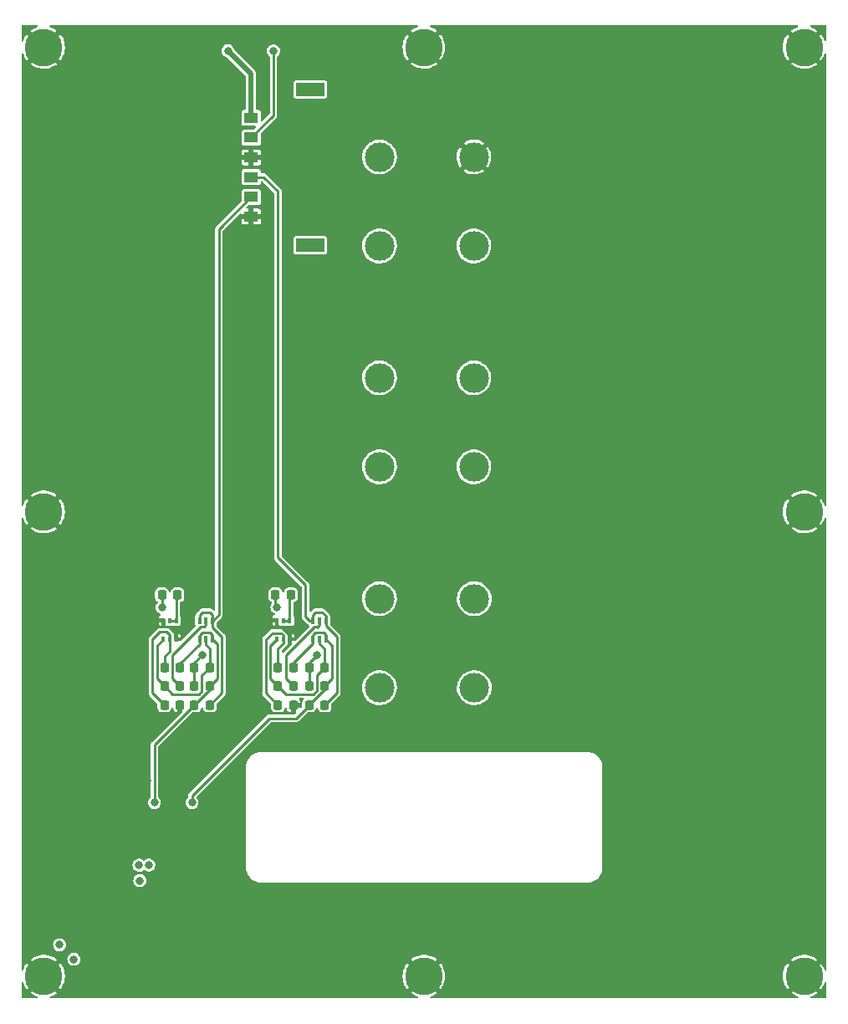
<source format=gbl>
%TF.GenerationSoftware,KiCad,Pcbnew,(6.0.4-0)*%
%TF.CreationDate,2022-05-13T11:56:40-07:00*%
%TF.ProjectId,solar-panel-side-X-plus,736f6c61-722d-4706-916e-656c2d736964,rev?*%
%TF.SameCoordinates,Original*%
%TF.FileFunction,Copper,L6,Bot*%
%TF.FilePolarity,Positive*%
%FSLAX46Y46*%
G04 Gerber Fmt 4.6, Leading zero omitted, Abs format (unit mm)*
G04 Created by KiCad (PCBNEW (6.0.4-0)) date 2022-05-13 11:56:40*
%MOMM*%
%LPD*%
G01*
G04 APERTURE LIST*
G04 Aperture macros list*
%AMRoundRect*
0 Rectangle with rounded corners*
0 $1 Rounding radius*
0 $2 $3 $4 $5 $6 $7 $8 $9 X,Y pos of 4 corners*
0 Add a 4 corners polygon primitive as box body*
4,1,4,$2,$3,$4,$5,$6,$7,$8,$9,$2,$3,0*
0 Add four circle primitives for the rounded corners*
1,1,$1+$1,$2,$3*
1,1,$1+$1,$4,$5*
1,1,$1+$1,$6,$7*
1,1,$1+$1,$8,$9*
0 Add four rect primitives between the rounded corners*
20,1,$1+$1,$2,$3,$4,$5,0*
20,1,$1+$1,$4,$5,$6,$7,0*
20,1,$1+$1,$6,$7,$8,$9,0*
20,1,$1+$1,$8,$9,$2,$3,0*%
G04 Aperture macros list end*
%TA.AperFunction,ComponentPad*%
%ADD10C,3.000000*%
%TD*%
%TA.AperFunction,SMDPad,CuDef*%
%ADD11R,1.450000X1.100000*%
%TD*%
%TA.AperFunction,SMDPad,CuDef*%
%ADD12R,2.900000X1.350000*%
%TD*%
%TA.AperFunction,ConnectorPad*%
%ADD13C,3.800000*%
%TD*%
%TA.AperFunction,ComponentPad*%
%ADD14C,2.600000*%
%TD*%
%TA.AperFunction,SMDPad,CuDef*%
%ADD15RoundRect,0.218750X-0.218750X-0.256250X0.218750X-0.256250X0.218750X0.256250X-0.218750X0.256250X0*%
%TD*%
%TA.AperFunction,SMDPad,CuDef*%
%ADD16R,0.400000X0.650000*%
%TD*%
%TA.AperFunction,SMDPad,CuDef*%
%ADD17RoundRect,0.218750X0.218750X0.256250X-0.218750X0.256250X-0.218750X-0.256250X0.218750X-0.256250X0*%
%TD*%
%TA.AperFunction,SMDPad,CuDef*%
%ADD18R,0.400000X0.600000*%
%TD*%
%TA.AperFunction,ViaPad*%
%ADD19C,0.800000*%
%TD*%
%TA.AperFunction,Conductor*%
%ADD20C,0.250000*%
%TD*%
%TA.AperFunction,Conductor*%
%ADD21C,0.500000*%
%TD*%
G04 APERTURE END LIST*
D10*
%TO.P,SC6,1,+*%
%TO.N,Net-(D5-Pad2)*%
X143464000Y-67908000D03*
%TO.P,SC6,2,-*%
%TO.N,GND*%
X143464000Y-58908000D03*
%TD*%
%TO.P,SC5,1,+*%
%TO.N,Net-(D4-Pad2)*%
X143464000Y-90260000D03*
%TO.P,SC5,2,-*%
%TO.N,Net-(D5-Pad2)*%
X143464000Y-81260000D03*
%TD*%
D11*
%TO.P,J1,1,1*%
%TO.N,VSOLAR*%
X120910000Y-54944000D03*
%TO.P,J1,2,2*%
%TO.N,+3V3*%
X120910000Y-56944000D03*
%TO.P,J1,3,3*%
%TO.N,GND*%
X120910000Y-58944000D03*
%TO.P,J1,4,4*%
%TO.N,SDA1_b4iso*%
X120910000Y-60944000D03*
%TO.P,J1,5,5*%
%TO.N,SCL1_b4iso*%
X120910000Y-62944000D03*
%TO.P,J1,6,6*%
%TO.N,GND*%
X120910000Y-64944000D03*
D12*
%TO.P,J1,S1,SHIELD1*%
%TO.N,unconnected-(J1-PadS1)*%
X126885000Y-52049000D03*
%TO.P,J1,S2,SHIELD2*%
%TO.N,unconnected-(J1-PadS2)*%
X126885000Y-67839000D03*
%TD*%
D13*
%TO.P,H1,1,1*%
%TO.N,GND*%
X176900000Y-94810000D03*
D14*
X176900000Y-94810000D03*
%TD*%
D13*
%TO.P,H2,1,1*%
%TO.N,GND*%
X176900000Y-47810000D03*
D14*
X176900000Y-47810000D03*
%TD*%
D13*
%TO.P,H3,1,1*%
%TO.N,GND*%
X138400000Y-47810000D03*
D14*
X138400000Y-47810000D03*
%TD*%
D13*
%TO.P,H4,1,1*%
%TO.N,GND*%
X99900000Y-47810000D03*
D14*
X99900000Y-47810000D03*
%TD*%
D13*
%TO.P,H5,1,1*%
%TO.N,GND*%
X99900000Y-94810000D03*
D14*
X99900000Y-94810000D03*
%TD*%
%TO.P,H6,1,1*%
%TO.N,GND*%
X99900000Y-141810000D03*
D13*
X99900000Y-141810000D03*
%TD*%
D14*
%TO.P,H7,1,1*%
%TO.N,GND*%
X138400000Y-141810000D03*
D13*
X138400000Y-141810000D03*
%TD*%
D14*
%TO.P,H8,1,1*%
%TO.N,GND*%
X176900000Y-141810000D03*
D13*
X176900000Y-141810000D03*
%TD*%
D10*
%TO.P,SC1,1,+*%
%TO.N,Net-(D1-Pad1)*%
X133904000Y-58908000D03*
%TO.P,SC1,2,-*%
%TO.N,Net-(D1-Pad2)*%
X133904000Y-67908000D03*
%TD*%
%TO.P,SC2,1,+*%
%TO.N,Net-(D1-Pad2)*%
X133904000Y-81260000D03*
%TO.P,SC2,2,-*%
%TO.N,Net-(D2-Pad2)*%
X133904000Y-90260000D03*
%TD*%
%TO.P,SC3,1,+*%
%TO.N,Net-(D2-Pad2)*%
X133904000Y-103612000D03*
%TO.P,SC3,2,-*%
%TO.N,Net-(D3-Pad2)*%
X133904000Y-112612000D03*
%TD*%
%TO.P,SC4,1,+*%
%TO.N,Net-(D3-Pad2)*%
X143500000Y-112612000D03*
%TO.P,SC4,2,-*%
%TO.N,Net-(D4-Pad2)*%
X143500000Y-103612000D03*
%TD*%
D15*
%TO.P,R8,1*%
%TO.N,Net-(Q4-Pad2)*%
X124943490Y-103199510D03*
%TO.P,R8,2*%
%TO.N,+3V3*%
X123368490Y-103199510D03*
%TD*%
%TO.P,R6,1*%
%TO.N,Net-(Q2-Pad2)*%
X125197490Y-112462510D03*
%TO.P,R6,2*%
%TO.N,Net-(Q2-Pad5)*%
X123622490Y-112462510D03*
%TD*%
D16*
%TO.P,Q2,1,E1*%
%TO.N,SDA1_b4iso*%
X127173990Y-105805510D03*
%TO.P,Q2,2,B1*%
%TO.N,Net-(Q2-Pad2)*%
X127823990Y-105805510D03*
%TO.P,Q2,3,C2*%
%TO.N,SDA1_b4iso*%
X128473990Y-105805510D03*
%TO.P,Q2,4,E2*%
%TO.N,SDA*%
X128473990Y-107705510D03*
%TO.P,Q2,5,B2*%
%TO.N,Net-(Q2-Pad5)*%
X127823990Y-107705510D03*
%TO.P,Q2,6,C1*%
%TO.N,SDA*%
X127173990Y-107705510D03*
%TD*%
D15*
%TO.P,R4,1*%
%TO.N,SDA*%
X128357490Y-112462510D03*
%TO.P,R4,2*%
%TO.N,+3V3*%
X126782490Y-112462510D03*
%TD*%
%TO.P,R3,1*%
%TO.N,SCL*%
X116733990Y-112462510D03*
%TO.P,R3,2*%
%TO.N,+3V3*%
X115158990Y-112462510D03*
%TD*%
D17*
%TO.P,R10,1*%
%TO.N,Net-(C3-Pad1)*%
X123622490Y-110557510D03*
%TO.P,R10,2*%
%TO.N,SDA*%
X125197490Y-110557510D03*
%TD*%
D18*
%TO.P,Q3,1,S2*%
%TO.N,GND*%
X112019990Y-105805510D03*
%TO.P,Q3,2,G2*%
%TO.N,Net-(Q3-Pad2)*%
X112669990Y-105805510D03*
%TO.P,Q3,3,D2*%
X113319990Y-105805510D03*
%TO.P,Q3,4,S1*%
%TO.N,GND*%
X113319990Y-107705510D03*
%TO.P,Q3,5,G1*%
%TO.N,Net-(C2-Pad1)*%
X112669990Y-107705510D03*
%TO.P,Q3,6,D1*%
%TO.N,Net-(Q1-Pad5)*%
X112019990Y-107705510D03*
%TD*%
D15*
%TO.P,R7,1*%
%TO.N,Net-(Q3-Pad2)*%
X113457490Y-103199510D03*
%TO.P,R7,2*%
%TO.N,+3V3*%
X111882490Y-103199510D03*
%TD*%
D17*
%TO.P,C2,1*%
%TO.N,Net-(C2-Pad1)*%
X112136490Y-114367510D03*
%TO.P,C2,2*%
%TO.N,GND*%
X113711490Y-114367510D03*
%TD*%
D15*
%TO.P,R11,1*%
%TO.N,SCL1_b4iso*%
X116733990Y-114367510D03*
%TO.P,R11,2*%
%TO.N,SCL*%
X115158990Y-114367510D03*
%TD*%
D16*
%TO.P,Q1,1,E1*%
%TO.N,SCL1_b4iso*%
X115687990Y-105805510D03*
%TO.P,Q1,2,B1*%
%TO.N,Net-(Q1-Pad2)*%
X116337990Y-105805510D03*
%TO.P,Q1,3,C2*%
%TO.N,SCL1_b4iso*%
X116987990Y-105805510D03*
%TO.P,Q1,4,E2*%
%TO.N,SCL*%
X116987990Y-107705510D03*
%TO.P,Q1,5,B2*%
%TO.N,Net-(Q1-Pad5)*%
X116337990Y-107705510D03*
%TO.P,Q1,6,C1*%
%TO.N,SCL*%
X115687990Y-107705510D03*
%TD*%
D17*
%TO.P,R1,1*%
%TO.N,+3V3*%
X115158990Y-110557510D03*
%TO.P,R1,2*%
%TO.N,Net-(Q1-Pad5)*%
X116733990Y-110557510D03*
%TD*%
%TO.P,R5,1*%
%TO.N,Net-(Q1-Pad5)*%
X112136490Y-112462510D03*
%TO.P,R5,2*%
%TO.N,Net-(Q1-Pad2)*%
X113711490Y-112462510D03*
%TD*%
%TO.P,C3,1*%
%TO.N,Net-(C3-Pad1)*%
X123622490Y-114367510D03*
%TO.P,C3,2*%
%TO.N,GND*%
X125197490Y-114367510D03*
%TD*%
D18*
%TO.P,Q4,1,S2*%
%TO.N,GND*%
X123505990Y-105805510D03*
%TO.P,Q4,2,G2*%
%TO.N,Net-(Q4-Pad2)*%
X124155990Y-105805510D03*
%TO.P,Q4,3,D2*%
X124805990Y-105805510D03*
%TO.P,Q4,4,S1*%
%TO.N,GND*%
X124805990Y-107705510D03*
%TO.P,Q4,5,G1*%
%TO.N,Net-(C3-Pad1)*%
X124155990Y-107705510D03*
%TO.P,Q4,6,D1*%
%TO.N,Net-(Q2-Pad5)*%
X123505990Y-107705510D03*
%TD*%
D17*
%TO.P,R2,1*%
%TO.N,+3V3*%
X126782490Y-110557510D03*
%TO.P,R2,2*%
%TO.N,Net-(Q2-Pad5)*%
X128357490Y-110557510D03*
%TD*%
D15*
%TO.P,R12,1*%
%TO.N,SDA1_b4iso*%
X128357490Y-114367510D03*
%TO.P,R12,2*%
%TO.N,SDA*%
X126782490Y-114367510D03*
%TD*%
%TO.P,R9,1*%
%TO.N,Net-(C2-Pad1)*%
X112136490Y-110557510D03*
%TO.P,R9,2*%
%TO.N,SCL*%
X113711490Y-110557510D03*
%TD*%
D19*
%TO.N,+3V3*%
X123170000Y-48170000D03*
X111907990Y-104469510D03*
X123521990Y-104469510D03*
X127585990Y-109295510D03*
X115971990Y-109295510D03*
%TO.N,GND*%
X110379989Y-122022511D03*
%TO.N,VSOLAR*%
X118560000Y-48160000D03*
%TO.N,SCL*%
X111119500Y-124237000D03*
%TO.N,SDA*%
X114929500Y-124237000D03*
%TO.N,/torque-coil*%
X109560000Y-130580000D03*
X109640000Y-132130000D03*
X102960000Y-140110000D03*
X110550000Y-130560000D03*
X101520000Y-138630000D03*
%TD*%
D20*
%TO.N,+3V3*%
X111882490Y-103199510D02*
X111882490Y-104444010D01*
X123368490Y-103199510D02*
X123368490Y-104316010D01*
X126782490Y-110557510D02*
X126782490Y-110099010D01*
X126782490Y-112462510D02*
X126782490Y-110557510D01*
X126782490Y-110099010D02*
X127585990Y-109295510D01*
X115158990Y-112462510D02*
X115158990Y-110557510D01*
X123368490Y-104316010D02*
X123521990Y-104469510D01*
X123170000Y-54684000D02*
X123170000Y-48170000D01*
X111882490Y-104444010D02*
X111907990Y-104469510D01*
X120910000Y-56944000D02*
X123170000Y-54684000D01*
X115158990Y-110108510D02*
X115971990Y-109295510D01*
%TO.N,GND*%
X113319990Y-107705510D02*
X113319990Y-107151510D01*
X112209989Y-106430511D02*
X112019990Y-106240512D01*
X123965993Y-106430511D02*
X123695989Y-106430511D01*
X112598991Y-106430511D02*
X112209989Y-106430511D01*
X123695989Y-106430511D02*
X123505990Y-106240512D01*
X124805990Y-107270508D02*
X123965993Y-106430511D01*
X112019990Y-106240512D02*
X112019990Y-105805510D01*
X124805990Y-107705510D02*
X124805990Y-107270508D01*
X123505990Y-106240512D02*
X123505990Y-105805510D01*
X125197490Y-114367510D02*
X125197490Y-114781010D01*
X113319990Y-107151510D02*
X112598991Y-106430511D01*
D21*
%TO.N,VSOLAR*%
X120910000Y-50510000D02*
X120910000Y-54944000D01*
X118560000Y-48160000D02*
X120910000Y-50510000D01*
D20*
%TO.N,SCL*%
X116733990Y-112462510D02*
X116733990Y-112792510D01*
X115687990Y-107705510D02*
X115687990Y-108181100D01*
X111119500Y-124237000D02*
X111119500Y-118407000D01*
X117496500Y-111700000D02*
X117496500Y-108214020D01*
X115971990Y-107009510D02*
X115687990Y-107293510D01*
X113711490Y-110157600D02*
X113711490Y-110557510D01*
X116987990Y-107705510D02*
X116987990Y-107263510D01*
X117496500Y-108214020D02*
X116987990Y-107705510D01*
X115687990Y-107293510D02*
X115687990Y-107705510D01*
X116987990Y-107263510D02*
X116733990Y-107009510D01*
X116733990Y-107009510D02*
X115971990Y-107009510D01*
X116733990Y-112462510D02*
X117496500Y-111700000D01*
X116733990Y-112792510D02*
X115158990Y-114367510D01*
X115687990Y-108181100D02*
X113711490Y-110157600D01*
X111119500Y-118407000D02*
X115158990Y-114367510D01*
%TO.N,SDA*%
X127363989Y-107055509D02*
X128283991Y-107055509D01*
X128357490Y-112767914D02*
X128357490Y-112462510D01*
X128473990Y-107245508D02*
X128473990Y-107705510D01*
X122720000Y-115730000D02*
X125420000Y-115730000D01*
X127173990Y-108106010D02*
X127173990Y-107705510D01*
X128357490Y-112462510D02*
X129120000Y-111700000D01*
X126782490Y-114342914D02*
X128357490Y-112767914D01*
X127173990Y-107245508D02*
X127363989Y-107055509D01*
X127173990Y-107705510D02*
X127173990Y-107245508D01*
X128283991Y-107055509D02*
X128473990Y-107245508D01*
X129120000Y-111700000D02*
X129120000Y-108351520D01*
X125197490Y-110082510D02*
X127173990Y-108106010D01*
X125197490Y-110557510D02*
X125197490Y-110082510D01*
X126782490Y-114367510D02*
X126782490Y-114342914D01*
X114929500Y-123520500D02*
X122720000Y-115730000D01*
X125420000Y-115730000D02*
X126782490Y-114367510D01*
X129120000Y-108351520D02*
X128473990Y-107705510D01*
X114929500Y-124237000D02*
X114929500Y-123520500D01*
%TO.N,SDA1_b4iso*%
X127426990Y-104977510D02*
X127173990Y-105230510D01*
X126400000Y-105410000D02*
X126795510Y-105805510D01*
X129570009Y-113154991D02*
X129570009Y-107469529D01*
X128473990Y-106373510D02*
X128473990Y-105805510D01*
X128473990Y-105805510D02*
X128473990Y-105357510D01*
X123610000Y-99430000D02*
X126400000Y-102220000D01*
X126795510Y-105805510D02*
X127173990Y-105805510D01*
X128093990Y-104977510D02*
X127426990Y-104977510D01*
X129570009Y-107469529D02*
X128473990Y-106373510D01*
X128357490Y-114367510D02*
X129570009Y-113154991D01*
X127173990Y-105230510D02*
X127173990Y-105805510D01*
X126400000Y-102220000D02*
X126400000Y-105410000D01*
X120910000Y-60944000D02*
X122194000Y-60944000D01*
X122194000Y-60944000D02*
X123610000Y-62360000D01*
X123610000Y-62360000D02*
X123610000Y-99430000D01*
X128473990Y-105357510D02*
X128093990Y-104977510D01*
%TO.N,SCL1_b4iso*%
X116987990Y-105805510D02*
X116987990Y-105231510D01*
X116733990Y-104977510D02*
X115971990Y-104977510D01*
X115971990Y-104977510D02*
X115687990Y-105261510D01*
X116987990Y-106501510D02*
X116987990Y-105805510D01*
X115687990Y-105261510D02*
X115687990Y-105805510D01*
X116733990Y-114367510D02*
X117946510Y-113154990D01*
X117650000Y-105200000D02*
X117044490Y-105805510D01*
X117946510Y-113154990D02*
X117946510Y-107460030D01*
X120910000Y-62944000D02*
X117650000Y-66204000D01*
X117650000Y-66204000D02*
X117650000Y-105200000D01*
X117946510Y-107460030D02*
X116987990Y-106501510D01*
X116987990Y-105231510D02*
X116733990Y-104977510D01*
X117044490Y-105805510D02*
X116987990Y-105805510D01*
%TO.N,Net-(Q4-Pad2)*%
X124805990Y-105805510D02*
X124155990Y-105805510D01*
X124805990Y-103337010D02*
X124943490Y-103199510D01*
X124805990Y-105805510D02*
X124805990Y-103337010D01*
%TO.N,Net-(C3-Pad1)*%
X124155990Y-108140512D02*
X124155990Y-107705510D01*
X123622490Y-108674012D02*
X124155990Y-108140512D01*
X123622490Y-110557510D02*
X123622490Y-108674012D01*
X124155990Y-107705510D02*
X124155990Y-107270508D01*
X123045989Y-107080509D02*
X122409970Y-107716528D01*
X122409970Y-113154990D02*
X123622490Y-114367510D01*
X122409970Y-107716528D02*
X122409970Y-113154990D01*
X123965991Y-107080509D02*
X123045989Y-107080509D01*
X124155990Y-107270508D02*
X123965991Y-107080509D01*
%TO.N,Net-(Q2-Pad5)*%
X127226474Y-113262520D02*
X127594980Y-112894014D01*
X123622490Y-112462510D02*
X122859980Y-111700000D01*
X128357490Y-108699012D02*
X127823990Y-108165512D01*
X127594980Y-111320020D02*
X128357490Y-110557510D01*
X122859980Y-111700000D02*
X122859980Y-108351520D01*
X124422500Y-113262520D02*
X127226474Y-113262520D01*
X122859980Y-108351520D02*
X123505990Y-107705510D01*
X123622490Y-112462510D02*
X124422500Y-113262520D01*
X127594980Y-112894014D02*
X127594980Y-111320020D01*
X128357490Y-110557510D02*
X128357490Y-108699012D01*
X127823990Y-108165512D02*
X127823990Y-107705510D01*
%TO.N,Net-(Q3-Pad2)*%
X112669990Y-105805510D02*
X113319990Y-105805510D01*
X113319990Y-105805510D02*
X113319990Y-103337010D01*
X113319990Y-103337010D02*
X113457490Y-103199510D01*
%TO.N,Net-(C2-Pad1)*%
X110923971Y-107716527D02*
X111688978Y-106951520D01*
X110923971Y-113154991D02*
X110923971Y-107716527D01*
X112136490Y-109446600D02*
X112136490Y-110557510D01*
X112669990Y-108913100D02*
X112136490Y-109446600D01*
X112669990Y-107705510D02*
X112669990Y-107263510D01*
X112669990Y-107705510D02*
X112669990Y-108913100D01*
X112358000Y-106951520D02*
X111688978Y-106951520D01*
X112669990Y-107263510D02*
X112358000Y-106951520D01*
X112136490Y-114367510D02*
X110923971Y-113154991D01*
%TO.N,Net-(Q1-Pad5)*%
X111373980Y-108351520D02*
X112019990Y-107705510D01*
X116337990Y-107705510D02*
X116337990Y-108280510D01*
X115921500Y-112943994D02*
X115602974Y-113262520D01*
X115602974Y-113262520D02*
X112936500Y-113262520D01*
X112936500Y-113262520D02*
X112136490Y-112462510D01*
X115921500Y-111370000D02*
X115921500Y-112943994D01*
X116733990Y-108676510D02*
X116733990Y-110557510D01*
X116733990Y-110557510D02*
X115921500Y-111370000D01*
X111373980Y-111700000D02*
X111373980Y-108351520D01*
X116337990Y-108280510D02*
X116733990Y-108676510D01*
X112136490Y-112462510D02*
X111373980Y-111700000D01*
%TO.N,Net-(Q1-Pad2)*%
X113711490Y-112462510D02*
X112948980Y-111700000D01*
X112948980Y-111700000D02*
X112948980Y-109270520D01*
X116147991Y-106455511D02*
X116337990Y-106265512D01*
X116337990Y-106265512D02*
X116337990Y-105805510D01*
X112948980Y-109270520D02*
X115763989Y-106455511D01*
X115763989Y-106455511D02*
X116147991Y-106455511D01*
%TO.N,Net-(Q2-Pad2)*%
X127327577Y-106455511D02*
X127633991Y-106455511D01*
X124434980Y-109348108D02*
X127327577Y-106455511D01*
X124434980Y-111700000D02*
X124434980Y-109348108D01*
X127633991Y-106455511D02*
X127823990Y-106265512D01*
X127823990Y-106265512D02*
X127823990Y-105805510D01*
X127823990Y-106265512D02*
X127587992Y-106501510D01*
X125197490Y-112462510D02*
X124434980Y-111700000D01*
%TD*%
%TA.AperFunction,Conductor*%
%TO.N,GND*%
G36*
X99255179Y-45583713D02*
G01*
X99291724Y-45634013D01*
X99291724Y-45696187D01*
X99255179Y-45746487D01*
X99222594Y-45762134D01*
X99193274Y-45770155D01*
X99186813Y-45772405D01*
X98922973Y-45884943D01*
X98916876Y-45888050D01*
X98670751Y-46035353D01*
X98665137Y-46039254D01*
X98579484Y-46107875D01*
X98572041Y-46119205D01*
X98572154Y-46121591D01*
X98574619Y-46125409D01*
X99888732Y-47439522D01*
X99900811Y-47445677D01*
X99905923Y-47444867D01*
X101221900Y-46128890D01*
X101228055Y-46116811D01*
X101227637Y-46114173D01*
X101225087Y-46111008D01*
X101153338Y-46052282D01*
X101147769Y-46048324D01*
X100903190Y-45898446D01*
X100897137Y-45895281D01*
X100634479Y-45779982D01*
X100628051Y-45777668D01*
X100572523Y-45761851D01*
X100520918Y-45727174D01*
X100499551Y-45668787D01*
X100516584Y-45608991D01*
X100565511Y-45570627D01*
X100600083Y-45564500D01*
X137696048Y-45564500D01*
X137755179Y-45583713D01*
X137791724Y-45634013D01*
X137791724Y-45696187D01*
X137755179Y-45746487D01*
X137722594Y-45762134D01*
X137693274Y-45770155D01*
X137686813Y-45772405D01*
X137422973Y-45884943D01*
X137416876Y-45888050D01*
X137170751Y-46035353D01*
X137165137Y-46039254D01*
X137079484Y-46107875D01*
X137072041Y-46119205D01*
X137072154Y-46121591D01*
X137074619Y-46125409D01*
X138388732Y-47439522D01*
X138400811Y-47445677D01*
X138405923Y-47444867D01*
X139721900Y-46128890D01*
X139728055Y-46116811D01*
X139727637Y-46114173D01*
X139725087Y-46111008D01*
X139653338Y-46052282D01*
X139647769Y-46048324D01*
X139403190Y-45898446D01*
X139397137Y-45895281D01*
X139134479Y-45779982D01*
X139128051Y-45777668D01*
X139072523Y-45761851D01*
X139020918Y-45727174D01*
X138999551Y-45668787D01*
X139016584Y-45608991D01*
X139065511Y-45570627D01*
X139100083Y-45564500D01*
X176196048Y-45564500D01*
X176255179Y-45583713D01*
X176291724Y-45634013D01*
X176291724Y-45696187D01*
X176255179Y-45746487D01*
X176222594Y-45762134D01*
X176193274Y-45770155D01*
X176186813Y-45772405D01*
X175922973Y-45884943D01*
X175916876Y-45888050D01*
X175670751Y-46035353D01*
X175665137Y-46039254D01*
X175579484Y-46107875D01*
X175572041Y-46119205D01*
X175572154Y-46121591D01*
X175574619Y-46125409D01*
X176888732Y-47439522D01*
X176900811Y-47445677D01*
X176905923Y-47444867D01*
X178221900Y-46128890D01*
X178228055Y-46116811D01*
X178227637Y-46114173D01*
X178225087Y-46111008D01*
X178153338Y-46052282D01*
X178147769Y-46048324D01*
X177903190Y-45898446D01*
X177897137Y-45895281D01*
X177634479Y-45779982D01*
X177628051Y-45777668D01*
X177572523Y-45761851D01*
X177520918Y-45727174D01*
X177499551Y-45668787D01*
X177516584Y-45608991D01*
X177565511Y-45570627D01*
X177600083Y-45564500D01*
X179044900Y-45564500D01*
X179104031Y-45583713D01*
X179140576Y-45634013D01*
X179145500Y-45665100D01*
X179145500Y-47112704D01*
X179126287Y-47171835D01*
X179075987Y-47208380D01*
X179013813Y-47208380D01*
X178963513Y-47171835D01*
X178950070Y-47146285D01*
X178882604Y-46955767D01*
X178879894Y-46949506D01*
X178748333Y-46694610D01*
X178744788Y-46688757D01*
X178603576Y-46487832D01*
X178592738Y-46479694D01*
X178592049Y-46479684D01*
X178585711Y-46483499D01*
X177270478Y-47798732D01*
X177264323Y-47810811D01*
X177265133Y-47815923D01*
X178581714Y-49132504D01*
X178593793Y-49138659D01*
X178595034Y-49138462D01*
X178599951Y-49134285D01*
X178720907Y-48969624D01*
X178724564Y-48963862D01*
X178861434Y-48711779D01*
X178864283Y-48705556D01*
X178950794Y-48476610D01*
X178989668Y-48428087D01*
X179049639Y-48411681D01*
X179107799Y-48433658D01*
X179141934Y-48485623D01*
X179145500Y-48512169D01*
X179145500Y-94112704D01*
X179126287Y-94171835D01*
X179075987Y-94208380D01*
X179013813Y-94208380D01*
X178963513Y-94171835D01*
X178950070Y-94146285D01*
X178882604Y-93955767D01*
X178879894Y-93949506D01*
X178748333Y-93694610D01*
X178744788Y-93688757D01*
X178603576Y-93487832D01*
X178592738Y-93479694D01*
X178592049Y-93479684D01*
X178585711Y-93483499D01*
X177270478Y-94798732D01*
X177264323Y-94810811D01*
X177265133Y-94815923D01*
X178581714Y-96132504D01*
X178593793Y-96138659D01*
X178595034Y-96138462D01*
X178599951Y-96134285D01*
X178720907Y-95969624D01*
X178724564Y-95963862D01*
X178861434Y-95711779D01*
X178864283Y-95705556D01*
X178950794Y-95476610D01*
X178989668Y-95428087D01*
X179049639Y-95411681D01*
X179107799Y-95433658D01*
X179141934Y-95485623D01*
X179145500Y-95512169D01*
X179145500Y-141112704D01*
X179126287Y-141171835D01*
X179075987Y-141208380D01*
X179013813Y-141208380D01*
X178963513Y-141171835D01*
X178950070Y-141146285D01*
X178882604Y-140955767D01*
X178879894Y-140949506D01*
X178748333Y-140694610D01*
X178744788Y-140688757D01*
X178603576Y-140487832D01*
X178592738Y-140479694D01*
X178592049Y-140479684D01*
X178585711Y-140483499D01*
X177270478Y-141798732D01*
X177264323Y-141810811D01*
X177265133Y-141815923D01*
X178581714Y-143132504D01*
X178593793Y-143138659D01*
X178595034Y-143138462D01*
X178599951Y-143134285D01*
X178720907Y-142969624D01*
X178724564Y-142963862D01*
X178861434Y-142711779D01*
X178864283Y-142705556D01*
X178950794Y-142476610D01*
X178989668Y-142428087D01*
X179049639Y-142411681D01*
X179107799Y-142433658D01*
X179141934Y-142485623D01*
X179145500Y-142512169D01*
X179145500Y-143954900D01*
X179126287Y-144014031D01*
X179075987Y-144050576D01*
X179044900Y-144055500D01*
X177609102Y-144055500D01*
X177549971Y-144036287D01*
X177513426Y-143985987D01*
X177513426Y-143923813D01*
X177549971Y-143873513D01*
X177582105Y-143858289D01*
X177582084Y-143858225D01*
X177582622Y-143858044D01*
X177583576Y-143857592D01*
X177585339Y-143857129D01*
X177591808Y-143854952D01*
X177856813Y-143745184D01*
X177862941Y-143742142D01*
X178110595Y-143597425D01*
X178116255Y-143593579D01*
X178220366Y-143511945D01*
X178227925Y-143500695D01*
X178227848Y-143498590D01*
X178225146Y-143494356D01*
X176911268Y-142180478D01*
X176899189Y-142174323D01*
X176894077Y-142175133D01*
X175577717Y-143491493D01*
X175571562Y-143503572D01*
X175572024Y-143506489D01*
X175574254Y-143509287D01*
X175628323Y-143554496D01*
X175633858Y-143558517D01*
X175876842Y-143710941D01*
X175882870Y-143714173D01*
X176144305Y-143832216D01*
X176150701Y-143834595D01*
X176231213Y-143858443D01*
X176282452Y-143893658D01*
X176303207Y-143952266D01*
X176285548Y-144011880D01*
X176236222Y-144049730D01*
X176202641Y-144055500D01*
X139109102Y-144055500D01*
X139049971Y-144036287D01*
X139013426Y-143985987D01*
X139013426Y-143923813D01*
X139049971Y-143873513D01*
X139082105Y-143858289D01*
X139082084Y-143858225D01*
X139082622Y-143858044D01*
X139083576Y-143857592D01*
X139085339Y-143857129D01*
X139091808Y-143854952D01*
X139356813Y-143745184D01*
X139362941Y-143742142D01*
X139610595Y-143597425D01*
X139616255Y-143593579D01*
X139720366Y-143511945D01*
X139727925Y-143500695D01*
X139727848Y-143498590D01*
X139725146Y-143494356D01*
X138411268Y-142180478D01*
X138399189Y-142174323D01*
X138394077Y-142175133D01*
X137077717Y-143491493D01*
X137071562Y-143503572D01*
X137072024Y-143506489D01*
X137074254Y-143509287D01*
X137128323Y-143554496D01*
X137133858Y-143558517D01*
X137376842Y-143710941D01*
X137382870Y-143714173D01*
X137644305Y-143832216D01*
X137650701Y-143834595D01*
X137731213Y-143858443D01*
X137782452Y-143893658D01*
X137803207Y-143952266D01*
X137785548Y-144011880D01*
X137736222Y-144049730D01*
X137702641Y-144055500D01*
X100609102Y-144055500D01*
X100549971Y-144036287D01*
X100513426Y-143985987D01*
X100513426Y-143923813D01*
X100549971Y-143873513D01*
X100582105Y-143858289D01*
X100582084Y-143858225D01*
X100582622Y-143858044D01*
X100583576Y-143857592D01*
X100585339Y-143857129D01*
X100591808Y-143854952D01*
X100856813Y-143745184D01*
X100862941Y-143742142D01*
X101110595Y-143597425D01*
X101116255Y-143593579D01*
X101220366Y-143511945D01*
X101227925Y-143500695D01*
X101227848Y-143498590D01*
X101225146Y-143494356D01*
X99911268Y-142180478D01*
X99899189Y-142174323D01*
X99894077Y-142175133D01*
X98577717Y-143491493D01*
X98571562Y-143503572D01*
X98572024Y-143506489D01*
X98574254Y-143509287D01*
X98628323Y-143554496D01*
X98633858Y-143558517D01*
X98876842Y-143710941D01*
X98882870Y-143714173D01*
X99144305Y-143832216D01*
X99150701Y-143834595D01*
X99231213Y-143858443D01*
X99282452Y-143893658D01*
X99303207Y-143952266D01*
X99285548Y-144011880D01*
X99236222Y-144049730D01*
X99202641Y-144055500D01*
X97755100Y-144055500D01*
X97695969Y-144036287D01*
X97659424Y-143985987D01*
X97654500Y-143954900D01*
X97654500Y-142505779D01*
X97673713Y-142446648D01*
X97724013Y-142410103D01*
X97786187Y-142410103D01*
X97836487Y-142446648D01*
X97850276Y-142473193D01*
X97908558Y-142643420D01*
X97911204Y-142649715D01*
X98040092Y-142905979D01*
X98043570Y-142911860D01*
X98195587Y-143133046D01*
X98206340Y-143141297D01*
X98206743Y-143141308D01*
X98213505Y-143137285D01*
X99529522Y-141821268D01*
X99534850Y-141810811D01*
X100264323Y-141810811D01*
X100265133Y-141815923D01*
X101581714Y-143132504D01*
X101593793Y-143138659D01*
X101595034Y-143138462D01*
X101599951Y-143134285D01*
X101720907Y-142969624D01*
X101724564Y-142963862D01*
X101861434Y-142711779D01*
X101864283Y-142705556D01*
X101965672Y-142437238D01*
X101967650Y-142430685D01*
X102031689Y-142151080D01*
X102032756Y-142144342D01*
X102058383Y-141857182D01*
X102058580Y-141853232D01*
X102059012Y-141811974D01*
X102058899Y-141808036D01*
X102057725Y-141790819D01*
X136241283Y-141790819D01*
X136257795Y-142077176D01*
X136258652Y-142083962D01*
X136313874Y-142365433D01*
X136315646Y-142372046D01*
X136408558Y-142643420D01*
X136411204Y-142649715D01*
X136540092Y-142905979D01*
X136543570Y-142911860D01*
X136695587Y-143133046D01*
X136706340Y-143141297D01*
X136706743Y-143141308D01*
X136713505Y-143137285D01*
X138029522Y-141821268D01*
X138034850Y-141810811D01*
X138764323Y-141810811D01*
X138765133Y-141815923D01*
X140081714Y-143132504D01*
X140093793Y-143138659D01*
X140095034Y-143138462D01*
X140099951Y-143134285D01*
X140220907Y-142969624D01*
X140224564Y-142963862D01*
X140361434Y-142711779D01*
X140364283Y-142705556D01*
X140465672Y-142437238D01*
X140467650Y-142430685D01*
X140531689Y-142151080D01*
X140532756Y-142144342D01*
X140558383Y-141857182D01*
X140558580Y-141853232D01*
X140559012Y-141811974D01*
X140558899Y-141808036D01*
X140557725Y-141790819D01*
X174741283Y-141790819D01*
X174757795Y-142077176D01*
X174758652Y-142083962D01*
X174813874Y-142365433D01*
X174815646Y-142372046D01*
X174908558Y-142643420D01*
X174911204Y-142649715D01*
X175040092Y-142905979D01*
X175043570Y-142911860D01*
X175195587Y-143133046D01*
X175206340Y-143141297D01*
X175206743Y-143141308D01*
X175213505Y-143137285D01*
X176529522Y-141821268D01*
X176535677Y-141809189D01*
X176534867Y-141804077D01*
X175217656Y-140486866D01*
X175205577Y-140480711D01*
X175204618Y-140480863D01*
X175199362Y-140485376D01*
X175067050Y-140669507D01*
X175063453Y-140675308D01*
X174929224Y-140928823D01*
X174926450Y-140935052D01*
X174827870Y-141204435D01*
X174825965Y-141210991D01*
X174764857Y-141491258D01*
X174763859Y-141498015D01*
X174741354Y-141783970D01*
X174741283Y-141790819D01*
X140557725Y-141790819D01*
X140539289Y-141520396D01*
X140538364Y-141513640D01*
X140480196Y-141232752D01*
X140478355Y-141226161D01*
X140382604Y-140955767D01*
X140379894Y-140949506D01*
X140248333Y-140694610D01*
X140244788Y-140688757D01*
X140103576Y-140487832D01*
X140092738Y-140479694D01*
X140092049Y-140479684D01*
X140085711Y-140483499D01*
X138770478Y-141798732D01*
X138764323Y-141810811D01*
X138034850Y-141810811D01*
X138035677Y-141809189D01*
X138034867Y-141804077D01*
X136717656Y-140486866D01*
X136705577Y-140480711D01*
X136704618Y-140480863D01*
X136699362Y-140485376D01*
X136567050Y-140669507D01*
X136563453Y-140675308D01*
X136429224Y-140928823D01*
X136426450Y-140935052D01*
X136327870Y-141204435D01*
X136325965Y-141210991D01*
X136264857Y-141491258D01*
X136263859Y-141498015D01*
X136241354Y-141783970D01*
X136241283Y-141790819D01*
X102057725Y-141790819D01*
X102039289Y-141520396D01*
X102038364Y-141513640D01*
X101980196Y-141232752D01*
X101978355Y-141226161D01*
X101882604Y-140955767D01*
X101879894Y-140949506D01*
X101748333Y-140694610D01*
X101744788Y-140688757D01*
X101603576Y-140487832D01*
X101592738Y-140479694D01*
X101592049Y-140479684D01*
X101585711Y-140483499D01*
X100270478Y-141798732D01*
X100264323Y-141810811D01*
X99534850Y-141810811D01*
X99535677Y-141809189D01*
X99534867Y-141804077D01*
X98217656Y-140486866D01*
X98205577Y-140480711D01*
X98204618Y-140480863D01*
X98199362Y-140485376D01*
X98067050Y-140669507D01*
X98063453Y-140675308D01*
X97929224Y-140928823D01*
X97926450Y-140935052D01*
X97849573Y-141145129D01*
X97811209Y-141194056D01*
X97751414Y-141211089D01*
X97693026Y-141189723D01*
X97658349Y-141138117D01*
X97654500Y-141110557D01*
X97654500Y-140119205D01*
X98572041Y-140119205D01*
X98572154Y-140121591D01*
X98574619Y-140125409D01*
X99888732Y-141439522D01*
X99900811Y-141445677D01*
X99905923Y-141444867D01*
X101221900Y-140128890D01*
X101228055Y-140116811D01*
X101227637Y-140114173D01*
X101225087Y-140111008D01*
X101215420Y-140103096D01*
X102300729Y-140103096D01*
X102301394Y-140109120D01*
X102301394Y-140109124D01*
X102309421Y-140181825D01*
X102318113Y-140260553D01*
X102372553Y-140409319D01*
X102375939Y-140414358D01*
X102425312Y-140487832D01*
X102460908Y-140540805D01*
X102578076Y-140647419D01*
X102583403Y-140650311D01*
X102583404Y-140650312D01*
X102604704Y-140661877D01*
X102717293Y-140723008D01*
X102723163Y-140724548D01*
X102864655Y-140761668D01*
X102864656Y-140761668D01*
X102870522Y-140763207D01*
X102942716Y-140764341D01*
X103022852Y-140765600D01*
X103022854Y-140765600D01*
X103028916Y-140765695D01*
X103034827Y-140764341D01*
X103034829Y-140764341D01*
X103177422Y-140731683D01*
X103177425Y-140731682D01*
X103183332Y-140730329D01*
X103324855Y-140659151D01*
X103391806Y-140601970D01*
X103440705Y-140560206D01*
X103440707Y-140560204D01*
X103445314Y-140556269D01*
X103500346Y-140479684D01*
X103534218Y-140432547D01*
X103534220Y-140432544D01*
X103537755Y-140427624D01*
X103596842Y-140280641D01*
X103619162Y-140123807D01*
X103619211Y-140119205D01*
X137072041Y-140119205D01*
X137072154Y-140121591D01*
X137074619Y-140125409D01*
X138388732Y-141439522D01*
X138400811Y-141445677D01*
X138405923Y-141444867D01*
X139721900Y-140128890D01*
X139726835Y-140119205D01*
X175572041Y-140119205D01*
X175572154Y-140121591D01*
X175574619Y-140125409D01*
X176888732Y-141439522D01*
X176900811Y-141445677D01*
X176905923Y-141444867D01*
X178221900Y-140128890D01*
X178228055Y-140116811D01*
X178227637Y-140114173D01*
X178225087Y-140111008D01*
X178153338Y-140052282D01*
X178147769Y-140048324D01*
X177903190Y-139898446D01*
X177897137Y-139895281D01*
X177634479Y-139779982D01*
X177628051Y-139777668D01*
X177352188Y-139699087D01*
X177345491Y-139697663D01*
X177061511Y-139657247D01*
X177054709Y-139656747D01*
X176767853Y-139655245D01*
X176761037Y-139655674D01*
X176476650Y-139693115D01*
X176469944Y-139694467D01*
X176193274Y-139770155D01*
X176186813Y-139772405D01*
X175922973Y-139884943D01*
X175916876Y-139888050D01*
X175670751Y-140035353D01*
X175665137Y-140039254D01*
X175579484Y-140107875D01*
X175572041Y-140119205D01*
X139726835Y-140119205D01*
X139728055Y-140116811D01*
X139727637Y-140114173D01*
X139725087Y-140111008D01*
X139653338Y-140052282D01*
X139647769Y-140048324D01*
X139403190Y-139898446D01*
X139397137Y-139895281D01*
X139134479Y-139779982D01*
X139128051Y-139777668D01*
X138852188Y-139699087D01*
X138845491Y-139697663D01*
X138561511Y-139657247D01*
X138554709Y-139656747D01*
X138267853Y-139655245D01*
X138261037Y-139655674D01*
X137976650Y-139693115D01*
X137969944Y-139694467D01*
X137693274Y-139770155D01*
X137686813Y-139772405D01*
X137422973Y-139884943D01*
X137416876Y-139888050D01*
X137170751Y-140035353D01*
X137165137Y-140039254D01*
X137079484Y-140107875D01*
X137072041Y-140119205D01*
X103619211Y-140119205D01*
X103619272Y-140113298D01*
X103619307Y-140110000D01*
X103600276Y-139952733D01*
X103579763Y-139898446D01*
X103546425Y-139810222D01*
X103546424Y-139810221D01*
X103544280Y-139804546D01*
X103454553Y-139673992D01*
X103336275Y-139568611D01*
X103196274Y-139494484D01*
X103042633Y-139455892D01*
X103036576Y-139455860D01*
X103036574Y-139455860D01*
X102959450Y-139455456D01*
X102884221Y-139455062D01*
X102878324Y-139456478D01*
X102878322Y-139456478D01*
X102736082Y-139490627D01*
X102730184Y-139492043D01*
X102724798Y-139494823D01*
X102724795Y-139494824D01*
X102594802Y-139561919D01*
X102589414Y-139564700D01*
X102470039Y-139668838D01*
X102378950Y-139798444D01*
X102376747Y-139804095D01*
X102345226Y-139884943D01*
X102321406Y-139946037D01*
X102300729Y-140103096D01*
X101215420Y-140103096D01*
X101153338Y-140052282D01*
X101147769Y-140048324D01*
X100903190Y-139898446D01*
X100897137Y-139895281D01*
X100634479Y-139779982D01*
X100628051Y-139777668D01*
X100352188Y-139699087D01*
X100345491Y-139697663D01*
X100061511Y-139657247D01*
X100054709Y-139656747D01*
X99767853Y-139655245D01*
X99761037Y-139655674D01*
X99476650Y-139693115D01*
X99469944Y-139694467D01*
X99193274Y-139770155D01*
X99186813Y-139772405D01*
X98922973Y-139884943D01*
X98916876Y-139888050D01*
X98670751Y-140035353D01*
X98665137Y-140039254D01*
X98579484Y-140107875D01*
X98572041Y-140119205D01*
X97654500Y-140119205D01*
X97654500Y-138623096D01*
X100860729Y-138623096D01*
X100861394Y-138629120D01*
X100861394Y-138629124D01*
X100863376Y-138647071D01*
X100878113Y-138780553D01*
X100932553Y-138929319D01*
X100935939Y-138934358D01*
X100948162Y-138952547D01*
X101020908Y-139060805D01*
X101138076Y-139167419D01*
X101143403Y-139170311D01*
X101143404Y-139170312D01*
X101164704Y-139181877D01*
X101277293Y-139243008D01*
X101283163Y-139244548D01*
X101424655Y-139281668D01*
X101424656Y-139281668D01*
X101430522Y-139283207D01*
X101502716Y-139284341D01*
X101582852Y-139285600D01*
X101582854Y-139285600D01*
X101588916Y-139285695D01*
X101594827Y-139284341D01*
X101594829Y-139284341D01*
X101737422Y-139251683D01*
X101737425Y-139251682D01*
X101743332Y-139250329D01*
X101884855Y-139179151D01*
X101951806Y-139121970D01*
X102000705Y-139080206D01*
X102000707Y-139080204D01*
X102005314Y-139076269D01*
X102036554Y-139032794D01*
X102094218Y-138952547D01*
X102094220Y-138952544D01*
X102097755Y-138947624D01*
X102156842Y-138800641D01*
X102179162Y-138643807D01*
X102179307Y-138630000D01*
X102160276Y-138472733D01*
X102104280Y-138324546D01*
X102014553Y-138193992D01*
X101896275Y-138088611D01*
X101756274Y-138014484D01*
X101602633Y-137975892D01*
X101596576Y-137975860D01*
X101596574Y-137975860D01*
X101519450Y-137975456D01*
X101444221Y-137975062D01*
X101438324Y-137976478D01*
X101438322Y-137976478D01*
X101296082Y-138010627D01*
X101290184Y-138012043D01*
X101284798Y-138014823D01*
X101284795Y-138014824D01*
X101154802Y-138081919D01*
X101149414Y-138084700D01*
X101030039Y-138188838D01*
X100938950Y-138318444D01*
X100881406Y-138466037D01*
X100860729Y-138623096D01*
X97654500Y-138623096D01*
X97654500Y-132123096D01*
X108980729Y-132123096D01*
X108981394Y-132129120D01*
X108981394Y-132129124D01*
X108983376Y-132147071D01*
X108998113Y-132280553D01*
X109052553Y-132429319D01*
X109055939Y-132434358D01*
X109068162Y-132452547D01*
X109140908Y-132560805D01*
X109258076Y-132667419D01*
X109263403Y-132670311D01*
X109263404Y-132670312D01*
X109284704Y-132681877D01*
X109397293Y-132743008D01*
X109403163Y-132744548D01*
X109544655Y-132781668D01*
X109544656Y-132781668D01*
X109550522Y-132783207D01*
X109622716Y-132784341D01*
X109702852Y-132785600D01*
X109702854Y-132785600D01*
X109708916Y-132785695D01*
X109714827Y-132784341D01*
X109714829Y-132784341D01*
X109857422Y-132751683D01*
X109857425Y-132751682D01*
X109863332Y-132750329D01*
X110004855Y-132679151D01*
X110071806Y-132621970D01*
X110120705Y-132580206D01*
X110120707Y-132580204D01*
X110125314Y-132576269D01*
X110156554Y-132532794D01*
X110214218Y-132452547D01*
X110214220Y-132452544D01*
X110217755Y-132447624D01*
X110276842Y-132300641D01*
X110299162Y-132143807D01*
X110299307Y-132130000D01*
X110295165Y-132095767D01*
X110281005Y-131978755D01*
X110281004Y-131978753D01*
X110280276Y-131972733D01*
X110277386Y-131965083D01*
X110226425Y-131830222D01*
X110226424Y-131830221D01*
X110224280Y-131824546D01*
X110134553Y-131693992D01*
X110016275Y-131588611D01*
X109876274Y-131514484D01*
X109722633Y-131475892D01*
X109716576Y-131475860D01*
X109716574Y-131475860D01*
X109639450Y-131475456D01*
X109564221Y-131475062D01*
X109558324Y-131476478D01*
X109558322Y-131476478D01*
X109416082Y-131510627D01*
X109410184Y-131512043D01*
X109404798Y-131514823D01*
X109404795Y-131514824D01*
X109274802Y-131581919D01*
X109269414Y-131584700D01*
X109150039Y-131688838D01*
X109058950Y-131818444D01*
X109001406Y-131966037D01*
X108980729Y-132123096D01*
X97654500Y-132123096D01*
X97654500Y-130573096D01*
X108900729Y-130573096D01*
X108901394Y-130579120D01*
X108901394Y-130579124D01*
X108909421Y-130651824D01*
X108918113Y-130730553D01*
X108920197Y-130736247D01*
X108969874Y-130871998D01*
X108972553Y-130879319D01*
X109060908Y-131010805D01*
X109083131Y-131031026D01*
X109168990Y-131109151D01*
X109178076Y-131117419D01*
X109183403Y-131120311D01*
X109183404Y-131120312D01*
X109204704Y-131131877D01*
X109317293Y-131193008D01*
X109323163Y-131194548D01*
X109464655Y-131231668D01*
X109464656Y-131231668D01*
X109470522Y-131233207D01*
X109542716Y-131234341D01*
X109622852Y-131235600D01*
X109622854Y-131235600D01*
X109628916Y-131235695D01*
X109634827Y-131234341D01*
X109634829Y-131234341D01*
X109777422Y-131201683D01*
X109777425Y-131201682D01*
X109783332Y-131200329D01*
X109924855Y-131129151D01*
X109929467Y-131125212D01*
X109929470Y-131125210D01*
X110000864Y-131064234D01*
X110058305Y-131040441D01*
X110118761Y-131054955D01*
X110133901Y-131066323D01*
X110168076Y-131097419D01*
X110173403Y-131100311D01*
X110173404Y-131100312D01*
X110194704Y-131111877D01*
X110307293Y-131173008D01*
X110313163Y-131174548D01*
X110454655Y-131211668D01*
X110454656Y-131211668D01*
X110460522Y-131213207D01*
X110532716Y-131214341D01*
X110612852Y-131215600D01*
X110612854Y-131215600D01*
X110618916Y-131215695D01*
X110624827Y-131214341D01*
X110624829Y-131214341D01*
X110767422Y-131181683D01*
X110767425Y-131181682D01*
X110773332Y-131180329D01*
X110914855Y-131109151D01*
X110995304Y-131040441D01*
X111030705Y-131010206D01*
X111030707Y-131010204D01*
X111035314Y-131006269D01*
X111066554Y-130962794D01*
X111124218Y-130882547D01*
X111124220Y-130882544D01*
X111127755Y-130877624D01*
X111154940Y-130810000D01*
X120390514Y-130810000D01*
X120392219Y-130818572D01*
X120392447Y-130821760D01*
X120392447Y-130823204D01*
X120392667Y-130824838D01*
X120407163Y-131027513D01*
X120453517Y-131240598D01*
X120529724Y-131444918D01*
X120531441Y-131448062D01*
X120531443Y-131448067D01*
X120569260Y-131517323D01*
X120634233Y-131636312D01*
X120636387Y-131639189D01*
X120636388Y-131639191D01*
X120677267Y-131693798D01*
X120764917Y-131810885D01*
X120919115Y-131965083D01*
X120921993Y-131967238D01*
X120921996Y-131967240D01*
X121090809Y-132093612D01*
X121093688Y-132095767D01*
X121096840Y-132097488D01*
X121281933Y-132198557D01*
X121281938Y-132198559D01*
X121285082Y-132200276D01*
X121288442Y-132201529D01*
X121288446Y-132201531D01*
X121486031Y-132275226D01*
X121486035Y-132275227D01*
X121489402Y-132276483D01*
X121626316Y-132306267D01*
X121698974Y-132322073D01*
X121698977Y-132322073D01*
X121702487Y-132322837D01*
X121905162Y-132337333D01*
X121906796Y-132337553D01*
X121908240Y-132337553D01*
X121911428Y-132337781D01*
X121920000Y-132339486D01*
X121929718Y-132337553D01*
X121929719Y-132337553D01*
X121935350Y-132336433D01*
X121954975Y-132334500D01*
X154905025Y-132334500D01*
X154924650Y-132336433D01*
X154930281Y-132337553D01*
X154930282Y-132337553D01*
X154940000Y-132339486D01*
X154948572Y-132337781D01*
X154951760Y-132337553D01*
X154953204Y-132337553D01*
X154954838Y-132337333D01*
X155157513Y-132322837D01*
X155161023Y-132322073D01*
X155161026Y-132322073D01*
X155233684Y-132306267D01*
X155370598Y-132276483D01*
X155373965Y-132275227D01*
X155373969Y-132275226D01*
X155571554Y-132201531D01*
X155571558Y-132201529D01*
X155574918Y-132200276D01*
X155578062Y-132198559D01*
X155578067Y-132198557D01*
X155763160Y-132097488D01*
X155766312Y-132095767D01*
X155769191Y-132093612D01*
X155938004Y-131967240D01*
X155938007Y-131967238D01*
X155940885Y-131965083D01*
X156095083Y-131810885D01*
X156182734Y-131693798D01*
X156223612Y-131639191D01*
X156223613Y-131639189D01*
X156225767Y-131636312D01*
X156290740Y-131517323D01*
X156328557Y-131448067D01*
X156328559Y-131448062D01*
X156330276Y-131444918D01*
X156406483Y-131240598D01*
X156452837Y-131027513D01*
X156467333Y-130824838D01*
X156467553Y-130823204D01*
X156467553Y-130821760D01*
X156467781Y-130818572D01*
X156469486Y-130810000D01*
X156466433Y-130794650D01*
X156464500Y-130775025D01*
X156464500Y-120684975D01*
X156466433Y-120665350D01*
X156467553Y-120659719D01*
X156467553Y-120659718D01*
X156469486Y-120650000D01*
X156467781Y-120641428D01*
X156467553Y-120638240D01*
X156467553Y-120636796D01*
X156467332Y-120635156D01*
X156455782Y-120473660D01*
X156452837Y-120432487D01*
X156406483Y-120219402D01*
X156330276Y-120015082D01*
X156320539Y-119997249D01*
X156227488Y-119826840D01*
X156225767Y-119823688D01*
X156095083Y-119649115D01*
X155940885Y-119494917D01*
X155766312Y-119364233D01*
X155725943Y-119342190D01*
X155578067Y-119261443D01*
X155578062Y-119261441D01*
X155574918Y-119259724D01*
X155571558Y-119258471D01*
X155571554Y-119258469D01*
X155373969Y-119184774D01*
X155373965Y-119184773D01*
X155370598Y-119183517D01*
X155228855Y-119152683D01*
X155161026Y-119137927D01*
X155161023Y-119137927D01*
X155157513Y-119137163D01*
X154954838Y-119122667D01*
X154953204Y-119122447D01*
X154951760Y-119122447D01*
X154948572Y-119122219D01*
X154940000Y-119120514D01*
X154930282Y-119122447D01*
X154930281Y-119122447D01*
X154924650Y-119123567D01*
X154905025Y-119125500D01*
X121954975Y-119125500D01*
X121935350Y-119123567D01*
X121929719Y-119122447D01*
X121929718Y-119122447D01*
X121920000Y-119120514D01*
X121911428Y-119122219D01*
X121908240Y-119122447D01*
X121906796Y-119122447D01*
X121905162Y-119122667D01*
X121702487Y-119137163D01*
X121698977Y-119137927D01*
X121698974Y-119137927D01*
X121631145Y-119152683D01*
X121489402Y-119183517D01*
X121486035Y-119184773D01*
X121486031Y-119184774D01*
X121288446Y-119258469D01*
X121288442Y-119258471D01*
X121285082Y-119259724D01*
X121281938Y-119261441D01*
X121281933Y-119261443D01*
X121134057Y-119342190D01*
X121093688Y-119364233D01*
X120919115Y-119494917D01*
X120764917Y-119649115D01*
X120634233Y-119823688D01*
X120632512Y-119826840D01*
X120539462Y-119997249D01*
X120529724Y-120015082D01*
X120453517Y-120219402D01*
X120407163Y-120432487D01*
X120404219Y-120473660D01*
X120392668Y-120635156D01*
X120392447Y-120636796D01*
X120392447Y-120638240D01*
X120392219Y-120641428D01*
X120390514Y-120650000D01*
X120392447Y-120659718D01*
X120392447Y-120659719D01*
X120393567Y-120665350D01*
X120395500Y-120684975D01*
X120395500Y-130775025D01*
X120393567Y-130794650D01*
X120390514Y-130810000D01*
X111154940Y-130810000D01*
X111186842Y-130730641D01*
X111209162Y-130573807D01*
X111209307Y-130560000D01*
X111192615Y-130422056D01*
X111191005Y-130408755D01*
X111191004Y-130408753D01*
X111190276Y-130402733D01*
X111137658Y-130263484D01*
X111136425Y-130260222D01*
X111136424Y-130260221D01*
X111134280Y-130254546D01*
X111044553Y-130123992D01*
X110926275Y-130018611D01*
X110786274Y-129944484D01*
X110632633Y-129905892D01*
X110626576Y-129905860D01*
X110626574Y-129905860D01*
X110549450Y-129905456D01*
X110474221Y-129905062D01*
X110468324Y-129906478D01*
X110468322Y-129906478D01*
X110326082Y-129940627D01*
X110320184Y-129942043D01*
X110314798Y-129944823D01*
X110314795Y-129944824D01*
X110184802Y-130011919D01*
X110179414Y-130014700D01*
X110147379Y-130042646D01*
X110109836Y-130075397D01*
X110052647Y-130099791D01*
X109992042Y-130085910D01*
X109976782Y-130074701D01*
X109940804Y-130042646D01*
X109940803Y-130042645D01*
X109936275Y-130038611D01*
X109923636Y-130031919D01*
X109801636Y-129967323D01*
X109796274Y-129964484D01*
X109642633Y-129925892D01*
X109636576Y-129925860D01*
X109636574Y-129925860D01*
X109559450Y-129925456D01*
X109484221Y-129925062D01*
X109478324Y-129926478D01*
X109478322Y-129926478D01*
X109401906Y-129944824D01*
X109330184Y-129962043D01*
X109324798Y-129964823D01*
X109324795Y-129964824D01*
X109212768Y-130022646D01*
X109189414Y-130034700D01*
X109143560Y-130074701D01*
X109081326Y-130128992D01*
X109070039Y-130138838D01*
X108978950Y-130268444D01*
X108921406Y-130416037D01*
X108900729Y-130573096D01*
X97654500Y-130573096D01*
X97654500Y-124230096D01*
X110460229Y-124230096D01*
X110460894Y-124236120D01*
X110460894Y-124236124D01*
X110462876Y-124254071D01*
X110477613Y-124387553D01*
X110532053Y-124536319D01*
X110535439Y-124541358D01*
X110547662Y-124559547D01*
X110620408Y-124667805D01*
X110737576Y-124774419D01*
X110742903Y-124777311D01*
X110742904Y-124777312D01*
X110764204Y-124788877D01*
X110876793Y-124850008D01*
X110882663Y-124851548D01*
X111024155Y-124888668D01*
X111024156Y-124888668D01*
X111030022Y-124890207D01*
X111102216Y-124891341D01*
X111182352Y-124892600D01*
X111182354Y-124892600D01*
X111188416Y-124892695D01*
X111194327Y-124891341D01*
X111194329Y-124891341D01*
X111336922Y-124858683D01*
X111336925Y-124858682D01*
X111342832Y-124857329D01*
X111484355Y-124786151D01*
X111551306Y-124728970D01*
X111600205Y-124687206D01*
X111600207Y-124687204D01*
X111604814Y-124683269D01*
X111636054Y-124639794D01*
X111693718Y-124559547D01*
X111693720Y-124559544D01*
X111697255Y-124554624D01*
X111756342Y-124407641D01*
X111778662Y-124250807D01*
X111778807Y-124237000D01*
X111777972Y-124230096D01*
X114270229Y-124230096D01*
X114270894Y-124236120D01*
X114270894Y-124236124D01*
X114272876Y-124254071D01*
X114287613Y-124387553D01*
X114342053Y-124536319D01*
X114345439Y-124541358D01*
X114357662Y-124559547D01*
X114430408Y-124667805D01*
X114547576Y-124774419D01*
X114552903Y-124777311D01*
X114552904Y-124777312D01*
X114574204Y-124788877D01*
X114686793Y-124850008D01*
X114692663Y-124851548D01*
X114834155Y-124888668D01*
X114834156Y-124888668D01*
X114840022Y-124890207D01*
X114912216Y-124891341D01*
X114992352Y-124892600D01*
X114992354Y-124892600D01*
X114998416Y-124892695D01*
X115004327Y-124891341D01*
X115004329Y-124891341D01*
X115146922Y-124858683D01*
X115146925Y-124858682D01*
X115152832Y-124857329D01*
X115294355Y-124786151D01*
X115361306Y-124728970D01*
X115410205Y-124687206D01*
X115410207Y-124687204D01*
X115414814Y-124683269D01*
X115446054Y-124639794D01*
X115503718Y-124559547D01*
X115503720Y-124559544D01*
X115507255Y-124554624D01*
X115566342Y-124407641D01*
X115588662Y-124250807D01*
X115588807Y-124237000D01*
X115569776Y-124079733D01*
X115513780Y-123931546D01*
X115424053Y-123800992D01*
X115419527Y-123796960D01*
X115419524Y-123796956D01*
X115377573Y-123759579D01*
X115346205Y-123705898D01*
X115352381Y-123644031D01*
X115373361Y-123613333D01*
X122847729Y-116138965D01*
X122903127Y-116110739D01*
X122918864Y-116109500D01*
X125368784Y-116109500D01*
X125389958Y-116111754D01*
X125393747Y-116112570D01*
X125393748Y-116112570D01*
X125401876Y-116114320D01*
X125410131Y-116113343D01*
X125436710Y-116110197D01*
X125444499Y-116109738D01*
X125447378Y-116109500D01*
X125451524Y-116109500D01*
X125455614Y-116108819D01*
X125455616Y-116108819D01*
X125471160Y-116106232D01*
X125475853Y-116105564D01*
X125519082Y-116100448D01*
X125519085Y-116100447D01*
X125527341Y-116099470D01*
X125534354Y-116096102D01*
X125536949Y-116095281D01*
X125544626Y-116094004D01*
X125590252Y-116069385D01*
X125594474Y-116067234D01*
X125635520Y-116047524D01*
X125635521Y-116047523D01*
X125641232Y-116044781D01*
X125645508Y-116041186D01*
X125647053Y-116039641D01*
X125647981Y-116038790D01*
X125649801Y-116037255D01*
X125655814Y-116034010D01*
X125692734Y-115994070D01*
X125695472Y-115991222D01*
X126560219Y-115126475D01*
X126615617Y-115098249D01*
X126631354Y-115097010D01*
X127018050Y-115097009D01*
X127046042Y-115097009D01*
X127067448Y-115094684D01*
X127097642Y-115091405D01*
X127097645Y-115091404D01*
X127103909Y-115090724D01*
X127109811Y-115088512D01*
X127109813Y-115088511D01*
X127224130Y-115045655D01*
X127224132Y-115045654D01*
X127230843Y-115043138D01*
X127339320Y-114961840D01*
X127420618Y-114853363D01*
X127468204Y-114726429D01*
X127469978Y-114710096D01*
X127495464Y-114653386D01*
X127549416Y-114622486D01*
X127611226Y-114629200D01*
X127657286Y-114670963D01*
X127670002Y-114710096D01*
X127671776Y-114726429D01*
X127719362Y-114853363D01*
X127800660Y-114961840D01*
X127909137Y-115043138D01*
X127915848Y-115045654D01*
X127915850Y-115045655D01*
X128030165Y-115088510D01*
X128036071Y-115090724D01*
X128093937Y-115097010D01*
X128357393Y-115097010D01*
X128621042Y-115097009D01*
X128642448Y-115094684D01*
X128672642Y-115091405D01*
X128672645Y-115091404D01*
X128678909Y-115090724D01*
X128684811Y-115088512D01*
X128684813Y-115088511D01*
X128799130Y-115045655D01*
X128799132Y-115045654D01*
X128805843Y-115043138D01*
X128914320Y-114961840D01*
X128995618Y-114853363D01*
X129043204Y-114726429D01*
X129049490Y-114668563D01*
X129049489Y-114253874D01*
X129068702Y-114194744D01*
X129078954Y-114182740D01*
X129802138Y-113459556D01*
X129818704Y-113446177D01*
X129818706Y-113446176D01*
X129828949Y-113439562D01*
X129834099Y-113433030D01*
X129850661Y-113412020D01*
X129855839Y-113406192D01*
X129857711Y-113403983D01*
X129860647Y-113401047D01*
X129869035Y-113389310D01*
X129872231Y-113384837D01*
X129875077Y-113381048D01*
X129902017Y-113346875D01*
X129902018Y-113346873D01*
X129907165Y-113340344D01*
X129909741Y-113333009D01*
X129910997Y-113330591D01*
X129915523Y-113324257D01*
X129917904Y-113316294D01*
X129917906Y-113316291D01*
X129930388Y-113274552D01*
X129931843Y-113270073D01*
X129949027Y-113221140D01*
X129949509Y-113215575D01*
X129949509Y-113213409D01*
X129949564Y-113212134D01*
X129949765Y-113209757D01*
X129951722Y-113203213D01*
X129949587Y-113148871D01*
X129949509Y-113144923D01*
X129949509Y-112565944D01*
X132145183Y-112565944D01*
X132145362Y-112569674D01*
X132145362Y-112569679D01*
X132150255Y-112671547D01*
X132157694Y-112826419D01*
X132208569Y-113082185D01*
X132209831Y-113085700D01*
X132293932Y-113319938D01*
X132296690Y-113327621D01*
X132420120Y-113557336D01*
X132422350Y-113560322D01*
X132422353Y-113560327D01*
X132559593Y-113744112D01*
X132576149Y-113766283D01*
X132761348Y-113949873D01*
X132841429Y-114008591D01*
X132968641Y-114101868D01*
X132968646Y-114101871D01*
X132971649Y-114104073D01*
X132974947Y-114105808D01*
X133199127Y-114223755D01*
X133199131Y-114223757D01*
X133202433Y-114225494D01*
X133205960Y-114226726D01*
X133205963Y-114226727D01*
X133445101Y-114310237D01*
X133448629Y-114311469D01*
X133704828Y-114360110D01*
X133708557Y-114360256D01*
X133708561Y-114360257D01*
X133874618Y-114366781D01*
X133965403Y-114370348D01*
X134058885Y-114360110D01*
X134220916Y-114342365D01*
X134220921Y-114342364D01*
X134224629Y-114341958D01*
X134345114Y-114310237D01*
X134473204Y-114276514D01*
X134473208Y-114276512D01*
X134476811Y-114275564D01*
X134716410Y-114172625D01*
X134938161Y-114035401D01*
X134947782Y-114027257D01*
X135134339Y-113869324D01*
X135137194Y-113866907D01*
X135223138Y-113768906D01*
X135306671Y-113673655D01*
X135306673Y-113673653D01*
X135309135Y-113670845D01*
X135311153Y-113667707D01*
X135311158Y-113667701D01*
X135448183Y-113454672D01*
X135448186Y-113454667D01*
X135450208Y-113451523D01*
X135451743Y-113448116D01*
X135451746Y-113448110D01*
X135555780Y-113217163D01*
X135555781Y-113217160D01*
X135557314Y-113213757D01*
X135628099Y-112962772D01*
X135644980Y-112830077D01*
X135660691Y-112706582D01*
X135660691Y-112706579D01*
X135661009Y-112704081D01*
X135663420Y-112612000D01*
X135659997Y-112565944D01*
X141741183Y-112565944D01*
X141741362Y-112569674D01*
X141741362Y-112569679D01*
X141746255Y-112671547D01*
X141753694Y-112826419D01*
X141804569Y-113082185D01*
X141805831Y-113085700D01*
X141889932Y-113319938D01*
X141892690Y-113327621D01*
X142016120Y-113557336D01*
X142018350Y-113560322D01*
X142018353Y-113560327D01*
X142155593Y-113744112D01*
X142172149Y-113766283D01*
X142357348Y-113949873D01*
X142437429Y-114008591D01*
X142564641Y-114101868D01*
X142564646Y-114101871D01*
X142567649Y-114104073D01*
X142570947Y-114105808D01*
X142795127Y-114223755D01*
X142795131Y-114223757D01*
X142798433Y-114225494D01*
X142801960Y-114226726D01*
X142801963Y-114226727D01*
X143041101Y-114310237D01*
X143044629Y-114311469D01*
X143300828Y-114360110D01*
X143304557Y-114360256D01*
X143304561Y-114360257D01*
X143470618Y-114366781D01*
X143561403Y-114370348D01*
X143654885Y-114360110D01*
X143816916Y-114342365D01*
X143816921Y-114342364D01*
X143820629Y-114341958D01*
X143941114Y-114310237D01*
X144069204Y-114276514D01*
X144069208Y-114276512D01*
X144072811Y-114275564D01*
X144312410Y-114172625D01*
X144534161Y-114035401D01*
X144543782Y-114027257D01*
X144730339Y-113869324D01*
X144733194Y-113866907D01*
X144819138Y-113768906D01*
X144902671Y-113673655D01*
X144902673Y-113673653D01*
X144905135Y-113670845D01*
X144907153Y-113667707D01*
X144907158Y-113667701D01*
X145044183Y-113454672D01*
X145044186Y-113454667D01*
X145046208Y-113451523D01*
X145047743Y-113448116D01*
X145047746Y-113448110D01*
X145151780Y-113217163D01*
X145151781Y-113217160D01*
X145153314Y-113213757D01*
X145224099Y-112962772D01*
X145240980Y-112830077D01*
X145256691Y-112706582D01*
X145256691Y-112706579D01*
X145257009Y-112704081D01*
X145259420Y-112612000D01*
X145240094Y-112351941D01*
X145230648Y-112310193D01*
X145183367Y-112101240D01*
X145183366Y-112101237D01*
X145182542Y-112097595D01*
X145181192Y-112094122D01*
X145181189Y-112094114D01*
X145089381Y-111858032D01*
X145088027Y-111854550D01*
X144958625Y-111628145D01*
X144797180Y-111423353D01*
X144761517Y-111389804D01*
X144609957Y-111247231D01*
X144607239Y-111244674D01*
X144604182Y-111242554D01*
X144604178Y-111242550D01*
X144465153Y-111146105D01*
X144392973Y-111096032D01*
X144159090Y-110980694D01*
X144155538Y-110979557D01*
X144155533Y-110979555D01*
X144034909Y-110940944D01*
X143910728Y-110901193D01*
X143653344Y-110859275D01*
X143649602Y-110859226D01*
X143620905Y-110858850D01*
X143392590Y-110855862D01*
X143282620Y-110870828D01*
X143137898Y-110890524D01*
X143137896Y-110890524D01*
X143134196Y-110891028D01*
X143130613Y-110892072D01*
X143130610Y-110892073D01*
X142996351Y-110931206D01*
X142883838Y-110964000D01*
X142880456Y-110965559D01*
X142880451Y-110965561D01*
X142750767Y-111025347D01*
X142647016Y-111073177D01*
X142643895Y-111075223D01*
X142643890Y-111075226D01*
X142520479Y-111156138D01*
X142428933Y-111216158D01*
X142234379Y-111389804D01*
X142231987Y-111392680D01*
X142070016Y-111587429D01*
X142070011Y-111587436D01*
X142067629Y-111590300D01*
X141932345Y-111813240D01*
X141831500Y-112053728D01*
X141817034Y-112110689D01*
X141779918Y-112256837D01*
X141767310Y-112306480D01*
X141766936Y-112310191D01*
X141766936Y-112310193D01*
X141763100Y-112348293D01*
X141741183Y-112565944D01*
X135659997Y-112565944D01*
X135644094Y-112351941D01*
X135634648Y-112310193D01*
X135587367Y-112101240D01*
X135587366Y-112101237D01*
X135586542Y-112097595D01*
X135585192Y-112094122D01*
X135585189Y-112094114D01*
X135493381Y-111858032D01*
X135492027Y-111854550D01*
X135362625Y-111628145D01*
X135201180Y-111423353D01*
X135165517Y-111389804D01*
X135013957Y-111247231D01*
X135011239Y-111244674D01*
X135008182Y-111242554D01*
X135008178Y-111242550D01*
X134869153Y-111146105D01*
X134796973Y-111096032D01*
X134563090Y-110980694D01*
X134559538Y-110979557D01*
X134559533Y-110979555D01*
X134438909Y-110940944D01*
X134314728Y-110901193D01*
X134057344Y-110859275D01*
X134053602Y-110859226D01*
X134024905Y-110858850D01*
X133796590Y-110855862D01*
X133686620Y-110870828D01*
X133541898Y-110890524D01*
X133541896Y-110890524D01*
X133538196Y-110891028D01*
X133534613Y-110892072D01*
X133534610Y-110892073D01*
X133400351Y-110931206D01*
X133287838Y-110964000D01*
X133284456Y-110965559D01*
X133284451Y-110965561D01*
X133154767Y-111025347D01*
X133051016Y-111073177D01*
X133047895Y-111075223D01*
X133047890Y-111075226D01*
X132924479Y-111156138D01*
X132832933Y-111216158D01*
X132638379Y-111389804D01*
X132635987Y-111392680D01*
X132474016Y-111587429D01*
X132474011Y-111587436D01*
X132471629Y-111590300D01*
X132336345Y-111813240D01*
X132235500Y-112053728D01*
X132221034Y-112110689D01*
X132183918Y-112256837D01*
X132171310Y-112306480D01*
X132170936Y-112310191D01*
X132170936Y-112310193D01*
X132167100Y-112348293D01*
X132145183Y-112565944D01*
X129949509Y-112565944D01*
X129949509Y-107520745D01*
X129951763Y-107499571D01*
X129952579Y-107495782D01*
X129952579Y-107495781D01*
X129954329Y-107487653D01*
X129950206Y-107452819D01*
X129949747Y-107445030D01*
X129949509Y-107442151D01*
X129949509Y-107438005D01*
X129947928Y-107428506D01*
X129946241Y-107418369D01*
X129945573Y-107413676D01*
X129940457Y-107370447D01*
X129940456Y-107370444D01*
X129939479Y-107362188D01*
X129936111Y-107355175D01*
X129935290Y-107352580D01*
X129934013Y-107344903D01*
X129909394Y-107299277D01*
X129907243Y-107295055D01*
X129887533Y-107254009D01*
X129887532Y-107254008D01*
X129884790Y-107248297D01*
X129881195Y-107244021D01*
X129879650Y-107242476D01*
X129878799Y-107241548D01*
X129877264Y-107239728D01*
X129874019Y-107233715D01*
X129834079Y-107196795D01*
X129831231Y-107194057D01*
X128943992Y-106306818D01*
X128915766Y-106251420D01*
X128916460Y-106216057D01*
X128927525Y-106160429D01*
X128927526Y-106160421D01*
X128928490Y-106155577D01*
X128928489Y-105455444D01*
X128920629Y-105415926D01*
X128915657Y-105390926D01*
X128915656Y-105390924D01*
X128913724Y-105381209D01*
X128908220Y-105372972D01*
X128908219Y-105372969D01*
X128860602Y-105301706D01*
X128847503Y-105266200D01*
X128846759Y-105266416D01*
X128844437Y-105258427D01*
X128843460Y-105250169D01*
X128840091Y-105243154D01*
X128839272Y-105240564D01*
X128837994Y-105232884D01*
X128813362Y-105187233D01*
X128811211Y-105183011D01*
X128805279Y-105170657D01*
X128788770Y-105136278D01*
X128785176Y-105132002D01*
X128783643Y-105130469D01*
X128782779Y-105129527D01*
X128781244Y-105127708D01*
X128778000Y-105121696D01*
X128738060Y-105084776D01*
X128735212Y-105082038D01*
X128398555Y-104745381D01*
X128385176Y-104728815D01*
X128378561Y-104718570D01*
X128372031Y-104713423D01*
X128372030Y-104713421D01*
X128351019Y-104696858D01*
X128345191Y-104691680D01*
X128342982Y-104689808D01*
X128340046Y-104686872D01*
X128323836Y-104675288D01*
X128320047Y-104672442D01*
X128285874Y-104645502D01*
X128285872Y-104645501D01*
X128279343Y-104640354D01*
X128272008Y-104637778D01*
X128269590Y-104636522D01*
X128263256Y-104631996D01*
X128255293Y-104629615D01*
X128255290Y-104629613D01*
X128213551Y-104617131D01*
X128209072Y-104615676D01*
X128160139Y-104598492D01*
X128154574Y-104598010D01*
X128152408Y-104598010D01*
X128151133Y-104597955D01*
X128148756Y-104597754D01*
X128142212Y-104595797D01*
X128091995Y-104597770D01*
X128087871Y-104597932D01*
X128083922Y-104598010D01*
X127478206Y-104598010D01*
X127457032Y-104595756D01*
X127453243Y-104594940D01*
X127453242Y-104594940D01*
X127445114Y-104593190D01*
X127436859Y-104594167D01*
X127423434Y-104595756D01*
X127410762Y-104597256D01*
X127410280Y-104597313D01*
X127402491Y-104597772D01*
X127399612Y-104598010D01*
X127395466Y-104598010D01*
X127391376Y-104598691D01*
X127391374Y-104598691D01*
X127375830Y-104601278D01*
X127371137Y-104601946D01*
X127327908Y-104607062D01*
X127327905Y-104607063D01*
X127319649Y-104608040D01*
X127312636Y-104611408D01*
X127310041Y-104612229D01*
X127302364Y-104613506D01*
X127256741Y-104638123D01*
X127252516Y-104640276D01*
X127211470Y-104659986D01*
X127205758Y-104662729D01*
X127201482Y-104666324D01*
X127199937Y-104667869D01*
X127199009Y-104668720D01*
X127197189Y-104670255D01*
X127191176Y-104673500D01*
X127185532Y-104679606D01*
X127154256Y-104713440D01*
X127151518Y-104716288D01*
X126951235Y-104916571D01*
X126895837Y-104944797D01*
X126834429Y-104935071D01*
X126790465Y-104891107D01*
X126779500Y-104845436D01*
X126779500Y-103565944D01*
X132145183Y-103565944D01*
X132157694Y-103826419D01*
X132208569Y-104082185D01*
X132209831Y-104085700D01*
X132291169Y-104312243D01*
X132296690Y-104327621D01*
X132420120Y-104557336D01*
X132422350Y-104560322D01*
X132422353Y-104560327D01*
X132573919Y-104763297D01*
X132576149Y-104766283D01*
X132761348Y-104949873D01*
X132855392Y-105018829D01*
X132968641Y-105101868D01*
X132968646Y-105101871D01*
X132971649Y-105104073D01*
X133032861Y-105136278D01*
X133199127Y-105223755D01*
X133199131Y-105223757D01*
X133202433Y-105225494D01*
X133205960Y-105226726D01*
X133205963Y-105226727D01*
X133407270Y-105297026D01*
X133448629Y-105311469D01*
X133704828Y-105360110D01*
X133708557Y-105360256D01*
X133708561Y-105360257D01*
X133874618Y-105366781D01*
X133965403Y-105370348D01*
X134058885Y-105360110D01*
X134220916Y-105342365D01*
X134220921Y-105342364D01*
X134224629Y-105341958D01*
X134405404Y-105294364D01*
X134473204Y-105276514D01*
X134473208Y-105276512D01*
X134476811Y-105275564D01*
X134716410Y-105172625D01*
X134938161Y-105035401D01*
X134942576Y-105031664D01*
X135134339Y-104869324D01*
X135137194Y-104866907D01*
X135169445Y-104830132D01*
X135306671Y-104673655D01*
X135306673Y-104673653D01*
X135309135Y-104670845D01*
X135311153Y-104667707D01*
X135311158Y-104667701D01*
X135448183Y-104454672D01*
X135448186Y-104454667D01*
X135450208Y-104451523D01*
X135451743Y-104448116D01*
X135451746Y-104448110D01*
X135555780Y-104217163D01*
X135555781Y-104217160D01*
X135557314Y-104213757D01*
X135628099Y-103962772D01*
X135632507Y-103928121D01*
X135660691Y-103706582D01*
X135660691Y-103706579D01*
X135661009Y-103704081D01*
X135663420Y-103612000D01*
X135659997Y-103565944D01*
X141741183Y-103565944D01*
X141753694Y-103826419D01*
X141804569Y-104082185D01*
X141805831Y-104085700D01*
X141887169Y-104312243D01*
X141892690Y-104327621D01*
X142016120Y-104557336D01*
X142018350Y-104560322D01*
X142018353Y-104560327D01*
X142169919Y-104763297D01*
X142172149Y-104766283D01*
X142357348Y-104949873D01*
X142451392Y-105018829D01*
X142564641Y-105101868D01*
X142564646Y-105101871D01*
X142567649Y-105104073D01*
X142628861Y-105136278D01*
X142795127Y-105223755D01*
X142795131Y-105223757D01*
X142798433Y-105225494D01*
X142801960Y-105226726D01*
X142801963Y-105226727D01*
X143003270Y-105297026D01*
X143044629Y-105311469D01*
X143300828Y-105360110D01*
X143304557Y-105360256D01*
X143304561Y-105360257D01*
X143470618Y-105366781D01*
X143561403Y-105370348D01*
X143654885Y-105360110D01*
X143816916Y-105342365D01*
X143816921Y-105342364D01*
X143820629Y-105341958D01*
X144001404Y-105294364D01*
X144069204Y-105276514D01*
X144069208Y-105276512D01*
X144072811Y-105275564D01*
X144312410Y-105172625D01*
X144534161Y-105035401D01*
X144538576Y-105031664D01*
X144730339Y-104869324D01*
X144733194Y-104866907D01*
X144765445Y-104830132D01*
X144902671Y-104673655D01*
X144902673Y-104673653D01*
X144905135Y-104670845D01*
X144907153Y-104667707D01*
X144907158Y-104667701D01*
X145044183Y-104454672D01*
X145044186Y-104454667D01*
X145046208Y-104451523D01*
X145047743Y-104448116D01*
X145047746Y-104448110D01*
X145151780Y-104217163D01*
X145151781Y-104217160D01*
X145153314Y-104213757D01*
X145224099Y-103962772D01*
X145228507Y-103928121D01*
X145256691Y-103706582D01*
X145256691Y-103706579D01*
X145257009Y-103704081D01*
X145259420Y-103612000D01*
X145240094Y-103351941D01*
X145230648Y-103310193D01*
X145183367Y-103101240D01*
X145183366Y-103101237D01*
X145182542Y-103097595D01*
X145181192Y-103094122D01*
X145181189Y-103094114D01*
X145089381Y-102858032D01*
X145088027Y-102854550D01*
X144958625Y-102628145D01*
X144797180Y-102423353D01*
X144792409Y-102418864D01*
X144609957Y-102247231D01*
X144607239Y-102244674D01*
X144604182Y-102242554D01*
X144604178Y-102242550D01*
X144428846Y-102120918D01*
X144392973Y-102096032D01*
X144159090Y-101980694D01*
X144155538Y-101979557D01*
X144155533Y-101979555D01*
X144034909Y-101940943D01*
X143910728Y-101901193D01*
X143653344Y-101859275D01*
X143649602Y-101859226D01*
X143620905Y-101858850D01*
X143392590Y-101855862D01*
X143282620Y-101870828D01*
X143137898Y-101890524D01*
X143137896Y-101890524D01*
X143134196Y-101891028D01*
X143130613Y-101892072D01*
X143130610Y-101892073D01*
X143099321Y-101901193D01*
X142883838Y-101964000D01*
X142880456Y-101965559D01*
X142880451Y-101965561D01*
X142723314Y-102038003D01*
X142647016Y-102073177D01*
X142643895Y-102075223D01*
X142643890Y-102075226D01*
X142508263Y-102164147D01*
X142428933Y-102216158D01*
X142234379Y-102389804D01*
X142231987Y-102392680D01*
X142070016Y-102587429D01*
X142070011Y-102587436D01*
X142067629Y-102590300D01*
X141932345Y-102813240D01*
X141831500Y-103053728D01*
X141767310Y-103306480D01*
X141766936Y-103310191D01*
X141766936Y-103310193D01*
X141741940Y-103558429D01*
X141741183Y-103565944D01*
X135659997Y-103565944D01*
X135644094Y-103351941D01*
X135634648Y-103310193D01*
X135587367Y-103101240D01*
X135587366Y-103101237D01*
X135586542Y-103097595D01*
X135585192Y-103094122D01*
X135585189Y-103094114D01*
X135493381Y-102858032D01*
X135492027Y-102854550D01*
X135362625Y-102628145D01*
X135201180Y-102423353D01*
X135196409Y-102418864D01*
X135013957Y-102247231D01*
X135011239Y-102244674D01*
X135008182Y-102242554D01*
X135008178Y-102242550D01*
X134832846Y-102120918D01*
X134796973Y-102096032D01*
X134563090Y-101980694D01*
X134559538Y-101979557D01*
X134559533Y-101979555D01*
X134438909Y-101940943D01*
X134314728Y-101901193D01*
X134057344Y-101859275D01*
X134053602Y-101859226D01*
X134024905Y-101858850D01*
X133796590Y-101855862D01*
X133686620Y-101870828D01*
X133541898Y-101890524D01*
X133541896Y-101890524D01*
X133538196Y-101891028D01*
X133534613Y-101892072D01*
X133534610Y-101892073D01*
X133503321Y-101901193D01*
X133287838Y-101964000D01*
X133284456Y-101965559D01*
X133284451Y-101965561D01*
X133127314Y-102038003D01*
X133051016Y-102073177D01*
X133047895Y-102075223D01*
X133047890Y-102075226D01*
X132912263Y-102164147D01*
X132832933Y-102216158D01*
X132638379Y-102389804D01*
X132635987Y-102392680D01*
X132474016Y-102587429D01*
X132474011Y-102587436D01*
X132471629Y-102590300D01*
X132336345Y-102813240D01*
X132235500Y-103053728D01*
X132171310Y-103306480D01*
X132170936Y-103310191D01*
X132170936Y-103310193D01*
X132145940Y-103558429D01*
X132145183Y-103565944D01*
X126779500Y-103565944D01*
X126779500Y-102271216D01*
X126781754Y-102250042D01*
X126782570Y-102246253D01*
X126782570Y-102246252D01*
X126784320Y-102238124D01*
X126780197Y-102203290D01*
X126779738Y-102195501D01*
X126779500Y-102192622D01*
X126779500Y-102188476D01*
X126778819Y-102184384D01*
X126776232Y-102168840D01*
X126775564Y-102164147D01*
X126770448Y-102120918D01*
X126770447Y-102120915D01*
X126769470Y-102112659D01*
X126766102Y-102105646D01*
X126765281Y-102103051D01*
X126764004Y-102095374D01*
X126739385Y-102049748D01*
X126737234Y-102045526D01*
X126717524Y-102004480D01*
X126717523Y-102004479D01*
X126714781Y-101998768D01*
X126711186Y-101994492D01*
X126709641Y-101992947D01*
X126708790Y-101992019D01*
X126707255Y-101990199D01*
X126704010Y-101984186D01*
X126664070Y-101947266D01*
X126661222Y-101944528D01*
X124018965Y-99302271D01*
X123990739Y-99246873D01*
X123989500Y-99231136D01*
X123989500Y-96503572D01*
X175571562Y-96503572D01*
X175572024Y-96506489D01*
X175574254Y-96509287D01*
X175628323Y-96554496D01*
X175633858Y-96558517D01*
X175876842Y-96710941D01*
X175882870Y-96714173D01*
X176144305Y-96832216D01*
X176150701Y-96834595D01*
X176425727Y-96916060D01*
X176432421Y-96917556D01*
X176715943Y-96960942D01*
X176722764Y-96961515D01*
X177009571Y-96966020D01*
X177016401Y-96965662D01*
X177301163Y-96931202D01*
X177307872Y-96929923D01*
X177585332Y-96857132D01*
X177591808Y-96854952D01*
X177856813Y-96745184D01*
X177862941Y-96742142D01*
X178110595Y-96597425D01*
X178116255Y-96593579D01*
X178220366Y-96511945D01*
X178227925Y-96500695D01*
X178227848Y-96498590D01*
X178225146Y-96494356D01*
X176911268Y-95180478D01*
X176899189Y-95174323D01*
X176894077Y-95175133D01*
X175577717Y-96491493D01*
X175571562Y-96503572D01*
X123989500Y-96503572D01*
X123989500Y-94790819D01*
X174741283Y-94790819D01*
X174757795Y-95077176D01*
X174758652Y-95083962D01*
X174813874Y-95365433D01*
X174815646Y-95372046D01*
X174908558Y-95643420D01*
X174911204Y-95649715D01*
X175040092Y-95905979D01*
X175043570Y-95911860D01*
X175195587Y-96133046D01*
X175206340Y-96141297D01*
X175206743Y-96141308D01*
X175213505Y-96137285D01*
X176529522Y-94821268D01*
X176535677Y-94809189D01*
X176534867Y-94804077D01*
X175217656Y-93486866D01*
X175205577Y-93480711D01*
X175204618Y-93480863D01*
X175199362Y-93485376D01*
X175067050Y-93669507D01*
X175063453Y-93675308D01*
X174929224Y-93928823D01*
X174926450Y-93935052D01*
X174827870Y-94204435D01*
X174825965Y-94210991D01*
X174764857Y-94491258D01*
X174763859Y-94498015D01*
X174741354Y-94783970D01*
X174741283Y-94790819D01*
X123989500Y-94790819D01*
X123989500Y-93119205D01*
X175572041Y-93119205D01*
X175572154Y-93121591D01*
X175574619Y-93125409D01*
X176888732Y-94439522D01*
X176900811Y-94445677D01*
X176905923Y-94444867D01*
X178221900Y-93128890D01*
X178228055Y-93116811D01*
X178227637Y-93114173D01*
X178225087Y-93111008D01*
X178153338Y-93052282D01*
X178147769Y-93048324D01*
X177903190Y-92898446D01*
X177897137Y-92895281D01*
X177634479Y-92779982D01*
X177628051Y-92777668D01*
X177352188Y-92699087D01*
X177345491Y-92697663D01*
X177061511Y-92657247D01*
X177054709Y-92656747D01*
X176767853Y-92655245D01*
X176761037Y-92655674D01*
X176476650Y-92693115D01*
X176469944Y-92694467D01*
X176193274Y-92770155D01*
X176186813Y-92772405D01*
X175922973Y-92884943D01*
X175916876Y-92888050D01*
X175670751Y-93035353D01*
X175665137Y-93039254D01*
X175579484Y-93107875D01*
X175572041Y-93119205D01*
X123989500Y-93119205D01*
X123989500Y-90213944D01*
X132145183Y-90213944D01*
X132157694Y-90474419D01*
X132208569Y-90730185D01*
X132296690Y-90975621D01*
X132420120Y-91205336D01*
X132422350Y-91208322D01*
X132422353Y-91208327D01*
X132506980Y-91321655D01*
X132576149Y-91414283D01*
X132761348Y-91597873D01*
X132874701Y-91680987D01*
X132968641Y-91749868D01*
X132968646Y-91749871D01*
X132971649Y-91752073D01*
X132974947Y-91753808D01*
X133199127Y-91871755D01*
X133199131Y-91871757D01*
X133202433Y-91873494D01*
X133205960Y-91874726D01*
X133205963Y-91874727D01*
X133445101Y-91958237D01*
X133448629Y-91959469D01*
X133704828Y-92008110D01*
X133708557Y-92008256D01*
X133708561Y-92008257D01*
X133874618Y-92014781D01*
X133965403Y-92018348D01*
X134058885Y-92008110D01*
X134220916Y-91990365D01*
X134220921Y-91990364D01*
X134224629Y-91989958D01*
X134345114Y-91958237D01*
X134473204Y-91924514D01*
X134473208Y-91924512D01*
X134476811Y-91923564D01*
X134716410Y-91820625D01*
X134938161Y-91683401D01*
X135137194Y-91514907D01*
X135223138Y-91416906D01*
X135306671Y-91321655D01*
X135306673Y-91321653D01*
X135309135Y-91318845D01*
X135311153Y-91315707D01*
X135311158Y-91315701D01*
X135448183Y-91102672D01*
X135448186Y-91102667D01*
X135450208Y-91099523D01*
X135451743Y-91096116D01*
X135451746Y-91096110D01*
X135555780Y-90865163D01*
X135555781Y-90865160D01*
X135557314Y-90861757D01*
X135628099Y-90610772D01*
X135644980Y-90478077D01*
X135660691Y-90354582D01*
X135660691Y-90354579D01*
X135661009Y-90352081D01*
X135663420Y-90260000D01*
X135659997Y-90213944D01*
X141705183Y-90213944D01*
X141717694Y-90474419D01*
X141768569Y-90730185D01*
X141856690Y-90975621D01*
X141980120Y-91205336D01*
X141982350Y-91208322D01*
X141982353Y-91208327D01*
X142066980Y-91321655D01*
X142136149Y-91414283D01*
X142321348Y-91597873D01*
X142434701Y-91680987D01*
X142528641Y-91749868D01*
X142528646Y-91749871D01*
X142531649Y-91752073D01*
X142534947Y-91753808D01*
X142759127Y-91871755D01*
X142759131Y-91871757D01*
X142762433Y-91873494D01*
X142765960Y-91874726D01*
X142765963Y-91874727D01*
X143005101Y-91958237D01*
X143008629Y-91959469D01*
X143264828Y-92008110D01*
X143268557Y-92008256D01*
X143268561Y-92008257D01*
X143434618Y-92014781D01*
X143525403Y-92018348D01*
X143618885Y-92008110D01*
X143780916Y-91990365D01*
X143780921Y-91990364D01*
X143784629Y-91989958D01*
X143905114Y-91958237D01*
X144033204Y-91924514D01*
X144033208Y-91924512D01*
X144036811Y-91923564D01*
X144276410Y-91820625D01*
X144498161Y-91683401D01*
X144697194Y-91514907D01*
X144783138Y-91416906D01*
X144866671Y-91321655D01*
X144866673Y-91321653D01*
X144869135Y-91318845D01*
X144871153Y-91315707D01*
X144871158Y-91315701D01*
X145008183Y-91102672D01*
X145008186Y-91102667D01*
X145010208Y-91099523D01*
X145011743Y-91096116D01*
X145011746Y-91096110D01*
X145115780Y-90865163D01*
X145115781Y-90865160D01*
X145117314Y-90861757D01*
X145188099Y-90610772D01*
X145204980Y-90478077D01*
X145220691Y-90354582D01*
X145220691Y-90354579D01*
X145221009Y-90352081D01*
X145223420Y-90260000D01*
X145204094Y-89999941D01*
X145194648Y-89958193D01*
X145147367Y-89749240D01*
X145147366Y-89749237D01*
X145146542Y-89745595D01*
X145145192Y-89742122D01*
X145145189Y-89742114D01*
X145053381Y-89506032D01*
X145052027Y-89502550D01*
X144922625Y-89276145D01*
X144761180Y-89071353D01*
X144725517Y-89037804D01*
X144573957Y-88895231D01*
X144571239Y-88892674D01*
X144568182Y-88890554D01*
X144568178Y-88890550D01*
X144454977Y-88812020D01*
X144356973Y-88744032D01*
X144123090Y-88628694D01*
X144119538Y-88627557D01*
X144119533Y-88627555D01*
X143998909Y-88588943D01*
X143874728Y-88549193D01*
X143617344Y-88507275D01*
X143613602Y-88507226D01*
X143584905Y-88506850D01*
X143356590Y-88503862D01*
X143246620Y-88518828D01*
X143101898Y-88538524D01*
X143101896Y-88538524D01*
X143098196Y-88539028D01*
X143094613Y-88540072D01*
X143094610Y-88540073D01*
X143063321Y-88549193D01*
X142847838Y-88612000D01*
X142844456Y-88613559D01*
X142844451Y-88613561D01*
X142808040Y-88630347D01*
X142611016Y-88721177D01*
X142607895Y-88723223D01*
X142607890Y-88723226D01*
X142452459Y-88825131D01*
X142392933Y-88864158D01*
X142198379Y-89037804D01*
X142195987Y-89040680D01*
X142034016Y-89235429D01*
X142034011Y-89235436D01*
X142031629Y-89238300D01*
X141896345Y-89461240D01*
X141795500Y-89701728D01*
X141731310Y-89954480D01*
X141730936Y-89958191D01*
X141730936Y-89958193D01*
X141727100Y-89996293D01*
X141705183Y-90213944D01*
X135659997Y-90213944D01*
X135644094Y-89999941D01*
X135634648Y-89958193D01*
X135587367Y-89749240D01*
X135587366Y-89749237D01*
X135586542Y-89745595D01*
X135585192Y-89742122D01*
X135585189Y-89742114D01*
X135493381Y-89506032D01*
X135492027Y-89502550D01*
X135362625Y-89276145D01*
X135201180Y-89071353D01*
X135165517Y-89037804D01*
X135013957Y-88895231D01*
X135011239Y-88892674D01*
X135008182Y-88890554D01*
X135008178Y-88890550D01*
X134894977Y-88812020D01*
X134796973Y-88744032D01*
X134563090Y-88628694D01*
X134559538Y-88627557D01*
X134559533Y-88627555D01*
X134438909Y-88588943D01*
X134314728Y-88549193D01*
X134057344Y-88507275D01*
X134053602Y-88507226D01*
X134024905Y-88506850D01*
X133796590Y-88503862D01*
X133686620Y-88518828D01*
X133541898Y-88538524D01*
X133541896Y-88538524D01*
X133538196Y-88539028D01*
X133534613Y-88540072D01*
X133534610Y-88540073D01*
X133503321Y-88549193D01*
X133287838Y-88612000D01*
X133284456Y-88613559D01*
X133284451Y-88613561D01*
X133248040Y-88630347D01*
X133051016Y-88721177D01*
X133047895Y-88723223D01*
X133047890Y-88723226D01*
X132892459Y-88825131D01*
X132832933Y-88864158D01*
X132638379Y-89037804D01*
X132635987Y-89040680D01*
X132474016Y-89235429D01*
X132474011Y-89235436D01*
X132471629Y-89238300D01*
X132336345Y-89461240D01*
X132235500Y-89701728D01*
X132171310Y-89954480D01*
X132170936Y-89958191D01*
X132170936Y-89958193D01*
X132167100Y-89996293D01*
X132145183Y-90213944D01*
X123989500Y-90213944D01*
X123989500Y-81213944D01*
X132145183Y-81213944D01*
X132157694Y-81474419D01*
X132208569Y-81730185D01*
X132296690Y-81975621D01*
X132420120Y-82205336D01*
X132422350Y-82208322D01*
X132422353Y-82208327D01*
X132506980Y-82321655D01*
X132576149Y-82414283D01*
X132761348Y-82597873D01*
X132874701Y-82680987D01*
X132968641Y-82749868D01*
X132968646Y-82749871D01*
X132971649Y-82752073D01*
X132974947Y-82753808D01*
X133199127Y-82871755D01*
X133199131Y-82871757D01*
X133202433Y-82873494D01*
X133205960Y-82874726D01*
X133205963Y-82874727D01*
X133445101Y-82958237D01*
X133448629Y-82959469D01*
X133704828Y-83008110D01*
X133708557Y-83008256D01*
X133708561Y-83008257D01*
X133874618Y-83014781D01*
X133965403Y-83018348D01*
X134058885Y-83008110D01*
X134220916Y-82990365D01*
X134220921Y-82990364D01*
X134224629Y-82989958D01*
X134345114Y-82958237D01*
X134473204Y-82924514D01*
X134473208Y-82924512D01*
X134476811Y-82923564D01*
X134716410Y-82820625D01*
X134938161Y-82683401D01*
X135137194Y-82514907D01*
X135223138Y-82416906D01*
X135306671Y-82321655D01*
X135306673Y-82321653D01*
X135309135Y-82318845D01*
X135311153Y-82315707D01*
X135311158Y-82315701D01*
X135448183Y-82102672D01*
X135448186Y-82102667D01*
X135450208Y-82099523D01*
X135451743Y-82096116D01*
X135451746Y-82096110D01*
X135555780Y-81865163D01*
X135555781Y-81865160D01*
X135557314Y-81861757D01*
X135628099Y-81610772D01*
X135644980Y-81478077D01*
X135660691Y-81354582D01*
X135660691Y-81354579D01*
X135661009Y-81352081D01*
X135663420Y-81260000D01*
X135659997Y-81213944D01*
X141705183Y-81213944D01*
X141717694Y-81474419D01*
X141768569Y-81730185D01*
X141856690Y-81975621D01*
X141980120Y-82205336D01*
X141982350Y-82208322D01*
X141982353Y-82208327D01*
X142066980Y-82321655D01*
X142136149Y-82414283D01*
X142321348Y-82597873D01*
X142434701Y-82680987D01*
X142528641Y-82749868D01*
X142528646Y-82749871D01*
X142531649Y-82752073D01*
X142534947Y-82753808D01*
X142759127Y-82871755D01*
X142759131Y-82871757D01*
X142762433Y-82873494D01*
X142765960Y-82874726D01*
X142765963Y-82874727D01*
X143005101Y-82958237D01*
X143008629Y-82959469D01*
X143264828Y-83008110D01*
X143268557Y-83008256D01*
X143268561Y-83008257D01*
X143434618Y-83014781D01*
X143525403Y-83018348D01*
X143618885Y-83008110D01*
X143780916Y-82990365D01*
X143780921Y-82990364D01*
X143784629Y-82989958D01*
X143905114Y-82958237D01*
X144033204Y-82924514D01*
X144033208Y-82924512D01*
X144036811Y-82923564D01*
X144276410Y-82820625D01*
X144498161Y-82683401D01*
X144697194Y-82514907D01*
X144783138Y-82416906D01*
X144866671Y-82321655D01*
X144866673Y-82321653D01*
X144869135Y-82318845D01*
X144871153Y-82315707D01*
X144871158Y-82315701D01*
X145008183Y-82102672D01*
X145008186Y-82102667D01*
X145010208Y-82099523D01*
X145011743Y-82096116D01*
X145011746Y-82096110D01*
X145115780Y-81865163D01*
X145115781Y-81865160D01*
X145117314Y-81861757D01*
X145188099Y-81610772D01*
X145204980Y-81478077D01*
X145220691Y-81354582D01*
X145220691Y-81354579D01*
X145221009Y-81352081D01*
X145223420Y-81260000D01*
X145204094Y-80999941D01*
X145194648Y-80958193D01*
X145147367Y-80749240D01*
X145147366Y-80749237D01*
X145146542Y-80745595D01*
X145145192Y-80742122D01*
X145145189Y-80742114D01*
X145053381Y-80506032D01*
X145052027Y-80502550D01*
X144922625Y-80276145D01*
X144761180Y-80071353D01*
X144725517Y-80037804D01*
X144573957Y-79895231D01*
X144571239Y-79892674D01*
X144568182Y-79890554D01*
X144568178Y-79890550D01*
X144454977Y-79812020D01*
X144356973Y-79744032D01*
X144123090Y-79628694D01*
X144119538Y-79627557D01*
X144119533Y-79627555D01*
X143998909Y-79588944D01*
X143874728Y-79549193D01*
X143617344Y-79507275D01*
X143613602Y-79507226D01*
X143584905Y-79506850D01*
X143356590Y-79503862D01*
X143246620Y-79518828D01*
X143101898Y-79538524D01*
X143101896Y-79538524D01*
X143098196Y-79539028D01*
X143094613Y-79540072D01*
X143094610Y-79540073D01*
X143063321Y-79549193D01*
X142847838Y-79612000D01*
X142844456Y-79613559D01*
X142844451Y-79613561D01*
X142808040Y-79630347D01*
X142611016Y-79721177D01*
X142607895Y-79723223D01*
X142607890Y-79723226D01*
X142452459Y-79825131D01*
X142392933Y-79864158D01*
X142198379Y-80037804D01*
X142195987Y-80040680D01*
X142034016Y-80235429D01*
X142034011Y-80235436D01*
X142031629Y-80238300D01*
X141896345Y-80461240D01*
X141795500Y-80701728D01*
X141731310Y-80954480D01*
X141730936Y-80958191D01*
X141730936Y-80958193D01*
X141727100Y-80996293D01*
X141705183Y-81213944D01*
X135659997Y-81213944D01*
X135644094Y-80999941D01*
X135634648Y-80958193D01*
X135587367Y-80749240D01*
X135587366Y-80749237D01*
X135586542Y-80745595D01*
X135585192Y-80742122D01*
X135585189Y-80742114D01*
X135493381Y-80506032D01*
X135492027Y-80502550D01*
X135362625Y-80276145D01*
X135201180Y-80071353D01*
X135165517Y-80037804D01*
X135013957Y-79895231D01*
X135011239Y-79892674D01*
X135008182Y-79890554D01*
X135008178Y-79890550D01*
X134894977Y-79812020D01*
X134796973Y-79744032D01*
X134563090Y-79628694D01*
X134559538Y-79627557D01*
X134559533Y-79627555D01*
X134438909Y-79588944D01*
X134314728Y-79549193D01*
X134057344Y-79507275D01*
X134053602Y-79507226D01*
X134024905Y-79506850D01*
X133796590Y-79503862D01*
X133686620Y-79518828D01*
X133541898Y-79538524D01*
X133541896Y-79538524D01*
X133538196Y-79539028D01*
X133534613Y-79540072D01*
X133534610Y-79540073D01*
X133503321Y-79549193D01*
X133287838Y-79612000D01*
X133284456Y-79613559D01*
X133284451Y-79613561D01*
X133248040Y-79630347D01*
X133051016Y-79721177D01*
X133047895Y-79723223D01*
X133047890Y-79723226D01*
X132892459Y-79825131D01*
X132832933Y-79864158D01*
X132638379Y-80037804D01*
X132635987Y-80040680D01*
X132474016Y-80235429D01*
X132474011Y-80235436D01*
X132471629Y-80238300D01*
X132336345Y-80461240D01*
X132235500Y-80701728D01*
X132171310Y-80954480D01*
X132170936Y-80958191D01*
X132170936Y-80958193D01*
X132167100Y-80996293D01*
X132145183Y-81213944D01*
X123989500Y-81213944D01*
X123989500Y-67138933D01*
X125180500Y-67138933D01*
X125180501Y-68539066D01*
X125195266Y-68613301D01*
X125200769Y-68621536D01*
X125200769Y-68621537D01*
X125202162Y-68623621D01*
X125251516Y-68697484D01*
X125335699Y-68753734D01*
X125384239Y-68763389D01*
X125405081Y-68767535D01*
X125405082Y-68767535D01*
X125409933Y-68768500D01*
X125414880Y-68768500D01*
X126886343Y-68768499D01*
X128360066Y-68768499D01*
X128395548Y-68761442D01*
X128424584Y-68755667D01*
X128424586Y-68755666D01*
X128434301Y-68753734D01*
X128443597Y-68747523D01*
X128510247Y-68702988D01*
X128518484Y-68697484D01*
X128574734Y-68613301D01*
X128589500Y-68539067D01*
X128589500Y-67861944D01*
X132145183Y-67861944D01*
X132157694Y-68122419D01*
X132208569Y-68378185D01*
X132209831Y-68381700D01*
X132292985Y-68613301D01*
X132296690Y-68623621D01*
X132420120Y-68853336D01*
X132422350Y-68856322D01*
X132422353Y-68856327D01*
X132506980Y-68969655D01*
X132576149Y-69062283D01*
X132761348Y-69245873D01*
X132874701Y-69328987D01*
X132968641Y-69397868D01*
X132968646Y-69397871D01*
X132971649Y-69400073D01*
X132974947Y-69401808D01*
X133199127Y-69519755D01*
X133199131Y-69519757D01*
X133202433Y-69521494D01*
X133205960Y-69522726D01*
X133205963Y-69522727D01*
X133445101Y-69606237D01*
X133448629Y-69607469D01*
X133704828Y-69656110D01*
X133708557Y-69656256D01*
X133708561Y-69656257D01*
X133874618Y-69662781D01*
X133965403Y-69666348D01*
X134058885Y-69656110D01*
X134220916Y-69638365D01*
X134220921Y-69638364D01*
X134224629Y-69637958D01*
X134345114Y-69606237D01*
X134473204Y-69572514D01*
X134473208Y-69572512D01*
X134476811Y-69571564D01*
X134716410Y-69468625D01*
X134938161Y-69331401D01*
X135137194Y-69162907D01*
X135223138Y-69064906D01*
X135306671Y-68969655D01*
X135306673Y-68969653D01*
X135309135Y-68966845D01*
X135311153Y-68963707D01*
X135311158Y-68963701D01*
X135448183Y-68750672D01*
X135448186Y-68750667D01*
X135450208Y-68747523D01*
X135451743Y-68744116D01*
X135451746Y-68744110D01*
X135555780Y-68513163D01*
X135555781Y-68513160D01*
X135557314Y-68509757D01*
X135628099Y-68258772D01*
X135644980Y-68126077D01*
X135660691Y-68002582D01*
X135660691Y-68002579D01*
X135661009Y-68000081D01*
X135663420Y-67908000D01*
X135659997Y-67861944D01*
X141705183Y-67861944D01*
X141717694Y-68122419D01*
X141768569Y-68378185D01*
X141769831Y-68381700D01*
X141852985Y-68613301D01*
X141856690Y-68623621D01*
X141980120Y-68853336D01*
X141982350Y-68856322D01*
X141982353Y-68856327D01*
X142066980Y-68969655D01*
X142136149Y-69062283D01*
X142321348Y-69245873D01*
X142434701Y-69328987D01*
X142528641Y-69397868D01*
X142528646Y-69397871D01*
X142531649Y-69400073D01*
X142534947Y-69401808D01*
X142759127Y-69519755D01*
X142759131Y-69519757D01*
X142762433Y-69521494D01*
X142765960Y-69522726D01*
X142765963Y-69522727D01*
X143005101Y-69606237D01*
X143008629Y-69607469D01*
X143264828Y-69656110D01*
X143268557Y-69656256D01*
X143268561Y-69656257D01*
X143434618Y-69662781D01*
X143525403Y-69666348D01*
X143618885Y-69656110D01*
X143780916Y-69638365D01*
X143780921Y-69638364D01*
X143784629Y-69637958D01*
X143905114Y-69606237D01*
X144033204Y-69572514D01*
X144033208Y-69572512D01*
X144036811Y-69571564D01*
X144276410Y-69468625D01*
X144498161Y-69331401D01*
X144697194Y-69162907D01*
X144783138Y-69064906D01*
X144866671Y-68969655D01*
X144866673Y-68969653D01*
X144869135Y-68966845D01*
X144871153Y-68963707D01*
X144871158Y-68963701D01*
X145008183Y-68750672D01*
X145008186Y-68750667D01*
X145010208Y-68747523D01*
X145011743Y-68744116D01*
X145011746Y-68744110D01*
X145115780Y-68513163D01*
X145115781Y-68513160D01*
X145117314Y-68509757D01*
X145188099Y-68258772D01*
X145204980Y-68126077D01*
X145220691Y-68002582D01*
X145220691Y-68002579D01*
X145221009Y-68000081D01*
X145223420Y-67908000D01*
X145204094Y-67647941D01*
X145194648Y-67606193D01*
X145147367Y-67397240D01*
X145147366Y-67397237D01*
X145146542Y-67393595D01*
X145145192Y-67390122D01*
X145145189Y-67390114D01*
X145053381Y-67154032D01*
X145052027Y-67150550D01*
X144922625Y-66924145D01*
X144761180Y-66719353D01*
X144725517Y-66685804D01*
X144573957Y-66543231D01*
X144571239Y-66540674D01*
X144568182Y-66538554D01*
X144568178Y-66538550D01*
X144372587Y-66402864D01*
X144356973Y-66392032D01*
X144123090Y-66276694D01*
X144119538Y-66275557D01*
X144119533Y-66275555D01*
X143998909Y-66236943D01*
X143874728Y-66197193D01*
X143617344Y-66155275D01*
X143613602Y-66155226D01*
X143584905Y-66154850D01*
X143356590Y-66151862D01*
X143266733Y-66164091D01*
X143101898Y-66186524D01*
X143101896Y-66186524D01*
X143098196Y-66187028D01*
X143094613Y-66188072D01*
X143094610Y-66188073D01*
X143012163Y-66212104D01*
X142847838Y-66260000D01*
X142844456Y-66261559D01*
X142844451Y-66261561D01*
X142808040Y-66278347D01*
X142611016Y-66369177D01*
X142607895Y-66371223D01*
X142607890Y-66371226D01*
X142452459Y-66473131D01*
X142392933Y-66512158D01*
X142198379Y-66685804D01*
X142195987Y-66688680D01*
X142034016Y-66883429D01*
X142034011Y-66883436D01*
X142031629Y-66886300D01*
X141896345Y-67109240D01*
X141795500Y-67349728D01*
X141731310Y-67602480D01*
X141730936Y-67606191D01*
X141730936Y-67606193D01*
X141727100Y-67644293D01*
X141705183Y-67861944D01*
X135659997Y-67861944D01*
X135644094Y-67647941D01*
X135634648Y-67606193D01*
X135587367Y-67397240D01*
X135587366Y-67397237D01*
X135586542Y-67393595D01*
X135585192Y-67390122D01*
X135585189Y-67390114D01*
X135493381Y-67154032D01*
X135492027Y-67150550D01*
X135362625Y-66924145D01*
X135201180Y-66719353D01*
X135165517Y-66685804D01*
X135013957Y-66543231D01*
X135011239Y-66540674D01*
X135008182Y-66538554D01*
X135008178Y-66538550D01*
X134812587Y-66402864D01*
X134796973Y-66392032D01*
X134563090Y-66276694D01*
X134559538Y-66275557D01*
X134559533Y-66275555D01*
X134438909Y-66236943D01*
X134314728Y-66197193D01*
X134057344Y-66155275D01*
X134053602Y-66155226D01*
X134024905Y-66154850D01*
X133796590Y-66151862D01*
X133706733Y-66164091D01*
X133541898Y-66186524D01*
X133541896Y-66186524D01*
X133538196Y-66187028D01*
X133534613Y-66188072D01*
X133534610Y-66188073D01*
X133452163Y-66212104D01*
X133287838Y-66260000D01*
X133284456Y-66261559D01*
X133284451Y-66261561D01*
X133248040Y-66278347D01*
X133051016Y-66369177D01*
X133047895Y-66371223D01*
X133047890Y-66371226D01*
X132892459Y-66473131D01*
X132832933Y-66512158D01*
X132638379Y-66685804D01*
X132635987Y-66688680D01*
X132474016Y-66883429D01*
X132474011Y-66883436D01*
X132471629Y-66886300D01*
X132336345Y-67109240D01*
X132235500Y-67349728D01*
X132171310Y-67602480D01*
X132170936Y-67606191D01*
X132170936Y-67606193D01*
X132167100Y-67644293D01*
X132145183Y-67861944D01*
X128589500Y-67861944D01*
X128589499Y-67138934D01*
X128574734Y-67064699D01*
X128569230Y-67056461D01*
X128523988Y-66988753D01*
X128518484Y-66980516D01*
X128434301Y-66924266D01*
X128385761Y-66914611D01*
X128364919Y-66910465D01*
X128364918Y-66910465D01*
X128360067Y-66909500D01*
X128355120Y-66909500D01*
X126883658Y-66909501D01*
X125409934Y-66909501D01*
X125374452Y-66916558D01*
X125345416Y-66922333D01*
X125345414Y-66922334D01*
X125335699Y-66924266D01*
X125251516Y-66980516D01*
X125195266Y-67064699D01*
X125180500Y-67138933D01*
X123989500Y-67138933D01*
X123989500Y-62411216D01*
X123991754Y-62390042D01*
X123992570Y-62386253D01*
X123992570Y-62386252D01*
X123994320Y-62378124D01*
X123990197Y-62343291D01*
X123989738Y-62335499D01*
X123989500Y-62332620D01*
X123989500Y-62328476D01*
X123988819Y-62324384D01*
X123986230Y-62308828D01*
X123985562Y-62304136D01*
X123980446Y-62260913D01*
X123979469Y-62252659D01*
X123976104Y-62245651D01*
X123975282Y-62243051D01*
X123974004Y-62235374D01*
X123949360Y-62189700D01*
X123947233Y-62185527D01*
X123924780Y-62138768D01*
X123921186Y-62134492D01*
X123919653Y-62132959D01*
X123918789Y-62132017D01*
X123917254Y-62130198D01*
X123914010Y-62124186D01*
X123874070Y-62087266D01*
X123871222Y-62084528D01*
X122498565Y-60711871D01*
X122485186Y-60695305D01*
X122478571Y-60685060D01*
X122472041Y-60679913D01*
X122472040Y-60679911D01*
X122451029Y-60663348D01*
X122445201Y-60658170D01*
X122442992Y-60656298D01*
X122440056Y-60653362D01*
X122423846Y-60641778D01*
X122420057Y-60638932D01*
X122385884Y-60611992D01*
X122385882Y-60611991D01*
X122379353Y-60606844D01*
X122372018Y-60604268D01*
X122369600Y-60603012D01*
X122363266Y-60598486D01*
X122355303Y-60596105D01*
X122355300Y-60596103D01*
X122313561Y-60583621D01*
X122309082Y-60582166D01*
X122260149Y-60564982D01*
X122254584Y-60564500D01*
X122252418Y-60564500D01*
X122251143Y-60564445D01*
X122248766Y-60564244D01*
X122242222Y-60562287D01*
X122189152Y-60564372D01*
X122187881Y-60564422D01*
X122183932Y-60564500D01*
X121990099Y-60564500D01*
X121930968Y-60545287D01*
X121894423Y-60494987D01*
X121889499Y-60463900D01*
X121889499Y-60368934D01*
X121881473Y-60328583D01*
X121876667Y-60304416D01*
X121876666Y-60304414D01*
X121874734Y-60294699D01*
X121869230Y-60286461D01*
X121823988Y-60218753D01*
X121818484Y-60210516D01*
X121734301Y-60154266D01*
X121685761Y-60144611D01*
X121664919Y-60140465D01*
X121664918Y-60140465D01*
X121660067Y-60139500D01*
X121655120Y-60139500D01*
X120909318Y-60139501D01*
X120159934Y-60139501D01*
X120124452Y-60146558D01*
X120095416Y-60152333D01*
X120095414Y-60152334D01*
X120085699Y-60154266D01*
X120077464Y-60159769D01*
X120077463Y-60159769D01*
X120009753Y-60205012D01*
X120001516Y-60210516D01*
X119945266Y-60294699D01*
X119930500Y-60368933D01*
X119930501Y-61519066D01*
X119945266Y-61593301D01*
X119950769Y-61601536D01*
X119950769Y-61601537D01*
X119996012Y-61669247D01*
X120001516Y-61677484D01*
X120085699Y-61733734D01*
X120134239Y-61743389D01*
X120155081Y-61747535D01*
X120155082Y-61747535D01*
X120159933Y-61748500D01*
X120164880Y-61748500D01*
X120910682Y-61748499D01*
X121660066Y-61748499D01*
X121695548Y-61741442D01*
X121724584Y-61735667D01*
X121724586Y-61735666D01*
X121734301Y-61733734D01*
X121818484Y-61677484D01*
X121874734Y-61593301D01*
X121889500Y-61519067D01*
X121889500Y-61424100D01*
X121908713Y-61364969D01*
X121959013Y-61328424D01*
X121990100Y-61323500D01*
X121995136Y-61323500D01*
X122054267Y-61342713D01*
X122066271Y-61352965D01*
X123201035Y-62487729D01*
X123229261Y-62543127D01*
X123230500Y-62558864D01*
X123230500Y-99378784D01*
X123228246Y-99399958D01*
X123225680Y-99411876D01*
X123226657Y-99420131D01*
X123229803Y-99446710D01*
X123230262Y-99454499D01*
X123230500Y-99457378D01*
X123230500Y-99461524D01*
X123231181Y-99465614D01*
X123231181Y-99465616D01*
X123233768Y-99481160D01*
X123234436Y-99485853D01*
X123239552Y-99529082D01*
X123239553Y-99529085D01*
X123240530Y-99537341D01*
X123243898Y-99544354D01*
X123244719Y-99546949D01*
X123245996Y-99554626D01*
X123249946Y-99561946D01*
X123270613Y-99600249D01*
X123272766Y-99604474D01*
X123295219Y-99651232D01*
X123298814Y-99655508D01*
X123300359Y-99657053D01*
X123301210Y-99657981D01*
X123302745Y-99659801D01*
X123305990Y-99665814D01*
X123312096Y-99671458D01*
X123345930Y-99702734D01*
X123348778Y-99705472D01*
X125991035Y-102347729D01*
X126019261Y-102403127D01*
X126020500Y-102418864D01*
X126020500Y-105358784D01*
X126018246Y-105379958D01*
X126015680Y-105391876D01*
X126016657Y-105400131D01*
X126019803Y-105426710D01*
X126020262Y-105434499D01*
X126020500Y-105437378D01*
X126020500Y-105441524D01*
X126021181Y-105445614D01*
X126021181Y-105445616D01*
X126023768Y-105461160D01*
X126024436Y-105465853D01*
X126029552Y-105509082D01*
X126029553Y-105509085D01*
X126030530Y-105517341D01*
X126033898Y-105524354D01*
X126034719Y-105526949D01*
X126035996Y-105534626D01*
X126039946Y-105541946D01*
X126060613Y-105580249D01*
X126062766Y-105584474D01*
X126082093Y-105624723D01*
X126085219Y-105631232D01*
X126088814Y-105635508D01*
X126090359Y-105637053D01*
X126091210Y-105637981D01*
X126092745Y-105639801D01*
X126095990Y-105645814D01*
X126102096Y-105651458D01*
X126135930Y-105682734D01*
X126138778Y-105685472D01*
X126490945Y-106037639D01*
X126504324Y-106054205D01*
X126510939Y-106064450D01*
X126517469Y-106069597D01*
X126517470Y-106069599D01*
X126538481Y-106086162D01*
X126544309Y-106091340D01*
X126546518Y-106093212D01*
X126549454Y-106096148D01*
X126552828Y-106098559D01*
X126552829Y-106098560D01*
X126565664Y-106107732D01*
X126569453Y-106110578D01*
X126603626Y-106137518D01*
X126603628Y-106137519D01*
X126610157Y-106142666D01*
X126617492Y-106145242D01*
X126619910Y-106146498D01*
X126626244Y-106151024D01*
X126634207Y-106153405D01*
X126634210Y-106153407D01*
X126668850Y-106163766D01*
X126719997Y-106199115D01*
X126732456Y-106220762D01*
X126734256Y-106229811D01*
X126739759Y-106238046D01*
X126739759Y-106238047D01*
X126768297Y-106280757D01*
X126790506Y-106313994D01*
X126793494Y-106315991D01*
X126819911Y-106367838D01*
X126810185Y-106429246D01*
X126791688Y-106454706D01*
X125364073Y-107882321D01*
X125308675Y-107910547D01*
X125275946Y-107905363D01*
X125275339Y-107909195D01*
X125252074Y-107905510D01*
X125021923Y-107905510D01*
X125009033Y-107909698D01*
X125005990Y-107913887D01*
X125005990Y-108198734D01*
X124986777Y-108257865D01*
X124976525Y-108269869D01*
X124202851Y-109043543D01*
X124186285Y-109056922D01*
X124176040Y-109063537D01*
X124170891Y-109070069D01*
X124170296Y-109070610D01*
X124113631Y-109096196D01*
X124052748Y-109083589D01*
X124010904Y-109037604D01*
X124001990Y-108996204D01*
X124001990Y-108872876D01*
X124021203Y-108813745D01*
X124031455Y-108801741D01*
X124388119Y-108445077D01*
X124404685Y-108431698D01*
X124414930Y-108425083D01*
X124421514Y-108416732D01*
X124436642Y-108397541D01*
X124441820Y-108391713D01*
X124443692Y-108389504D01*
X124446628Y-108386568D01*
X124458212Y-108370358D01*
X124461058Y-108366569D01*
X124487998Y-108332396D01*
X124487999Y-108332394D01*
X124493146Y-108325865D01*
X124495722Y-108318531D01*
X124496979Y-108316110D01*
X124501504Y-108309778D01*
X124501544Y-108309644D01*
X124544711Y-108269092D01*
X124587561Y-108259510D01*
X124590057Y-108259510D01*
X124602947Y-108255322D01*
X124605990Y-108251133D01*
X124605990Y-108063108D01*
X124607923Y-108043482D01*
X124609525Y-108035429D01*
X124609525Y-108035428D01*
X124610490Y-108030577D01*
X124610489Y-107489577D01*
X125005990Y-107489577D01*
X125010178Y-107502467D01*
X125014367Y-107505510D01*
X125244056Y-107505510D01*
X125256946Y-107501322D01*
X125259989Y-107497133D01*
X125259989Y-107385432D01*
X125259025Y-107375649D01*
X125247186Y-107316124D01*
X125239748Y-107298165D01*
X125194619Y-107230625D01*
X125180875Y-107216881D01*
X125113333Y-107171751D01*
X125095379Y-107164314D01*
X125035859Y-107152475D01*
X125026060Y-107151510D01*
X125021923Y-107151510D01*
X125009033Y-107155698D01*
X125005990Y-107159887D01*
X125005990Y-107489577D01*
X124610489Y-107489577D01*
X124610489Y-107380444D01*
X124607923Y-107367542D01*
X124605990Y-107347919D01*
X124605990Y-107167444D01*
X124601802Y-107154554D01*
X124597613Y-107151511D01*
X124583152Y-107151511D01*
X124524021Y-107132298D01*
X124492466Y-107094458D01*
X124490875Y-107091144D01*
X124470770Y-107049276D01*
X124467176Y-107045000D01*
X124465643Y-107043467D01*
X124464779Y-107042525D01*
X124463244Y-107040706D01*
X124460000Y-107034694D01*
X124420060Y-106997774D01*
X124417212Y-106995036D01*
X124270556Y-106848380D01*
X124257177Y-106831814D01*
X124250562Y-106821569D01*
X124244032Y-106816422D01*
X124244031Y-106816420D01*
X124223020Y-106799857D01*
X124217192Y-106794679D01*
X124214983Y-106792807D01*
X124212047Y-106789871D01*
X124195837Y-106778287D01*
X124192048Y-106775441D01*
X124157875Y-106748501D01*
X124157873Y-106748500D01*
X124151344Y-106743353D01*
X124144009Y-106740777D01*
X124141591Y-106739521D01*
X124135257Y-106734995D01*
X124127294Y-106732614D01*
X124127291Y-106732612D01*
X124085552Y-106720130D01*
X124081073Y-106718675D01*
X124032140Y-106701491D01*
X124026575Y-106701009D01*
X124024409Y-106701009D01*
X124023134Y-106700954D01*
X124020757Y-106700753D01*
X124014213Y-106698796D01*
X123963996Y-106700769D01*
X123959872Y-106700931D01*
X123955923Y-106701009D01*
X123097210Y-106701009D01*
X123076037Y-106698755D01*
X123064113Y-106696188D01*
X123055859Y-106697165D01*
X123055858Y-106697165D01*
X123029272Y-106700312D01*
X123021512Y-106700769D01*
X123018609Y-106701009D01*
X123014465Y-106701009D01*
X123010375Y-106701690D01*
X123010371Y-106701690D01*
X122994851Y-106704273D01*
X122990162Y-106704940D01*
X122946913Y-106710060D01*
X122946909Y-106710061D01*
X122938648Y-106711039D01*
X122931633Y-106714408D01*
X122929042Y-106715227D01*
X122921363Y-106716505D01*
X122875740Y-106741122D01*
X122871515Y-106743275D01*
X122830464Y-106762987D01*
X122830461Y-106762989D01*
X122824757Y-106765728D01*
X122820482Y-106769322D01*
X122818953Y-106770851D01*
X122818008Y-106771718D01*
X122816186Y-106773255D01*
X122810175Y-106776499D01*
X122804530Y-106782606D01*
X122773255Y-106816439D01*
X122770517Y-106819287D01*
X122177841Y-107411963D01*
X122161276Y-107425341D01*
X122151030Y-107431957D01*
X122145883Y-107438487D01*
X122145881Y-107438488D01*
X122129318Y-107459499D01*
X122124140Y-107465327D01*
X122122268Y-107467536D01*
X122119332Y-107470472D01*
X122116921Y-107473846D01*
X122116920Y-107473847D01*
X122107748Y-107486682D01*
X122104902Y-107490471D01*
X122077962Y-107524644D01*
X122077961Y-107524646D01*
X122072814Y-107531175D01*
X122070238Y-107538510D01*
X122068982Y-107540928D01*
X122064456Y-107547262D01*
X122062075Y-107555225D01*
X122062073Y-107555228D01*
X122049591Y-107596967D01*
X122048136Y-107601446D01*
X122030952Y-107650379D01*
X122030470Y-107655944D01*
X122030470Y-107658110D01*
X122030415Y-107659385D01*
X122030214Y-107661762D01*
X122028257Y-107668306D01*
X122028584Y-107676618D01*
X122028584Y-107676619D01*
X122030392Y-107722647D01*
X122030470Y-107726596D01*
X122030470Y-113103774D01*
X122028216Y-113124948D01*
X122025650Y-113136866D01*
X122026627Y-113145121D01*
X122029773Y-113171700D01*
X122030232Y-113179489D01*
X122030470Y-113182368D01*
X122030470Y-113186514D01*
X122031151Y-113190604D01*
X122031151Y-113190606D01*
X122033738Y-113206150D01*
X122034406Y-113210843D01*
X122039522Y-113254072D01*
X122039523Y-113254075D01*
X122040500Y-113262331D01*
X122043868Y-113269344D01*
X122044689Y-113271939D01*
X122045966Y-113279616D01*
X122070585Y-113325242D01*
X122072736Y-113329464D01*
X122081096Y-113346873D01*
X122095189Y-113376222D01*
X122098784Y-113380498D01*
X122100329Y-113382043D01*
X122101180Y-113382971D01*
X122102715Y-113384791D01*
X122105960Y-113390804D01*
X122145900Y-113427724D01*
X122148748Y-113430462D01*
X122901025Y-114182739D01*
X122929251Y-114238137D01*
X122930490Y-114253874D01*
X122930491Y-114668562D01*
X122930785Y-114671265D01*
X122930785Y-114671267D01*
X122934749Y-114707762D01*
X122936776Y-114726429D01*
X122984362Y-114853363D01*
X123065660Y-114961840D01*
X123174137Y-115043138D01*
X123180848Y-115045654D01*
X123180850Y-115045655D01*
X123295165Y-115088510D01*
X123301071Y-115090724D01*
X123358937Y-115097010D01*
X123622393Y-115097010D01*
X123886042Y-115097009D01*
X123907448Y-115094684D01*
X123937642Y-115091405D01*
X123937645Y-115091404D01*
X123943909Y-115090724D01*
X123949811Y-115088512D01*
X123949813Y-115088511D01*
X124064130Y-115045655D01*
X124064132Y-115045654D01*
X124070843Y-115043138D01*
X124179320Y-114961840D01*
X124260618Y-114853363D01*
X124308204Y-114726429D01*
X124308885Y-114720160D01*
X124308887Y-114720153D01*
X124310233Y-114707762D01*
X124335720Y-114651052D01*
X124389673Y-114620154D01*
X124451484Y-114626869D01*
X124497542Y-114668634D01*
X124510256Y-114707767D01*
X124511590Y-114720050D01*
X124514484Y-114732224D01*
X124557290Y-114846412D01*
X124564102Y-114858854D01*
X124636719Y-114955746D01*
X124646754Y-114965781D01*
X124743646Y-115038398D01*
X124756088Y-115045210D01*
X124870281Y-115088018D01*
X124882443Y-115090909D01*
X124929170Y-115095986D01*
X124940447Y-115092322D01*
X124943490Y-115088133D01*
X124943490Y-114214110D01*
X124962703Y-114154979D01*
X125013003Y-114118434D01*
X125044090Y-114113510D01*
X125873056Y-114113510D01*
X125885946Y-114109322D01*
X125888989Y-114105133D01*
X125888989Y-114069237D01*
X125888695Y-114063813D01*
X125883390Y-114014969D01*
X125880496Y-114002796D01*
X125837690Y-113888608D01*
X125830878Y-113876166D01*
X125776007Y-113802952D01*
X125755919Y-113744112D01*
X125774253Y-113684703D01*
X125824005Y-113647415D01*
X125856508Y-113642020D01*
X126122846Y-113642020D01*
X126181977Y-113661233D01*
X126218522Y-113711533D01*
X126218522Y-113773707D01*
X126203347Y-113802951D01*
X126148664Y-113875916D01*
X126148663Y-113875918D01*
X126144362Y-113881657D01*
X126141846Y-113888368D01*
X126141845Y-113888370D01*
X126117961Y-113952080D01*
X126096776Y-114008591D01*
X126090490Y-114066457D01*
X126090491Y-114276514D01*
X126090491Y-114481145D01*
X126071278Y-114540276D01*
X126061026Y-114552280D01*
X126005764Y-114607542D01*
X125950366Y-114635768D01*
X125888958Y-114626042D01*
X125881733Y-114621614D01*
X125881074Y-114621510D01*
X125467423Y-114621510D01*
X125454533Y-114625698D01*
X125451490Y-114629887D01*
X125451490Y-115080573D01*
X125452363Y-115083260D01*
X125452364Y-115145434D01*
X125427822Y-115185484D01*
X125292271Y-115321035D01*
X125236873Y-115349261D01*
X125221136Y-115350500D01*
X122771216Y-115350500D01*
X122750042Y-115348246D01*
X122746253Y-115347430D01*
X122746252Y-115347430D01*
X122738124Y-115345680D01*
X122729869Y-115346657D01*
X122703290Y-115349803D01*
X122695501Y-115350262D01*
X122692622Y-115350500D01*
X122688476Y-115350500D01*
X122684386Y-115351181D01*
X122684384Y-115351181D01*
X122668840Y-115353768D01*
X122664147Y-115354436D01*
X122620918Y-115359552D01*
X122620915Y-115359553D01*
X122612659Y-115360530D01*
X122605646Y-115363898D01*
X122603051Y-115364719D01*
X122595374Y-115365996D01*
X122549751Y-115390613D01*
X122545526Y-115392766D01*
X122504475Y-115412478D01*
X122504472Y-115412480D01*
X122498768Y-115415219D01*
X122494493Y-115418813D01*
X122492964Y-115420342D01*
X122492019Y-115421209D01*
X122490197Y-115422746D01*
X122484186Y-115425990D01*
X122478541Y-115432097D01*
X122447266Y-115465930D01*
X122444528Y-115468778D01*
X114697371Y-123215935D01*
X114680805Y-123229314D01*
X114670560Y-123235929D01*
X114665413Y-123242459D01*
X114665411Y-123242460D01*
X114648848Y-123263471D01*
X114643670Y-123269299D01*
X114641798Y-123271508D01*
X114638862Y-123274444D01*
X114636451Y-123277818D01*
X114636450Y-123277819D01*
X114627278Y-123290654D01*
X114624432Y-123294443D01*
X114597492Y-123328616D01*
X114597491Y-123328618D01*
X114592344Y-123335147D01*
X114589768Y-123342482D01*
X114588512Y-123344900D01*
X114583986Y-123351234D01*
X114581605Y-123359197D01*
X114581603Y-123359200D01*
X114569121Y-123400939D01*
X114567666Y-123405418D01*
X114550482Y-123454351D01*
X114550000Y-123459916D01*
X114550000Y-123462082D01*
X114549945Y-123463357D01*
X114549744Y-123465734D01*
X114547787Y-123472278D01*
X114548114Y-123480591D01*
X114549922Y-123526619D01*
X114550000Y-123530568D01*
X114550000Y-123653737D01*
X114530787Y-123712868D01*
X114515534Y-123729543D01*
X114439539Y-123795838D01*
X114348450Y-123925444D01*
X114290906Y-124073037D01*
X114270229Y-124230096D01*
X111777972Y-124230096D01*
X111759776Y-124079733D01*
X111703780Y-123931546D01*
X111614053Y-123800992D01*
X111532678Y-123728490D01*
X111501309Y-123674809D01*
X111499000Y-123653378D01*
X111499000Y-118605864D01*
X111518213Y-118546733D01*
X111528465Y-118534729D01*
X114936719Y-115126475D01*
X114992117Y-115098249D01*
X115007854Y-115097010D01*
X115394550Y-115097009D01*
X115422542Y-115097009D01*
X115443948Y-115094684D01*
X115474142Y-115091405D01*
X115474145Y-115091404D01*
X115480409Y-115090724D01*
X115486311Y-115088512D01*
X115486313Y-115088511D01*
X115600630Y-115045655D01*
X115600632Y-115045654D01*
X115607343Y-115043138D01*
X115715820Y-114961840D01*
X115797118Y-114853363D01*
X115844704Y-114726429D01*
X115846478Y-114710096D01*
X115871964Y-114653386D01*
X115925916Y-114622486D01*
X115987726Y-114629200D01*
X116033786Y-114670963D01*
X116046502Y-114710096D01*
X116048276Y-114726429D01*
X116095862Y-114853363D01*
X116177160Y-114961840D01*
X116285637Y-115043138D01*
X116292348Y-115045654D01*
X116292350Y-115045655D01*
X116406665Y-115088510D01*
X116412571Y-115090724D01*
X116470437Y-115097010D01*
X116733893Y-115097010D01*
X116997542Y-115097009D01*
X117018948Y-115094684D01*
X117049142Y-115091405D01*
X117049145Y-115091404D01*
X117055409Y-115090724D01*
X117061311Y-115088512D01*
X117061313Y-115088511D01*
X117175630Y-115045655D01*
X117175632Y-115045654D01*
X117182343Y-115043138D01*
X117290820Y-114961840D01*
X117372118Y-114853363D01*
X117419704Y-114726429D01*
X117425990Y-114668563D01*
X117425989Y-114253874D01*
X117445202Y-114194744D01*
X117455454Y-114182740D01*
X118178639Y-113459555D01*
X118195205Y-113446176D01*
X118205450Y-113439561D01*
X118212623Y-113430463D01*
X118227162Y-113412019D01*
X118232347Y-113406184D01*
X118234216Y-113403978D01*
X118237148Y-113401046D01*
X118248718Y-113384856D01*
X118251555Y-113381077D01*
X118267493Y-113360859D01*
X118283666Y-113340343D01*
X118286243Y-113333004D01*
X118287500Y-113330585D01*
X118292023Y-113324256D01*
X118298006Y-113304253D01*
X118306885Y-113274562D01*
X118308350Y-113270055D01*
X118309031Y-113268116D01*
X118325528Y-113221139D01*
X118326010Y-113215574D01*
X118326010Y-113213408D01*
X118326065Y-113212133D01*
X118326266Y-113209756D01*
X118328223Y-113203212D01*
X118326088Y-113148871D01*
X118326010Y-113144922D01*
X118326010Y-107511246D01*
X118328264Y-107490072D01*
X118329080Y-107486283D01*
X118329080Y-107486282D01*
X118330830Y-107478154D01*
X118326707Y-107443320D01*
X118326248Y-107435531D01*
X118326010Y-107432652D01*
X118326010Y-107428506D01*
X118324517Y-107419534D01*
X118322742Y-107408870D01*
X118322074Y-107404177D01*
X118316958Y-107360948D01*
X118316957Y-107360945D01*
X118315980Y-107352689D01*
X118312612Y-107345676D01*
X118311791Y-107343081D01*
X118310514Y-107335404D01*
X118285895Y-107289778D01*
X118283744Y-107285556D01*
X118264034Y-107244510D01*
X118264033Y-107244509D01*
X118261291Y-107238798D01*
X118257696Y-107234522D01*
X118256151Y-107232977D01*
X118255300Y-107232049D01*
X118253765Y-107230229D01*
X118250520Y-107224216D01*
X118210580Y-107187296D01*
X118207732Y-107184558D01*
X117416112Y-106392938D01*
X117387886Y-106337540D01*
X117397612Y-106276132D01*
X117403602Y-106265911D01*
X117409003Y-106257829D01*
X117427724Y-106229811D01*
X117442490Y-106155577D01*
X117442490Y-106125588D01*
X123051991Y-106125588D01*
X123052955Y-106135371D01*
X123064794Y-106194896D01*
X123072232Y-106212855D01*
X123117361Y-106280395D01*
X123131105Y-106294139D01*
X123198647Y-106339269D01*
X123216601Y-106346706D01*
X123276121Y-106358545D01*
X123285920Y-106359510D01*
X123290057Y-106359510D01*
X123302947Y-106355322D01*
X123305990Y-106351133D01*
X123305990Y-106021443D01*
X123301802Y-106008553D01*
X123297613Y-106005510D01*
X123067924Y-106005510D01*
X123055034Y-106009698D01*
X123051991Y-106013887D01*
X123051991Y-106125588D01*
X117442490Y-106125588D01*
X117442490Y-105985875D01*
X117461703Y-105926744D01*
X117471955Y-105914740D01*
X117882132Y-105504563D01*
X117898698Y-105491184D01*
X117901955Y-105489081D01*
X117908940Y-105484571D01*
X117930648Y-105457034D01*
X117935850Y-105451180D01*
X117937708Y-105448987D01*
X117940638Y-105446057D01*
X117952213Y-105429859D01*
X117955060Y-105426068D01*
X117982006Y-105391887D01*
X117982008Y-105391883D01*
X117987156Y-105385353D01*
X117989733Y-105378016D01*
X117990991Y-105375594D01*
X117995513Y-105369266D01*
X117998208Y-105360257D01*
X118010375Y-105319572D01*
X118011840Y-105315065D01*
X118013103Y-105311469D01*
X118029018Y-105266149D01*
X118029500Y-105260584D01*
X118029500Y-105258418D01*
X118029555Y-105257143D01*
X118029756Y-105254766D01*
X118031713Y-105248222D01*
X118029578Y-105193881D01*
X118029500Y-105189932D01*
X118029500Y-102898457D01*
X122676490Y-102898457D01*
X122676491Y-103500562D01*
X122682776Y-103558429D01*
X122684988Y-103564331D01*
X122684989Y-103564333D01*
X122703805Y-103614522D01*
X122730362Y-103685363D01*
X122811660Y-103793840D01*
X122920137Y-103875138D01*
X122926851Y-103877655D01*
X122933134Y-103881095D01*
X122932030Y-103883111D01*
X122972325Y-103915217D01*
X122988990Y-103970673D01*
X122988990Y-104057770D01*
X122970696Y-104115615D01*
X122940940Y-104157954D01*
X122883396Y-104305547D01*
X122862719Y-104462606D01*
X122863384Y-104468630D01*
X122863384Y-104468634D01*
X122865366Y-104486581D01*
X122880103Y-104620063D01*
X122889412Y-104645502D01*
X122923192Y-104737810D01*
X122934543Y-104768829D01*
X122937929Y-104773868D01*
X122950152Y-104792057D01*
X123022898Y-104900315D01*
X123140066Y-105006929D01*
X123145393Y-105009821D01*
X123145394Y-105009822D01*
X123161983Y-105018829D01*
X123255350Y-105069523D01*
X123262969Y-105073660D01*
X123305767Y-105118760D01*
X123313882Y-105180402D01*
X123284215Y-105235042D01*
X123234592Y-105260736D01*
X123216603Y-105264314D01*
X123198645Y-105271752D01*
X123131105Y-105316881D01*
X123117361Y-105330625D01*
X123072231Y-105398167D01*
X123064794Y-105416121D01*
X123052955Y-105475641D01*
X123051990Y-105485440D01*
X123051990Y-105589577D01*
X123056178Y-105602467D01*
X123060367Y-105605510D01*
X123600890Y-105605510D01*
X123660021Y-105624723D01*
X123696566Y-105675023D01*
X123701490Y-105706110D01*
X123701491Y-105926744D01*
X123701491Y-106130576D01*
X123702454Y-106135417D01*
X123702454Y-106135419D01*
X123704057Y-106143476D01*
X123705990Y-106163101D01*
X123705990Y-106343576D01*
X123710178Y-106356466D01*
X123714367Y-106359509D01*
X123726068Y-106359509D01*
X123735851Y-106358545D01*
X123805096Y-106344773D01*
X123805558Y-106347097D01*
X123853780Y-106343300D01*
X123856689Y-106345244D01*
X123907355Y-106355322D01*
X123926071Y-106359045D01*
X123926072Y-106359045D01*
X123930923Y-106360010D01*
X123935870Y-106360010D01*
X124156194Y-106360009D01*
X124381056Y-106360009D01*
X124455291Y-106345244D01*
X124455722Y-106347411D01*
X124504220Y-106343594D01*
X124506689Y-106345244D01*
X124552753Y-106354407D01*
X124576071Y-106359045D01*
X124576072Y-106359045D01*
X124580923Y-106360010D01*
X124585870Y-106360010D01*
X124806194Y-106360009D01*
X125031056Y-106360009D01*
X125066538Y-106352952D01*
X125095574Y-106347177D01*
X125095576Y-106347176D01*
X125105291Y-106345244D01*
X125130991Y-106328072D01*
X125181237Y-106294498D01*
X125189474Y-106288994D01*
X125245724Y-106204811D01*
X125260490Y-106130577D01*
X125260489Y-105480444D01*
X125249674Y-105426068D01*
X125247657Y-105415926D01*
X125247656Y-105415924D01*
X125245724Y-105406209D01*
X125240220Y-105397972D01*
X125240219Y-105397969D01*
X125202445Y-105341437D01*
X125185490Y-105285546D01*
X125185490Y-104020282D01*
X125204703Y-103961151D01*
X125255003Y-103924606D01*
X125259683Y-103923292D01*
X125264909Y-103922724D01*
X125337918Y-103895354D01*
X125385130Y-103877655D01*
X125385132Y-103877654D01*
X125391843Y-103875138D01*
X125500320Y-103793840D01*
X125581618Y-103685363D01*
X125608176Y-103614522D01*
X125626990Y-103564335D01*
X125626990Y-103564334D01*
X125629204Y-103558429D01*
X125635490Y-103500563D01*
X125635489Y-102898458D01*
X125629204Y-102840591D01*
X125626990Y-102834685D01*
X125584135Y-102720370D01*
X125584134Y-102720368D01*
X125581618Y-102713657D01*
X125500320Y-102605180D01*
X125391843Y-102523882D01*
X125385132Y-102521366D01*
X125385130Y-102521365D01*
X125270815Y-102478510D01*
X125270814Y-102478510D01*
X125264909Y-102476296D01*
X125207043Y-102470010D01*
X124943587Y-102470010D01*
X124679938Y-102470011D01*
X124658532Y-102472336D01*
X124628338Y-102475615D01*
X124628335Y-102475616D01*
X124622071Y-102476296D01*
X124616169Y-102478508D01*
X124616167Y-102478509D01*
X124501850Y-102521365D01*
X124501848Y-102521366D01*
X124495137Y-102523882D01*
X124386660Y-102605180D01*
X124305362Y-102713657D01*
X124302846Y-102720368D01*
X124302845Y-102720370D01*
X124266738Y-102816686D01*
X124257776Y-102840591D01*
X124257095Y-102846858D01*
X124257095Y-102846860D01*
X124256002Y-102856923D01*
X124230516Y-102913634D01*
X124176564Y-102944534D01*
X124114754Y-102937820D01*
X124068694Y-102896057D01*
X124055978Y-102856924D01*
X124054885Y-102846858D01*
X124054884Y-102846855D01*
X124054204Y-102840591D01*
X124051990Y-102834685D01*
X124009135Y-102720370D01*
X124009134Y-102720368D01*
X124006618Y-102713657D01*
X123925320Y-102605180D01*
X123816843Y-102523882D01*
X123810132Y-102521366D01*
X123810130Y-102521365D01*
X123695815Y-102478510D01*
X123695814Y-102478510D01*
X123689909Y-102476296D01*
X123632043Y-102470010D01*
X123368587Y-102470010D01*
X123104938Y-102470011D01*
X123083532Y-102472336D01*
X123053338Y-102475615D01*
X123053335Y-102475616D01*
X123047071Y-102476296D01*
X123041169Y-102478508D01*
X123041167Y-102478509D01*
X122926850Y-102521365D01*
X122926848Y-102521366D01*
X122920137Y-102523882D01*
X122811660Y-102605180D01*
X122730362Y-102713657D01*
X122727846Y-102720368D01*
X122727845Y-102720370D01*
X122691738Y-102816686D01*
X122682776Y-102840591D01*
X122676490Y-102898457D01*
X118029500Y-102898457D01*
X118029500Y-66402864D01*
X118048713Y-66343733D01*
X118058965Y-66331729D01*
X118876616Y-65514078D01*
X119931001Y-65514078D01*
X119931965Y-65523861D01*
X119943804Y-65583386D01*
X119951242Y-65601345D01*
X119996371Y-65668885D01*
X120010115Y-65682629D01*
X120077657Y-65727759D01*
X120095611Y-65735196D01*
X120155131Y-65747035D01*
X120164930Y-65748000D01*
X120640067Y-65748000D01*
X120652957Y-65743812D01*
X120656000Y-65739623D01*
X120656000Y-65732066D01*
X121164000Y-65732066D01*
X121168188Y-65744956D01*
X121172377Y-65747999D01*
X121655078Y-65747999D01*
X121664861Y-65747035D01*
X121724386Y-65735196D01*
X121742345Y-65727758D01*
X121809885Y-65682629D01*
X121823629Y-65668885D01*
X121868759Y-65601343D01*
X121876196Y-65583389D01*
X121888035Y-65523869D01*
X121889000Y-65514070D01*
X121889000Y-65213933D01*
X121884812Y-65201043D01*
X121880623Y-65198000D01*
X121179933Y-65198000D01*
X121167043Y-65202188D01*
X121164000Y-65206377D01*
X121164000Y-65732066D01*
X120656000Y-65732066D01*
X120656000Y-65213933D01*
X120651812Y-65201043D01*
X120647623Y-65198000D01*
X119946934Y-65198000D01*
X119934044Y-65202188D01*
X119931001Y-65206377D01*
X119931001Y-65514078D01*
X118876616Y-65514078D01*
X119762346Y-64628348D01*
X119817744Y-64600122D01*
X119879152Y-64609848D01*
X119923116Y-64653812D01*
X119929157Y-64668395D01*
X119935188Y-64686957D01*
X119939377Y-64690000D01*
X120640067Y-64690000D01*
X120652957Y-64685812D01*
X120656000Y-64681623D01*
X120656000Y-64674067D01*
X121164000Y-64674067D01*
X121168188Y-64686957D01*
X121172377Y-64690000D01*
X121873066Y-64690000D01*
X121885956Y-64685812D01*
X121888999Y-64681623D01*
X121888999Y-64373922D01*
X121888035Y-64364139D01*
X121876196Y-64304614D01*
X121868758Y-64286655D01*
X121823629Y-64219115D01*
X121809885Y-64205371D01*
X121742343Y-64160241D01*
X121724389Y-64152804D01*
X121664869Y-64140965D01*
X121655070Y-64140000D01*
X121179933Y-64140000D01*
X121167043Y-64144188D01*
X121164000Y-64148377D01*
X121164000Y-64674067D01*
X120656000Y-64674067D01*
X120656000Y-64155934D01*
X120651812Y-64143044D01*
X120647623Y-64140001D01*
X120493563Y-64140001D01*
X120434432Y-64120788D01*
X120397887Y-64070488D01*
X120397887Y-64008314D01*
X120422428Y-63968266D01*
X120612729Y-63777965D01*
X120668127Y-63749739D01*
X120683864Y-63748500D01*
X121552225Y-63748499D01*
X121660066Y-63748499D01*
X121695548Y-63741442D01*
X121724584Y-63735667D01*
X121724586Y-63735666D01*
X121734301Y-63733734D01*
X121818484Y-63677484D01*
X121874734Y-63593301D01*
X121889500Y-63519067D01*
X121889499Y-62368934D01*
X121874734Y-62294699D01*
X121869230Y-62286461D01*
X121823988Y-62218753D01*
X121818484Y-62210516D01*
X121734301Y-62154266D01*
X121685063Y-62144472D01*
X121664919Y-62140465D01*
X121664918Y-62140465D01*
X121660067Y-62139500D01*
X121655120Y-62139500D01*
X120909318Y-62139501D01*
X120159934Y-62139501D01*
X120124452Y-62146558D01*
X120095416Y-62152333D01*
X120095414Y-62152334D01*
X120085699Y-62154266D01*
X120001516Y-62210516D01*
X119945266Y-62294699D01*
X119930500Y-62368933D01*
X119930500Y-62373880D01*
X119930501Y-63345135D01*
X119911288Y-63404266D01*
X119901036Y-63416270D01*
X117417871Y-65899435D01*
X117401305Y-65912814D01*
X117391060Y-65919429D01*
X117385913Y-65925959D01*
X117385911Y-65925960D01*
X117369348Y-65946971D01*
X117364170Y-65952799D01*
X117362298Y-65955008D01*
X117359362Y-65957944D01*
X117356951Y-65961318D01*
X117356950Y-65961319D01*
X117347778Y-65974154D01*
X117344932Y-65977943D01*
X117317992Y-66012116D01*
X117317991Y-66012118D01*
X117312844Y-66018647D01*
X117310268Y-66025982D01*
X117309012Y-66028400D01*
X117304486Y-66034734D01*
X117302105Y-66042697D01*
X117302103Y-66042700D01*
X117289621Y-66084439D01*
X117288166Y-66088918D01*
X117270982Y-66137851D01*
X117270500Y-66143416D01*
X117270500Y-66145582D01*
X117270445Y-66146857D01*
X117270244Y-66149234D01*
X117268287Y-66155778D01*
X117268614Y-66164091D01*
X117270422Y-66210119D01*
X117270500Y-66214068D01*
X117270500Y-104734456D01*
X117251287Y-104793587D01*
X117200987Y-104830132D01*
X117138813Y-104830132D01*
X117098765Y-104805591D01*
X117038555Y-104745381D01*
X117025176Y-104728815D01*
X117018561Y-104718570D01*
X117012031Y-104713423D01*
X117012030Y-104713421D01*
X116991019Y-104696858D01*
X116985191Y-104691680D01*
X116982982Y-104689808D01*
X116980046Y-104686872D01*
X116963836Y-104675288D01*
X116960047Y-104672442D01*
X116925874Y-104645502D01*
X116925872Y-104645501D01*
X116919343Y-104640354D01*
X116912008Y-104637778D01*
X116909590Y-104636522D01*
X116903256Y-104631996D01*
X116895293Y-104629615D01*
X116895290Y-104629613D01*
X116853551Y-104617131D01*
X116849072Y-104615676D01*
X116800139Y-104598492D01*
X116794574Y-104598010D01*
X116792408Y-104598010D01*
X116791133Y-104597955D01*
X116788756Y-104597754D01*
X116782212Y-104595797D01*
X116731995Y-104597770D01*
X116727871Y-104597932D01*
X116723922Y-104598010D01*
X116023211Y-104598010D01*
X116002038Y-104595756D01*
X115990114Y-104593189D01*
X115981860Y-104594166D01*
X115981859Y-104594166D01*
X115955273Y-104597313D01*
X115947513Y-104597770D01*
X115944610Y-104598010D01*
X115940466Y-104598010D01*
X115936376Y-104598691D01*
X115936372Y-104598691D01*
X115920852Y-104601274D01*
X115916163Y-104601941D01*
X115872914Y-104607061D01*
X115872910Y-104607062D01*
X115864649Y-104608040D01*
X115857634Y-104611409D01*
X115855043Y-104612228D01*
X115847364Y-104613506D01*
X115801741Y-104638123D01*
X115797516Y-104640276D01*
X115756465Y-104659988D01*
X115756462Y-104659990D01*
X115750758Y-104662729D01*
X115746483Y-104666323D01*
X115744954Y-104667852D01*
X115744009Y-104668719D01*
X115742187Y-104670256D01*
X115736176Y-104673500D01*
X115730532Y-104679606D01*
X115730531Y-104679607D01*
X115699256Y-104713440D01*
X115696518Y-104716288D01*
X115455861Y-104956945D01*
X115439295Y-104970324D01*
X115429050Y-104976939D01*
X115423903Y-104983469D01*
X115423901Y-104983470D01*
X115407338Y-105004481D01*
X115402160Y-105010309D01*
X115400288Y-105012518D01*
X115397352Y-105015454D01*
X115394941Y-105018828D01*
X115394940Y-105018829D01*
X115385768Y-105031664D01*
X115382922Y-105035453D01*
X115355982Y-105069626D01*
X115355981Y-105069628D01*
X115350834Y-105076157D01*
X115348258Y-105083492D01*
X115347002Y-105085910D01*
X115342476Y-105092244D01*
X115340095Y-105100207D01*
X115340093Y-105100210D01*
X115327611Y-105141949D01*
X115326156Y-105146428D01*
X115308972Y-105195361D01*
X115308490Y-105200926D01*
X115308490Y-105203092D01*
X115308435Y-105204367D01*
X115308234Y-105206744D01*
X115306277Y-105213288D01*
X115307941Y-105255622D01*
X115308003Y-105257208D01*
X115291126Y-105317049D01*
X115253762Y-105372967D01*
X115253760Y-105372972D01*
X115248256Y-105381209D01*
X115233490Y-105455443D01*
X115233491Y-106155576D01*
X115234988Y-106163101D01*
X115244884Y-106212855D01*
X115248256Y-106229811D01*
X115253759Y-106238047D01*
X115253761Y-106238051D01*
X115284394Y-106283896D01*
X115301271Y-106343736D01*
X115279752Y-106402067D01*
X115271884Y-106410922D01*
X113806761Y-107876045D01*
X113751363Y-107904271D01*
X113735626Y-107905510D01*
X113225090Y-107905510D01*
X113165959Y-107886297D01*
X113129414Y-107835997D01*
X113124490Y-107804910D01*
X113124489Y-107489577D01*
X113519990Y-107489577D01*
X113524178Y-107502467D01*
X113528367Y-107505510D01*
X113758056Y-107505510D01*
X113770946Y-107501322D01*
X113773989Y-107497133D01*
X113773989Y-107385432D01*
X113773025Y-107375649D01*
X113761186Y-107316124D01*
X113753748Y-107298165D01*
X113708619Y-107230625D01*
X113694875Y-107216881D01*
X113627333Y-107171751D01*
X113609379Y-107164314D01*
X113549859Y-107152475D01*
X113540060Y-107151510D01*
X113535923Y-107151510D01*
X113523033Y-107155698D01*
X113519990Y-107159887D01*
X113519990Y-107489577D01*
X113124489Y-107489577D01*
X113124489Y-107385382D01*
X113124489Y-107380444D01*
X113121923Y-107367542D01*
X113119990Y-107347919D01*
X113119990Y-107167444D01*
X113115802Y-107154554D01*
X113111613Y-107151511D01*
X113100836Y-107151511D01*
X113041705Y-107132298D01*
X113012306Y-107098690D01*
X113009349Y-107093208D01*
X113007223Y-107089037D01*
X112984770Y-107042278D01*
X112981176Y-107038002D01*
X112979643Y-107036469D01*
X112978779Y-107035527D01*
X112977244Y-107033708D01*
X112974000Y-107027696D01*
X112934060Y-106990776D01*
X112931212Y-106988038D01*
X112662565Y-106719391D01*
X112649186Y-106702825D01*
X112648453Y-106701690D01*
X112642571Y-106692580D01*
X112636041Y-106687433D01*
X112636040Y-106687431D01*
X112615029Y-106670868D01*
X112609201Y-106665690D01*
X112606992Y-106663818D01*
X112604056Y-106660882D01*
X112587846Y-106649298D01*
X112584057Y-106646452D01*
X112549884Y-106619512D01*
X112549882Y-106619511D01*
X112543353Y-106614364D01*
X112536018Y-106611788D01*
X112533600Y-106610532D01*
X112527266Y-106606006D01*
X112519303Y-106603625D01*
X112519300Y-106603623D01*
X112477561Y-106591141D01*
X112473082Y-106589686D01*
X112424149Y-106572502D01*
X112418584Y-106572020D01*
X112416418Y-106572020D01*
X112415143Y-106571965D01*
X112412766Y-106571764D01*
X112406222Y-106569807D01*
X112355954Y-106571782D01*
X112351881Y-106571942D01*
X112347932Y-106572020D01*
X111740194Y-106572020D01*
X111719020Y-106569766D01*
X111715231Y-106568950D01*
X111715230Y-106568950D01*
X111707102Y-106567200D01*
X111698848Y-106568177D01*
X111698847Y-106568177D01*
X111672269Y-106571323D01*
X111664477Y-106571782D01*
X111661598Y-106572020D01*
X111657454Y-106572020D01*
X111653364Y-106572701D01*
X111653362Y-106572701D01*
X111637806Y-106575290D01*
X111633114Y-106575958D01*
X111589891Y-106581074D01*
X111581637Y-106582051D01*
X111574629Y-106585416D01*
X111572029Y-106586238D01*
X111564352Y-106587516D01*
X111518678Y-106612160D01*
X111514505Y-106614287D01*
X111467746Y-106636740D01*
X111463470Y-106640334D01*
X111461937Y-106641867D01*
X111460995Y-106642731D01*
X111459176Y-106644266D01*
X111453164Y-106647510D01*
X111447520Y-106653616D01*
X111416244Y-106687450D01*
X111413506Y-106690298D01*
X110691842Y-107411962D01*
X110675276Y-107425341D01*
X110665031Y-107431956D01*
X110659884Y-107438486D01*
X110659882Y-107438487D01*
X110643319Y-107459498D01*
X110638141Y-107465326D01*
X110636269Y-107467535D01*
X110633333Y-107470471D01*
X110630922Y-107473845D01*
X110630921Y-107473846D01*
X110621749Y-107486681D01*
X110618903Y-107490470D01*
X110591963Y-107524643D01*
X110591962Y-107524645D01*
X110586815Y-107531174D01*
X110584239Y-107538509D01*
X110582983Y-107540927D01*
X110578457Y-107547261D01*
X110576076Y-107555224D01*
X110576074Y-107555227D01*
X110563592Y-107596966D01*
X110562137Y-107601445D01*
X110544953Y-107650378D01*
X110544471Y-107655943D01*
X110544471Y-107658109D01*
X110544416Y-107659384D01*
X110544215Y-107661761D01*
X110542258Y-107668305D01*
X110542585Y-107676618D01*
X110544393Y-107722646D01*
X110544471Y-107726595D01*
X110544471Y-113103775D01*
X110542217Y-113124948D01*
X110539651Y-113136867D01*
X110540628Y-113145121D01*
X110540628Y-113145122D01*
X110543774Y-113171701D01*
X110544233Y-113179490D01*
X110544471Y-113182369D01*
X110544471Y-113186515D01*
X110545152Y-113190605D01*
X110545152Y-113190607D01*
X110547739Y-113206151D01*
X110548407Y-113210844D01*
X110553523Y-113254073D01*
X110553524Y-113254076D01*
X110554501Y-113262332D01*
X110557869Y-113269345D01*
X110558690Y-113271940D01*
X110559967Y-113279617D01*
X110584583Y-113325239D01*
X110584584Y-113325240D01*
X110586737Y-113329465D01*
X110595097Y-113346875D01*
X110609190Y-113376223D01*
X110612785Y-113380499D01*
X110614330Y-113382044D01*
X110615181Y-113382972D01*
X110616716Y-113384792D01*
X110619961Y-113390805D01*
X110659900Y-113427724D01*
X110659901Y-113427725D01*
X110662749Y-113430463D01*
X111415025Y-114182739D01*
X111443251Y-114238137D01*
X111444490Y-114253874D01*
X111444491Y-114668562D01*
X111444785Y-114671265D01*
X111444785Y-114671267D01*
X111448749Y-114707762D01*
X111450776Y-114726429D01*
X111498362Y-114853363D01*
X111579660Y-114961840D01*
X111688137Y-115043138D01*
X111694848Y-115045654D01*
X111694850Y-115045655D01*
X111809165Y-115088510D01*
X111815071Y-115090724D01*
X111872937Y-115097010D01*
X112136393Y-115097010D01*
X112400042Y-115097009D01*
X112421448Y-115094684D01*
X112451642Y-115091405D01*
X112451645Y-115091404D01*
X112457909Y-115090724D01*
X112463811Y-115088512D01*
X112463813Y-115088511D01*
X112578130Y-115045655D01*
X112578132Y-115045654D01*
X112584843Y-115043138D01*
X112693320Y-114961840D01*
X112774618Y-114853363D01*
X112822204Y-114726429D01*
X112822885Y-114720160D01*
X112822887Y-114720153D01*
X112824233Y-114707762D01*
X112849720Y-114651052D01*
X112903673Y-114620154D01*
X112965484Y-114626869D01*
X113011542Y-114668634D01*
X113024256Y-114707767D01*
X113025590Y-114720050D01*
X113028484Y-114732224D01*
X113071290Y-114846412D01*
X113078102Y-114858854D01*
X113150719Y-114955746D01*
X113160754Y-114965781D01*
X113257646Y-115038398D01*
X113270088Y-115045210D01*
X113384281Y-115088018D01*
X113396443Y-115090909D01*
X113443170Y-115095986D01*
X113454447Y-115092322D01*
X113457490Y-115088133D01*
X113457490Y-114214110D01*
X113476703Y-114154979D01*
X113527003Y-114118434D01*
X113558090Y-114113510D01*
X113864890Y-114113510D01*
X113924021Y-114132723D01*
X113960566Y-114183023D01*
X113965490Y-114214110D01*
X113965490Y-114982646D01*
X113946277Y-115041777D01*
X113936025Y-115053781D01*
X110887371Y-118102435D01*
X110870805Y-118115814D01*
X110860560Y-118122429D01*
X110855413Y-118128959D01*
X110855411Y-118128960D01*
X110838848Y-118149971D01*
X110833670Y-118155799D01*
X110831798Y-118158008D01*
X110828862Y-118160944D01*
X110826451Y-118164318D01*
X110826450Y-118164319D01*
X110817278Y-118177154D01*
X110814432Y-118180943D01*
X110787492Y-118215116D01*
X110787491Y-118215118D01*
X110782344Y-118221647D01*
X110779768Y-118228982D01*
X110778512Y-118231400D01*
X110773986Y-118237734D01*
X110771605Y-118245697D01*
X110771603Y-118245700D01*
X110759121Y-118287439D01*
X110757666Y-118291918D01*
X110740482Y-118340851D01*
X110740000Y-118346416D01*
X110740000Y-118348582D01*
X110739945Y-118349857D01*
X110739744Y-118352234D01*
X110737787Y-118358778D01*
X110738114Y-118367091D01*
X110739922Y-118413119D01*
X110740000Y-118417068D01*
X110740000Y-123653737D01*
X110720787Y-123712868D01*
X110705534Y-123729543D01*
X110629539Y-123795838D01*
X110538450Y-123925444D01*
X110480906Y-124073037D01*
X110460229Y-124230096D01*
X97654500Y-124230096D01*
X97654500Y-106125588D01*
X111565991Y-106125588D01*
X111566955Y-106135371D01*
X111578794Y-106194896D01*
X111586232Y-106212855D01*
X111631361Y-106280395D01*
X111645105Y-106294139D01*
X111712647Y-106339269D01*
X111730601Y-106346706D01*
X111790121Y-106358545D01*
X111799920Y-106359510D01*
X111804057Y-106359510D01*
X111816947Y-106355322D01*
X111819990Y-106351133D01*
X111819990Y-106021443D01*
X111815802Y-106008553D01*
X111811613Y-106005510D01*
X111581924Y-106005510D01*
X111569034Y-106009698D01*
X111565991Y-106013887D01*
X111565991Y-106125588D01*
X97654500Y-106125588D01*
X97654500Y-102898457D01*
X111190490Y-102898457D01*
X111190491Y-103500562D01*
X111196776Y-103558429D01*
X111198988Y-103564331D01*
X111198989Y-103564333D01*
X111217805Y-103614522D01*
X111244362Y-103685363D01*
X111325660Y-103793840D01*
X111331395Y-103798138D01*
X111331398Y-103798141D01*
X111420441Y-103864874D01*
X111456237Y-103915710D01*
X111455315Y-103977877D01*
X111426245Y-104021181D01*
X111418029Y-104028348D01*
X111326940Y-104157954D01*
X111269396Y-104305547D01*
X111248719Y-104462606D01*
X111249384Y-104468630D01*
X111249384Y-104468634D01*
X111251366Y-104486581D01*
X111266103Y-104620063D01*
X111275412Y-104645502D01*
X111309192Y-104737810D01*
X111320543Y-104768829D01*
X111323929Y-104773868D01*
X111336152Y-104792057D01*
X111408898Y-104900315D01*
X111526066Y-105006929D01*
X111531393Y-105009821D01*
X111531394Y-105009822D01*
X111547983Y-105018829D01*
X111665283Y-105082518D01*
X111686389Y-105088055D01*
X111738709Y-105121643D01*
X111761295Y-105179570D01*
X111745519Y-105239709D01*
X111716752Y-105269008D01*
X111645105Y-105316881D01*
X111631361Y-105330625D01*
X111586231Y-105398167D01*
X111578794Y-105416121D01*
X111566955Y-105475641D01*
X111565990Y-105485440D01*
X111565990Y-105589577D01*
X111570178Y-105602467D01*
X111574367Y-105605510D01*
X112114890Y-105605510D01*
X112174021Y-105624723D01*
X112210566Y-105675023D01*
X112215490Y-105706110D01*
X112215491Y-105926744D01*
X112215491Y-106130576D01*
X112216454Y-106135417D01*
X112216454Y-106135419D01*
X112218057Y-106143476D01*
X112219990Y-106163101D01*
X112219990Y-106343576D01*
X112224178Y-106356466D01*
X112228367Y-106359509D01*
X112240068Y-106359509D01*
X112249851Y-106358545D01*
X112319096Y-106344773D01*
X112319558Y-106347097D01*
X112367780Y-106343300D01*
X112370689Y-106345244D01*
X112421355Y-106355322D01*
X112440071Y-106359045D01*
X112440072Y-106359045D01*
X112444923Y-106360010D01*
X112449870Y-106360010D01*
X112670194Y-106360009D01*
X112895056Y-106360009D01*
X112969291Y-106345244D01*
X112969722Y-106347411D01*
X113018220Y-106343594D01*
X113020689Y-106345244D01*
X113066753Y-106354407D01*
X113090071Y-106359045D01*
X113090072Y-106359045D01*
X113094923Y-106360010D01*
X113099870Y-106360010D01*
X113320194Y-106360009D01*
X113545056Y-106360009D01*
X113580538Y-106352952D01*
X113609574Y-106347177D01*
X113609576Y-106347176D01*
X113619291Y-106345244D01*
X113644991Y-106328072D01*
X113695237Y-106294498D01*
X113703474Y-106288994D01*
X113759724Y-106204811D01*
X113774490Y-106130577D01*
X113774489Y-105480444D01*
X113763674Y-105426068D01*
X113761657Y-105415926D01*
X113761656Y-105415924D01*
X113759724Y-105406209D01*
X113754220Y-105397972D01*
X113754219Y-105397969D01*
X113716445Y-105341437D01*
X113699490Y-105285546D01*
X113699490Y-104020282D01*
X113718703Y-103961151D01*
X113769003Y-103924606D01*
X113773683Y-103923292D01*
X113778909Y-103922724D01*
X113851918Y-103895354D01*
X113899130Y-103877655D01*
X113899132Y-103877654D01*
X113905843Y-103875138D01*
X114014320Y-103793840D01*
X114095618Y-103685363D01*
X114122176Y-103614522D01*
X114140990Y-103564335D01*
X114140990Y-103564334D01*
X114143204Y-103558429D01*
X114149490Y-103500563D01*
X114149489Y-102898458D01*
X114143204Y-102840591D01*
X114140990Y-102834685D01*
X114098135Y-102720370D01*
X114098134Y-102720368D01*
X114095618Y-102713657D01*
X114014320Y-102605180D01*
X113905843Y-102523882D01*
X113899132Y-102521366D01*
X113899130Y-102521365D01*
X113784815Y-102478510D01*
X113784814Y-102478510D01*
X113778909Y-102476296D01*
X113721043Y-102470010D01*
X113457587Y-102470010D01*
X113193938Y-102470011D01*
X113172532Y-102472336D01*
X113142338Y-102475615D01*
X113142335Y-102475616D01*
X113136071Y-102476296D01*
X113130169Y-102478508D01*
X113130167Y-102478509D01*
X113015850Y-102521365D01*
X113015848Y-102521366D01*
X113009137Y-102523882D01*
X112900660Y-102605180D01*
X112819362Y-102713657D01*
X112816846Y-102720368D01*
X112816845Y-102720370D01*
X112780738Y-102816686D01*
X112771776Y-102840591D01*
X112771095Y-102846858D01*
X112771095Y-102846860D01*
X112770002Y-102856923D01*
X112744516Y-102913634D01*
X112690564Y-102944534D01*
X112628754Y-102937820D01*
X112582694Y-102896057D01*
X112569978Y-102856924D01*
X112568885Y-102846858D01*
X112568884Y-102846855D01*
X112568204Y-102840591D01*
X112565990Y-102834685D01*
X112523135Y-102720370D01*
X112523134Y-102720368D01*
X112520618Y-102713657D01*
X112439320Y-102605180D01*
X112330843Y-102523882D01*
X112324132Y-102521366D01*
X112324130Y-102521365D01*
X112209815Y-102478510D01*
X112209814Y-102478510D01*
X112203909Y-102476296D01*
X112146043Y-102470010D01*
X111882587Y-102470010D01*
X111618938Y-102470011D01*
X111597532Y-102472336D01*
X111567338Y-102475615D01*
X111567335Y-102475616D01*
X111561071Y-102476296D01*
X111555169Y-102478508D01*
X111555167Y-102478509D01*
X111440850Y-102521365D01*
X111440848Y-102521366D01*
X111434137Y-102523882D01*
X111325660Y-102605180D01*
X111244362Y-102713657D01*
X111241846Y-102720368D01*
X111241845Y-102720370D01*
X111205738Y-102816686D01*
X111196776Y-102840591D01*
X111190490Y-102898457D01*
X97654500Y-102898457D01*
X97654500Y-96503572D01*
X98571562Y-96503572D01*
X98572024Y-96506489D01*
X98574254Y-96509287D01*
X98628323Y-96554496D01*
X98633858Y-96558517D01*
X98876842Y-96710941D01*
X98882870Y-96714173D01*
X99144305Y-96832216D01*
X99150701Y-96834595D01*
X99425727Y-96916060D01*
X99432421Y-96917556D01*
X99715943Y-96960942D01*
X99722764Y-96961515D01*
X100009571Y-96966020D01*
X100016401Y-96965662D01*
X100301163Y-96931202D01*
X100307872Y-96929923D01*
X100585332Y-96857132D01*
X100591808Y-96854952D01*
X100856813Y-96745184D01*
X100862941Y-96742142D01*
X101110595Y-96597425D01*
X101116255Y-96593579D01*
X101220366Y-96511945D01*
X101227925Y-96500695D01*
X101227848Y-96498590D01*
X101225146Y-96494356D01*
X99911268Y-95180478D01*
X99899189Y-95174323D01*
X99894077Y-95175133D01*
X98577717Y-96491493D01*
X98571562Y-96503572D01*
X97654500Y-96503572D01*
X97654500Y-95505779D01*
X97673713Y-95446648D01*
X97724013Y-95410103D01*
X97786187Y-95410103D01*
X97836487Y-95446648D01*
X97850276Y-95473193D01*
X97908558Y-95643420D01*
X97911204Y-95649715D01*
X98040092Y-95905979D01*
X98043570Y-95911860D01*
X98195587Y-96133046D01*
X98206340Y-96141297D01*
X98206743Y-96141308D01*
X98213505Y-96137285D01*
X99529522Y-94821268D01*
X99534850Y-94810811D01*
X100264323Y-94810811D01*
X100265133Y-94815923D01*
X101581714Y-96132504D01*
X101593793Y-96138659D01*
X101595034Y-96138462D01*
X101599951Y-96134285D01*
X101720907Y-95969624D01*
X101724564Y-95963862D01*
X101861434Y-95711779D01*
X101864283Y-95705556D01*
X101965672Y-95437238D01*
X101967650Y-95430685D01*
X102031689Y-95151080D01*
X102032756Y-95144342D01*
X102058383Y-94857182D01*
X102058580Y-94853232D01*
X102059012Y-94811974D01*
X102058899Y-94808036D01*
X102039289Y-94520396D01*
X102038364Y-94513640D01*
X101980196Y-94232752D01*
X101978355Y-94226161D01*
X101882604Y-93955767D01*
X101879894Y-93949506D01*
X101748333Y-93694610D01*
X101744788Y-93688757D01*
X101603576Y-93487832D01*
X101592738Y-93479694D01*
X101592049Y-93479684D01*
X101585711Y-93483499D01*
X100270478Y-94798732D01*
X100264323Y-94810811D01*
X99534850Y-94810811D01*
X99535677Y-94809189D01*
X99534867Y-94804077D01*
X98217656Y-93486866D01*
X98205577Y-93480711D01*
X98204618Y-93480863D01*
X98199362Y-93485376D01*
X98067050Y-93669507D01*
X98063453Y-93675308D01*
X97929224Y-93928823D01*
X97926450Y-93935052D01*
X97849573Y-94145129D01*
X97811209Y-94194056D01*
X97751414Y-94211089D01*
X97693026Y-94189723D01*
X97658349Y-94138117D01*
X97654500Y-94110557D01*
X97654500Y-93119205D01*
X98572041Y-93119205D01*
X98572154Y-93121591D01*
X98574619Y-93125409D01*
X99888732Y-94439522D01*
X99900811Y-94445677D01*
X99905923Y-94444867D01*
X101221900Y-93128890D01*
X101228055Y-93116811D01*
X101227637Y-93114173D01*
X101225087Y-93111008D01*
X101153338Y-93052282D01*
X101147769Y-93048324D01*
X100903190Y-92898446D01*
X100897137Y-92895281D01*
X100634479Y-92779982D01*
X100628051Y-92777668D01*
X100352188Y-92699087D01*
X100345491Y-92697663D01*
X100061511Y-92657247D01*
X100054709Y-92656747D01*
X99767853Y-92655245D01*
X99761037Y-92655674D01*
X99476650Y-92693115D01*
X99469944Y-92694467D01*
X99193274Y-92770155D01*
X99186813Y-92772405D01*
X98922973Y-92884943D01*
X98916876Y-92888050D01*
X98670751Y-93035353D01*
X98665137Y-93039254D01*
X98579484Y-93107875D01*
X98572041Y-93119205D01*
X97654500Y-93119205D01*
X97654500Y-59514078D01*
X119931001Y-59514078D01*
X119931965Y-59523861D01*
X119943804Y-59583386D01*
X119951242Y-59601345D01*
X119996371Y-59668885D01*
X120010115Y-59682629D01*
X120077657Y-59727759D01*
X120095611Y-59735196D01*
X120155131Y-59747035D01*
X120164930Y-59748000D01*
X120640067Y-59748000D01*
X120652957Y-59743812D01*
X120656000Y-59739623D01*
X120656000Y-59732066D01*
X121164000Y-59732066D01*
X121168188Y-59744956D01*
X121172377Y-59747999D01*
X121655078Y-59747999D01*
X121664861Y-59747035D01*
X121724386Y-59735196D01*
X121742345Y-59727758D01*
X121809885Y-59682629D01*
X121823629Y-59668885D01*
X121868759Y-59601343D01*
X121876196Y-59583389D01*
X121888035Y-59523869D01*
X121889000Y-59514070D01*
X121889000Y-59213933D01*
X121884812Y-59201043D01*
X121880623Y-59198000D01*
X121179933Y-59198000D01*
X121167043Y-59202188D01*
X121164000Y-59206377D01*
X121164000Y-59732066D01*
X120656000Y-59732066D01*
X120656000Y-59213933D01*
X120651812Y-59201043D01*
X120647623Y-59198000D01*
X119946934Y-59198000D01*
X119934044Y-59202188D01*
X119931001Y-59206377D01*
X119931001Y-59514078D01*
X97654500Y-59514078D01*
X97654500Y-58861944D01*
X132145183Y-58861944D01*
X132145362Y-58865674D01*
X132145362Y-58865679D01*
X132151697Y-58997562D01*
X132157694Y-59122419D01*
X132208569Y-59378185D01*
X132209831Y-59381700D01*
X132256970Y-59512991D01*
X132296690Y-59623621D01*
X132420120Y-59853336D01*
X132422350Y-59856322D01*
X132422353Y-59856327D01*
X132506980Y-59969655D01*
X132576149Y-60062283D01*
X132761348Y-60245873D01*
X132858239Y-60316917D01*
X132968641Y-60397868D01*
X132968646Y-60397871D01*
X132971649Y-60400073D01*
X132974947Y-60401808D01*
X133199127Y-60519755D01*
X133199131Y-60519757D01*
X133202433Y-60521494D01*
X133205960Y-60522726D01*
X133205963Y-60522727D01*
X133443712Y-60605752D01*
X133448629Y-60607469D01*
X133704828Y-60656110D01*
X133708557Y-60656256D01*
X133708561Y-60656257D01*
X133874618Y-60662781D01*
X133965403Y-60666348D01*
X134058885Y-60656110D01*
X134220916Y-60638365D01*
X134220921Y-60638364D01*
X134224629Y-60637958D01*
X134359665Y-60602406D01*
X134473204Y-60572514D01*
X134473208Y-60572512D01*
X134476811Y-60571564D01*
X134716410Y-60468625D01*
X134938161Y-60331401D01*
X134949425Y-60321866D01*
X134956707Y-60315701D01*
X142421434Y-60315701D01*
X142421627Y-60316917D01*
X142425835Y-60321866D01*
X142528907Y-60397442D01*
X142535213Y-60401382D01*
X142759327Y-60519294D01*
X142766163Y-60522266D01*
X143005231Y-60605752D01*
X143012425Y-60607680D01*
X143261220Y-60654915D01*
X143268618Y-60655758D01*
X143521648Y-60665700D01*
X143529100Y-60665440D01*
X143780824Y-60637872D01*
X143788148Y-60636514D01*
X144033037Y-60572041D01*
X144040083Y-60569614D01*
X144272749Y-60469652D01*
X144279346Y-60466219D01*
X144494695Y-60332957D01*
X144500715Y-60328583D01*
X144501908Y-60327573D01*
X144509039Y-60316049D01*
X144508808Y-60312938D01*
X144506984Y-60310195D01*
X143475268Y-59278478D01*
X143463189Y-59272323D01*
X143458077Y-59273133D01*
X142427589Y-60303622D01*
X142421434Y-60315701D01*
X134956707Y-60315701D01*
X135134339Y-60165324D01*
X135137194Y-60162907D01*
X135223138Y-60064906D01*
X135306671Y-59969655D01*
X135306673Y-59969653D01*
X135309135Y-59966845D01*
X135311153Y-59963707D01*
X135311158Y-59963701D01*
X135448183Y-59750672D01*
X135448186Y-59750667D01*
X135450208Y-59747523D01*
X135451743Y-59744116D01*
X135451746Y-59744110D01*
X135555780Y-59513163D01*
X135555781Y-59513160D01*
X135557314Y-59509757D01*
X135595494Y-59374380D01*
X135627086Y-59262365D01*
X135627087Y-59262361D01*
X135628099Y-59258772D01*
X135628570Y-59255071D01*
X135660691Y-59002582D01*
X135660691Y-59002579D01*
X135661009Y-59000081D01*
X135663420Y-58908000D01*
X135660276Y-58865692D01*
X141705864Y-58865692D01*
X141718014Y-59118632D01*
X141718921Y-59126016D01*
X141768323Y-59374380D01*
X141770318Y-59381574D01*
X141855885Y-59619897D01*
X141858915Y-59626705D01*
X141978778Y-59849779D01*
X141982777Y-59856057D01*
X142047610Y-59942878D01*
X142058680Y-59950701D01*
X142060149Y-59950682D01*
X142065327Y-59947462D01*
X143093522Y-58919268D01*
X143098850Y-58908811D01*
X143828323Y-58908811D01*
X143829133Y-58913923D01*
X144862563Y-59947352D01*
X144874417Y-59953392D01*
X144881055Y-59947389D01*
X145007744Y-59750427D01*
X145011305Y-59743869D01*
X145115308Y-59512991D01*
X145117855Y-59505992D01*
X145186594Y-59262264D01*
X145188078Y-59254972D01*
X145220189Y-59002557D01*
X145220573Y-58997535D01*
X145222852Y-58910522D01*
X145222730Y-58905476D01*
X145203875Y-58651744D01*
X145202773Y-58644368D01*
X145146887Y-58397387D01*
X145144708Y-58390261D01*
X145052928Y-58154248D01*
X145049722Y-58147526D01*
X144924061Y-57927667D01*
X144919894Y-57921490D01*
X144881192Y-57872396D01*
X144869922Y-57864865D01*
X144867746Y-57864951D01*
X144863617Y-57867594D01*
X143834478Y-58896732D01*
X143828323Y-58908811D01*
X143098850Y-58908811D01*
X143099677Y-58907189D01*
X143098867Y-58902077D01*
X142066618Y-57869829D01*
X142054539Y-57863674D01*
X142051692Y-57864125D01*
X142048801Y-57866435D01*
X142034425Y-57883720D01*
X142030101Y-57889783D01*
X141898730Y-58106276D01*
X141895348Y-58112914D01*
X141797423Y-58346437D01*
X141795057Y-58353507D01*
X141732722Y-58598951D01*
X141731430Y-58606280D01*
X141706059Y-58858239D01*
X141705864Y-58865692D01*
X135660276Y-58865692D01*
X135644094Y-58647941D01*
X135634668Y-58606280D01*
X135587367Y-58397240D01*
X135587366Y-58397237D01*
X135586542Y-58393595D01*
X135585192Y-58390122D01*
X135585189Y-58390114D01*
X135493381Y-58154032D01*
X135492027Y-58150550D01*
X135362625Y-57924145D01*
X135201180Y-57719353D01*
X135165517Y-57685804D01*
X135013957Y-57543231D01*
X135011239Y-57540674D01*
X135008182Y-57538554D01*
X135008178Y-57538550D01*
X134953518Y-57500631D01*
X142419005Y-57500631D01*
X142423379Y-57508169D01*
X143452732Y-58537522D01*
X143464811Y-58543677D01*
X143469923Y-58542867D01*
X144501087Y-57511702D01*
X144507242Y-57499623D01*
X144507160Y-57499109D01*
X144502114Y-57493329D01*
X144359782Y-57394591D01*
X144353368Y-57390813D01*
X144126254Y-57278813D01*
X144119345Y-57276021D01*
X143878168Y-57198820D01*
X143870927Y-57197081D01*
X143620990Y-57156376D01*
X143613558Y-57155726D01*
X143360352Y-57152412D01*
X143352926Y-57152866D01*
X143102002Y-57187015D01*
X143094714Y-57188564D01*
X142851593Y-57259427D01*
X142844627Y-57262031D01*
X142614653Y-57368052D01*
X142608135Y-57371665D01*
X142427419Y-57490148D01*
X142419005Y-57500631D01*
X134953518Y-57500631D01*
X134894977Y-57460020D01*
X134796973Y-57392032D01*
X134563090Y-57276694D01*
X134559538Y-57275557D01*
X134559533Y-57275555D01*
X134438909Y-57236943D01*
X134314728Y-57197193D01*
X134057344Y-57155275D01*
X134053602Y-57155226D01*
X134024905Y-57154850D01*
X133796590Y-57151862D01*
X133686620Y-57166828D01*
X133541898Y-57186524D01*
X133541896Y-57186524D01*
X133538196Y-57187028D01*
X133534613Y-57188072D01*
X133534610Y-57188073D01*
X133503705Y-57197081D01*
X133287838Y-57260000D01*
X133284456Y-57261559D01*
X133284451Y-57261561D01*
X133127314Y-57334003D01*
X133051016Y-57369177D01*
X133047895Y-57371223D01*
X133047890Y-57371226D01*
X133012253Y-57394591D01*
X132832933Y-57512158D01*
X132638379Y-57685804D01*
X132635987Y-57688680D01*
X132474016Y-57883429D01*
X132474011Y-57883436D01*
X132471629Y-57886300D01*
X132336345Y-58109240D01*
X132235500Y-58349728D01*
X132202684Y-58478943D01*
X132186450Y-58542867D01*
X132171310Y-58602480D01*
X132170936Y-58606191D01*
X132170936Y-58606193D01*
X132163341Y-58681623D01*
X132145183Y-58861944D01*
X97654500Y-58861944D01*
X97654500Y-58674067D01*
X119931000Y-58674067D01*
X119935188Y-58686957D01*
X119939377Y-58690000D01*
X120640067Y-58690000D01*
X120652957Y-58685812D01*
X120656000Y-58681623D01*
X120656000Y-58674067D01*
X121164000Y-58674067D01*
X121168188Y-58686957D01*
X121172377Y-58690000D01*
X121873066Y-58690000D01*
X121885956Y-58685812D01*
X121888999Y-58681623D01*
X121888999Y-58373922D01*
X121888035Y-58364139D01*
X121876196Y-58304614D01*
X121868758Y-58286655D01*
X121823629Y-58219115D01*
X121809885Y-58205371D01*
X121742343Y-58160241D01*
X121724389Y-58152804D01*
X121664869Y-58140965D01*
X121655070Y-58140000D01*
X121179933Y-58140000D01*
X121167043Y-58144188D01*
X121164000Y-58148377D01*
X121164000Y-58674067D01*
X120656000Y-58674067D01*
X120656000Y-58155934D01*
X120651812Y-58143044D01*
X120647623Y-58140001D01*
X120164922Y-58140001D01*
X120155139Y-58140965D01*
X120095614Y-58152804D01*
X120077655Y-58160242D01*
X120010115Y-58205371D01*
X119996371Y-58219115D01*
X119951241Y-58286657D01*
X119943804Y-58304611D01*
X119931965Y-58364131D01*
X119931000Y-58373930D01*
X119931000Y-58674067D01*
X97654500Y-58674067D01*
X97654500Y-49503572D01*
X98571562Y-49503572D01*
X98572024Y-49506489D01*
X98574254Y-49509287D01*
X98628323Y-49554496D01*
X98633858Y-49558517D01*
X98876842Y-49710941D01*
X98882870Y-49714173D01*
X99144305Y-49832216D01*
X99150701Y-49834595D01*
X99425727Y-49916060D01*
X99432421Y-49917556D01*
X99715943Y-49960942D01*
X99722764Y-49961515D01*
X100009571Y-49966020D01*
X100016401Y-49965662D01*
X100301163Y-49931202D01*
X100307872Y-49929923D01*
X100585332Y-49857132D01*
X100591808Y-49854952D01*
X100856813Y-49745184D01*
X100862941Y-49742142D01*
X101110595Y-49597425D01*
X101116255Y-49593579D01*
X101220366Y-49511945D01*
X101227925Y-49500695D01*
X101227848Y-49498590D01*
X101225146Y-49494356D01*
X99911268Y-48180478D01*
X99899189Y-48174323D01*
X99894077Y-48175133D01*
X98577717Y-49491493D01*
X98571562Y-49503572D01*
X97654500Y-49503572D01*
X97654500Y-48505779D01*
X97673713Y-48446648D01*
X97724013Y-48410103D01*
X97786187Y-48410103D01*
X97836487Y-48446648D01*
X97850276Y-48473193D01*
X97908558Y-48643420D01*
X97911204Y-48649715D01*
X98040092Y-48905979D01*
X98043570Y-48911860D01*
X98195587Y-49133046D01*
X98206340Y-49141297D01*
X98206743Y-49141308D01*
X98213505Y-49137285D01*
X99529522Y-47821268D01*
X99534850Y-47810811D01*
X100264323Y-47810811D01*
X100265133Y-47815923D01*
X101581714Y-49132504D01*
X101593793Y-49138659D01*
X101595034Y-49138462D01*
X101599951Y-49134285D01*
X101720907Y-48969624D01*
X101724564Y-48963862D01*
X101861434Y-48711779D01*
X101864283Y-48705556D01*
X101965672Y-48437238D01*
X101967650Y-48430685D01*
X102031227Y-48153096D01*
X117900729Y-48153096D01*
X117901394Y-48159120D01*
X117901394Y-48159124D01*
X117904480Y-48187071D01*
X117918113Y-48310553D01*
X117929124Y-48340641D01*
X117964473Y-48437238D01*
X117972553Y-48459319D01*
X117975939Y-48464358D01*
X117990229Y-48485623D01*
X118060908Y-48590805D01*
X118178076Y-48697419D01*
X118317293Y-48773008D01*
X118470522Y-48813207D01*
X118471644Y-48813225D01*
X118527460Y-48840931D01*
X120376035Y-50689506D01*
X120404261Y-50744904D01*
X120405500Y-50760641D01*
X120405500Y-54038901D01*
X120386287Y-54098032D01*
X120335987Y-54134577D01*
X120304900Y-54139501D01*
X120159934Y-54139501D01*
X120124452Y-54146558D01*
X120095416Y-54152333D01*
X120095414Y-54152334D01*
X120085699Y-54154266D01*
X120001516Y-54210516D01*
X119945266Y-54294699D01*
X119930500Y-54368933D01*
X119930501Y-55519066D01*
X119945266Y-55593301D01*
X120001516Y-55677484D01*
X120085699Y-55733734D01*
X120134239Y-55743389D01*
X120155081Y-55747535D01*
X120155082Y-55747535D01*
X120159933Y-55748500D01*
X120188057Y-55748500D01*
X121325938Y-55748499D01*
X121385068Y-55767712D01*
X121421613Y-55818012D01*
X121421613Y-55880186D01*
X121397072Y-55920234D01*
X121207271Y-56110035D01*
X121151873Y-56138261D01*
X121136136Y-56139500D01*
X120267775Y-56139501D01*
X120159934Y-56139501D01*
X120124452Y-56146558D01*
X120095416Y-56152333D01*
X120095414Y-56152334D01*
X120085699Y-56154266D01*
X120001516Y-56210516D01*
X119945266Y-56294699D01*
X119930500Y-56368933D01*
X119930501Y-57519066D01*
X119945266Y-57593301D01*
X119950769Y-57601536D01*
X119950769Y-57601537D01*
X119996012Y-57669247D01*
X120001516Y-57677484D01*
X120009753Y-57682988D01*
X120018272Y-57688680D01*
X120085699Y-57733734D01*
X120134239Y-57743389D01*
X120155081Y-57747535D01*
X120155082Y-57747535D01*
X120159933Y-57748500D01*
X120164880Y-57748500D01*
X120910682Y-57748499D01*
X121660066Y-57748499D01*
X121695548Y-57741442D01*
X121724584Y-57735667D01*
X121724586Y-57735666D01*
X121734301Y-57733734D01*
X121755824Y-57719353D01*
X121810247Y-57682988D01*
X121818484Y-57677484D01*
X121874734Y-57593301D01*
X121889500Y-57519067D01*
X121889499Y-56542865D01*
X121908712Y-56483734D01*
X121918964Y-56471730D01*
X123402129Y-54988565D01*
X123418695Y-54975186D01*
X123428940Y-54968571D01*
X123450652Y-54941029D01*
X123455830Y-54935201D01*
X123457702Y-54932992D01*
X123460638Y-54930056D01*
X123472222Y-54913846D01*
X123475068Y-54910057D01*
X123502008Y-54875884D01*
X123502009Y-54875882D01*
X123507156Y-54869353D01*
X123509732Y-54862018D01*
X123510988Y-54859600D01*
X123515514Y-54853266D01*
X123517895Y-54845303D01*
X123517897Y-54845300D01*
X123530379Y-54803561D01*
X123531834Y-54799082D01*
X123549018Y-54750149D01*
X123549500Y-54744584D01*
X123549500Y-54742418D01*
X123549555Y-54741143D01*
X123549756Y-54738766D01*
X123551713Y-54732222D01*
X123549578Y-54677881D01*
X123549500Y-54673932D01*
X123549500Y-51348933D01*
X125180500Y-51348933D01*
X125180501Y-52749066D01*
X125195266Y-52823301D01*
X125200769Y-52831536D01*
X125200769Y-52831537D01*
X125246012Y-52899247D01*
X125251516Y-52907484D01*
X125335699Y-52963734D01*
X125384239Y-52973389D01*
X125405081Y-52977535D01*
X125405082Y-52977535D01*
X125409933Y-52978500D01*
X125414880Y-52978500D01*
X126886343Y-52978499D01*
X128360066Y-52978499D01*
X128395548Y-52971442D01*
X128424584Y-52965667D01*
X128424586Y-52965666D01*
X128434301Y-52963734D01*
X128518484Y-52907484D01*
X128574734Y-52823301D01*
X128589500Y-52749067D01*
X128589499Y-51348934D01*
X128574734Y-51274699D01*
X128569230Y-51266461D01*
X128523988Y-51198753D01*
X128518484Y-51190516D01*
X128434301Y-51134266D01*
X128385761Y-51124611D01*
X128364919Y-51120465D01*
X128364918Y-51120465D01*
X128360067Y-51119500D01*
X128355120Y-51119500D01*
X126883658Y-51119501D01*
X125409934Y-51119501D01*
X125374452Y-51126558D01*
X125345416Y-51132333D01*
X125345414Y-51132334D01*
X125335699Y-51134266D01*
X125251516Y-51190516D01*
X125195266Y-51274699D01*
X125180500Y-51348933D01*
X123549500Y-51348933D01*
X123549500Y-49503572D01*
X137071562Y-49503572D01*
X137072024Y-49506489D01*
X137074254Y-49509287D01*
X137128323Y-49554496D01*
X137133858Y-49558517D01*
X137376842Y-49710941D01*
X137382870Y-49714173D01*
X137644305Y-49832216D01*
X137650701Y-49834595D01*
X137925727Y-49916060D01*
X137932421Y-49917556D01*
X138215943Y-49960942D01*
X138222764Y-49961515D01*
X138509571Y-49966020D01*
X138516401Y-49965662D01*
X138801163Y-49931202D01*
X138807872Y-49929923D01*
X139085332Y-49857132D01*
X139091808Y-49854952D01*
X139356813Y-49745184D01*
X139362941Y-49742142D01*
X139610595Y-49597425D01*
X139616255Y-49593579D01*
X139720366Y-49511945D01*
X139725992Y-49503572D01*
X175571562Y-49503572D01*
X175572024Y-49506489D01*
X175574254Y-49509287D01*
X175628323Y-49554496D01*
X175633858Y-49558517D01*
X175876842Y-49710941D01*
X175882870Y-49714173D01*
X176144305Y-49832216D01*
X176150701Y-49834595D01*
X176425727Y-49916060D01*
X176432421Y-49917556D01*
X176715943Y-49960942D01*
X176722764Y-49961515D01*
X177009571Y-49966020D01*
X177016401Y-49965662D01*
X177301163Y-49931202D01*
X177307872Y-49929923D01*
X177585332Y-49857132D01*
X177591808Y-49854952D01*
X177856813Y-49745184D01*
X177862941Y-49742142D01*
X178110595Y-49597425D01*
X178116255Y-49593579D01*
X178220366Y-49511945D01*
X178227925Y-49500695D01*
X178227848Y-49498590D01*
X178225146Y-49494356D01*
X176911268Y-48180478D01*
X176899189Y-48174323D01*
X176894077Y-48175133D01*
X175577717Y-49491493D01*
X175571562Y-49503572D01*
X139725992Y-49503572D01*
X139727925Y-49500695D01*
X139727848Y-49498590D01*
X139725146Y-49494356D01*
X138411268Y-48180478D01*
X138399189Y-48174323D01*
X138394077Y-48175133D01*
X137077717Y-49491493D01*
X137071562Y-49503572D01*
X123549500Y-49503572D01*
X123549500Y-48753021D01*
X123568713Y-48693890D01*
X123584765Y-48676524D01*
X123650705Y-48620206D01*
X123650707Y-48620204D01*
X123655314Y-48616269D01*
X123730118Y-48512169D01*
X123744218Y-48492547D01*
X123744220Y-48492544D01*
X123747755Y-48487624D01*
X123753557Y-48473193D01*
X123794217Y-48372046D01*
X123806842Y-48340641D01*
X123829162Y-48183807D01*
X123829307Y-48170000D01*
X123827262Y-48153096D01*
X123811005Y-48018755D01*
X123811004Y-48018753D01*
X123810276Y-48012733D01*
X123806498Y-48002733D01*
X123756425Y-47870222D01*
X123756424Y-47870221D01*
X123754280Y-47864546D01*
X123703609Y-47790819D01*
X136241283Y-47790819D01*
X136257795Y-48077176D01*
X136258652Y-48083962D01*
X136313874Y-48365433D01*
X136315646Y-48372046D01*
X136408558Y-48643420D01*
X136411204Y-48649715D01*
X136540092Y-48905979D01*
X136543570Y-48911860D01*
X136695587Y-49133046D01*
X136706340Y-49141297D01*
X136706743Y-49141308D01*
X136713505Y-49137285D01*
X138029522Y-47821268D01*
X138034850Y-47810811D01*
X138764323Y-47810811D01*
X138765133Y-47815923D01*
X140081714Y-49132504D01*
X140093793Y-49138659D01*
X140095034Y-49138462D01*
X140099951Y-49134285D01*
X140220907Y-48969624D01*
X140224564Y-48963862D01*
X140361434Y-48711779D01*
X140364283Y-48705556D01*
X140465672Y-48437238D01*
X140467650Y-48430685D01*
X140531689Y-48151080D01*
X140532756Y-48144342D01*
X140558383Y-47857182D01*
X140558580Y-47853232D01*
X140559012Y-47811974D01*
X140558899Y-47808036D01*
X140557725Y-47790819D01*
X174741283Y-47790819D01*
X174757795Y-48077176D01*
X174758652Y-48083962D01*
X174813874Y-48365433D01*
X174815646Y-48372046D01*
X174908558Y-48643420D01*
X174911204Y-48649715D01*
X175040092Y-48905979D01*
X175043570Y-48911860D01*
X175195587Y-49133046D01*
X175206340Y-49141297D01*
X175206743Y-49141308D01*
X175213505Y-49137285D01*
X176529522Y-47821268D01*
X176535677Y-47809189D01*
X176534867Y-47804077D01*
X175217656Y-46486866D01*
X175205577Y-46480711D01*
X175204618Y-46480863D01*
X175199362Y-46485376D01*
X175067050Y-46669507D01*
X175063453Y-46675308D01*
X174929224Y-46928823D01*
X174926450Y-46935052D01*
X174827870Y-47204435D01*
X174825965Y-47210991D01*
X174764857Y-47491258D01*
X174763859Y-47498015D01*
X174741354Y-47783970D01*
X174741283Y-47790819D01*
X140557725Y-47790819D01*
X140539289Y-47520396D01*
X140538364Y-47513640D01*
X140480196Y-47232752D01*
X140478355Y-47226161D01*
X140382604Y-46955767D01*
X140379894Y-46949506D01*
X140248333Y-46694610D01*
X140244788Y-46688757D01*
X140103576Y-46487832D01*
X140092738Y-46479694D01*
X140092049Y-46479684D01*
X140085711Y-46483499D01*
X138770478Y-47798732D01*
X138764323Y-47810811D01*
X138034850Y-47810811D01*
X138035677Y-47809189D01*
X138034867Y-47804077D01*
X136717656Y-46486866D01*
X136705577Y-46480711D01*
X136704618Y-46480863D01*
X136699362Y-46485376D01*
X136567050Y-46669507D01*
X136563453Y-46675308D01*
X136429224Y-46928823D01*
X136426450Y-46935052D01*
X136327870Y-47204435D01*
X136325965Y-47210991D01*
X136264857Y-47491258D01*
X136263859Y-47498015D01*
X136241354Y-47783970D01*
X136241283Y-47790819D01*
X123703609Y-47790819D01*
X123664553Y-47733992D01*
X123546275Y-47628611D01*
X123406274Y-47554484D01*
X123252633Y-47515892D01*
X123246576Y-47515860D01*
X123246574Y-47515860D01*
X123169450Y-47515456D01*
X123094221Y-47515062D01*
X123088324Y-47516478D01*
X123088322Y-47516478D01*
X122970253Y-47544824D01*
X122940184Y-47552043D01*
X122934798Y-47554823D01*
X122934795Y-47554824D01*
X122816710Y-47615773D01*
X122799414Y-47624700D01*
X122739727Y-47676769D01*
X122696073Y-47714851D01*
X122680039Y-47728838D01*
X122588950Y-47858444D01*
X122531406Y-48006037D01*
X122510729Y-48163096D01*
X122511394Y-48169120D01*
X122511394Y-48169124D01*
X122513376Y-48187071D01*
X122528113Y-48320553D01*
X122530197Y-48326247D01*
X122578894Y-48459319D01*
X122582553Y-48469319D01*
X122585939Y-48474358D01*
X122660804Y-48585768D01*
X122670908Y-48600805D01*
X122687903Y-48616269D01*
X122757605Y-48679693D01*
X122788410Y-48733699D01*
X122790500Y-48754100D01*
X122790500Y-54485136D01*
X122771287Y-54544267D01*
X122761035Y-54556271D01*
X122061235Y-55256071D01*
X122005837Y-55284297D01*
X121944429Y-55274571D01*
X121900465Y-55230607D01*
X121889500Y-55184936D01*
X121889499Y-54373872D01*
X121889499Y-54368934D01*
X121874734Y-54294699D01*
X121869230Y-54286461D01*
X121823988Y-54218753D01*
X121818484Y-54210516D01*
X121734301Y-54154266D01*
X121685761Y-54144611D01*
X121664919Y-54140465D01*
X121664918Y-54140465D01*
X121660067Y-54139500D01*
X121515100Y-54139500D01*
X121455969Y-54120287D01*
X121419424Y-54069987D01*
X121414500Y-54038900D01*
X121414500Y-50577786D01*
X121415927Y-50565012D01*
X121415889Y-50565009D01*
X121416463Y-50557871D01*
X121418046Y-50550877D01*
X121414693Y-50496829D01*
X121414500Y-50490600D01*
X121414500Y-50473774D01*
X121413993Y-50470234D01*
X121413992Y-50470220D01*
X121412890Y-50462526D01*
X121412067Y-50454497D01*
X121409542Y-50413797D01*
X121409542Y-50413796D01*
X121409098Y-50406642D01*
X121405614Y-50396991D01*
X121400655Y-50377099D01*
X121400217Y-50374040D01*
X121400216Y-50374038D01*
X121399201Y-50366948D01*
X121379354Y-50323297D01*
X121376313Y-50315827D01*
X121362463Y-50277461D01*
X121360028Y-50270716D01*
X121353979Y-50262436D01*
X121343634Y-50244733D01*
X121342355Y-50241920D01*
X121342354Y-50241918D01*
X121339388Y-50235395D01*
X121308080Y-50199061D01*
X121303072Y-50192753D01*
X121296817Y-50184190D01*
X121296813Y-50184186D01*
X121294527Y-50181056D01*
X121282994Y-50169523D01*
X121277918Y-50164056D01*
X121249733Y-50131345D01*
X121249730Y-50131342D01*
X121245056Y-50125918D01*
X121239041Y-50122019D01*
X121237858Y-50121252D01*
X121221441Y-50107970D01*
X119236413Y-48122942D01*
X119207677Y-48063893D01*
X119206660Y-48055490D01*
X119200276Y-48002733D01*
X119144280Y-47854546D01*
X119054553Y-47723992D01*
X118936275Y-47618611D01*
X118796274Y-47544484D01*
X118642633Y-47505892D01*
X118636576Y-47505860D01*
X118636574Y-47505860D01*
X118559450Y-47505456D01*
X118484221Y-47505062D01*
X118478324Y-47506478D01*
X118478322Y-47506478D01*
X118420350Y-47520396D01*
X118330184Y-47542043D01*
X118324798Y-47544823D01*
X118324795Y-47544824D01*
X118194802Y-47611919D01*
X118189414Y-47614700D01*
X118070039Y-47718838D01*
X117978950Y-47848444D01*
X117921406Y-47996037D01*
X117900729Y-48153096D01*
X102031227Y-48153096D01*
X102031689Y-48151080D01*
X102032756Y-48144342D01*
X102058383Y-47857182D01*
X102058580Y-47853232D01*
X102059012Y-47811974D01*
X102058899Y-47808036D01*
X102039289Y-47520396D01*
X102038364Y-47513640D01*
X101980196Y-47232752D01*
X101978355Y-47226161D01*
X101882604Y-46955767D01*
X101879894Y-46949506D01*
X101748333Y-46694610D01*
X101744788Y-46688757D01*
X101603576Y-46487832D01*
X101592738Y-46479694D01*
X101592049Y-46479684D01*
X101585711Y-46483499D01*
X100270478Y-47798732D01*
X100264323Y-47810811D01*
X99534850Y-47810811D01*
X99535677Y-47809189D01*
X99534867Y-47804077D01*
X98217656Y-46486866D01*
X98205577Y-46480711D01*
X98204618Y-46480863D01*
X98199362Y-46485376D01*
X98067050Y-46669507D01*
X98063453Y-46675308D01*
X97929224Y-46928823D01*
X97926450Y-46935052D01*
X97849573Y-47145129D01*
X97811209Y-47194056D01*
X97751414Y-47211089D01*
X97693026Y-47189723D01*
X97658349Y-47138117D01*
X97654500Y-47110557D01*
X97654500Y-45665100D01*
X97673713Y-45605969D01*
X97724013Y-45569424D01*
X97755100Y-45564500D01*
X99196048Y-45564500D01*
X99255179Y-45583713D01*
G37*
%TD.AperFunction*%
%TD*%
M02*

</source>
